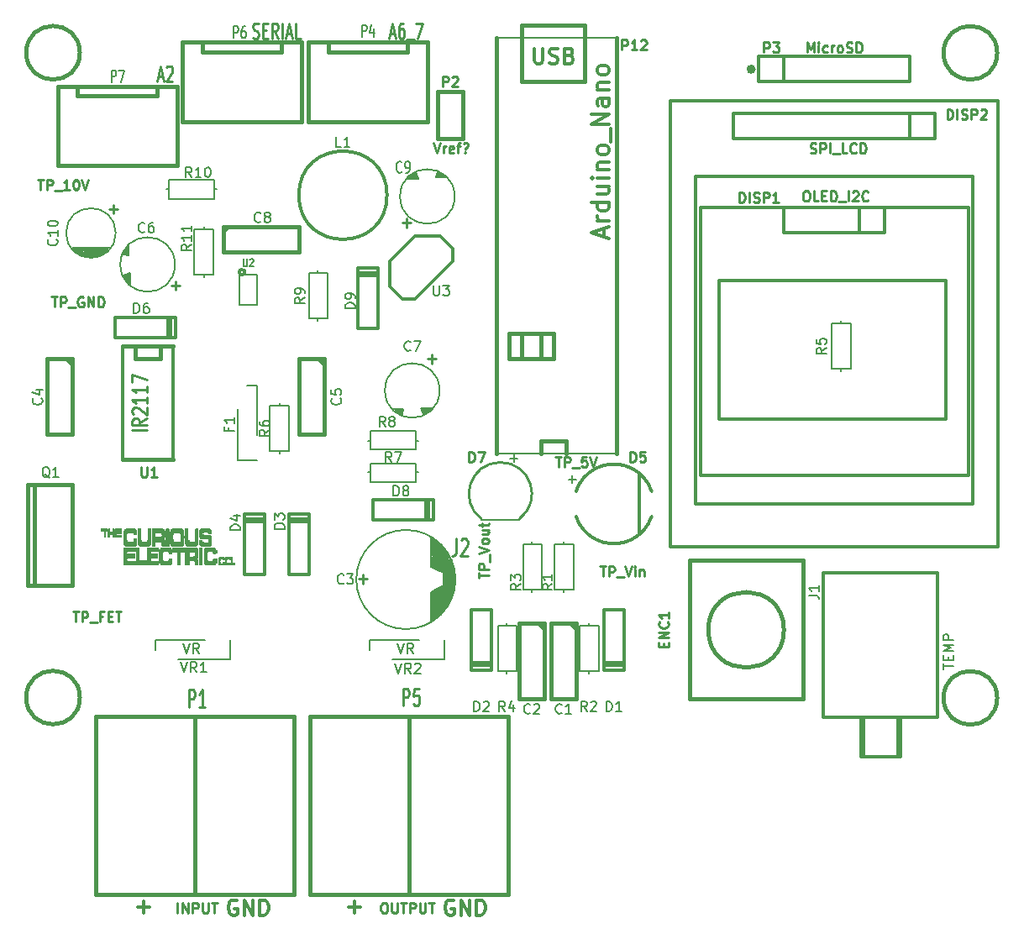
<source format=gto>
G04 #@! TF.FileFunction,Legend,Top*
%FSLAX46Y46*%
G04 Gerber Fmt 4.6, Leading zero omitted, Abs format (unit mm)*
G04 Created by KiCad (PCBNEW 4.0.4-stable) date 04/20/17 09:34:57*
%MOMM*%
%LPD*%
G01*
G04 APERTURE LIST*
%ADD10C,0.150000*%
%ADD11C,0.300000*%
%ADD12C,0.304800*%
%ADD13C,0.381000*%
%ADD14C,0.203200*%
%ADD15C,0.254000*%
%ADD16C,0.200000*%
%ADD17C,0.127000*%
%ADD18C,0.010000*%
%ADD19C,0.400000*%
%ADD20C,0.250000*%
%ADD21C,0.285750*%
%ADD22C,0.287020*%
%ADD23C,0.271780*%
G04 APERTURE END LIST*
D10*
D11*
X70305000Y-26380000D02*
X93165000Y-26380000D01*
X93165000Y-26380000D02*
X93165000Y-40350000D01*
X93165000Y-40350000D02*
X70305000Y-40350000D01*
X70305000Y-40350000D02*
X70305000Y-26380000D01*
X68415000Y-19050000D02*
X95415000Y-19050000D01*
X95415000Y-19050000D02*
X95415000Y-46050000D01*
X95415000Y-46050000D02*
X68415000Y-46050000D01*
X68415000Y-46050000D02*
X68415000Y-19050000D01*
D12*
X76835000Y-19050000D02*
X76835000Y-19050000D01*
X76835000Y-21590000D02*
X76835000Y-19050000D01*
X76835000Y-19050000D02*
X76835000Y-19050000D01*
X76835000Y-19050000D02*
X86995000Y-19050000D01*
X86995000Y-19050000D02*
X86995000Y-21590000D01*
X86995000Y-21590000D02*
X76835000Y-21590000D01*
X84455000Y-21590000D02*
X84455000Y-19050000D01*
D13*
X98331057Y-68453000D02*
G75*
G03X98331057Y-68453000I-2700057J0D01*
G01*
X52705000Y-60960000D02*
X50165000Y-60960000D01*
X50165000Y-60960000D02*
X50165000Y-68580000D01*
X50165000Y-68580000D02*
X52705000Y-68580000D01*
X52705000Y-68580000D02*
X52705000Y-60960000D01*
D12*
X52070000Y-60960000D02*
X52705000Y-61595000D01*
D10*
X13505000Y-62635000D02*
X13505000Y-63635000D01*
X21005000Y-62635000D02*
X21005000Y-64535000D01*
X21005000Y-64535000D02*
X15805000Y-64535000D01*
X13505000Y-62635000D02*
X18505000Y-62635000D01*
D12*
X15240000Y-33020000D02*
X15240000Y-44450000D01*
X10160000Y-44450000D02*
X10160000Y-33020000D01*
D13*
X10160000Y-33020000D02*
X15240000Y-33020000D01*
X13970000Y-33020000D02*
X13970000Y-34290000D01*
X13970000Y-34290000D02*
X11430000Y-34290000D01*
X11430000Y-34290000D02*
X11430000Y-33020000D01*
X15240000Y-44450000D02*
X10160000Y-44450000D01*
D11*
X67955000Y-15875000D02*
X95895000Y-15875000D01*
X95895000Y-15875000D02*
X95895000Y-48895000D01*
X95895000Y-48895000D02*
X67955000Y-48895000D01*
X67955000Y-48895000D02*
X67955000Y-15875000D01*
X65415000Y-8255000D02*
X98415000Y-8255000D01*
X98415000Y-8255000D02*
X98415000Y-53255000D01*
X98415000Y-53255000D02*
X65415000Y-53255000D01*
X65415000Y-53255000D02*
X65415000Y-8255000D01*
D12*
X92095000Y-9525000D02*
X71775000Y-9525000D01*
X71775000Y-9525000D02*
X71775000Y-12065000D01*
X71775000Y-12065000D02*
X92095000Y-12065000D01*
X92095000Y-12065000D02*
X92095000Y-9525000D01*
X89555000Y-12065000D02*
X89555000Y-9525000D01*
D11*
X62230000Y-45847000D02*
X62230000Y-51816000D01*
X58420000Y-52705000D02*
G75*
G03X63500000Y-50165000I1270000J3810000D01*
G01*
X55880000Y-50165000D02*
G75*
G03X60960000Y-52705000I3810000J1270000D01*
G01*
X63500000Y-47625000D02*
G75*
G03X58420000Y-45085000I-3810000J-1270000D01*
G01*
X60960000Y-45085000D02*
G75*
G03X55880000Y-47625000I-1270000J-3810000D01*
G01*
D13*
X13652000Y-6795000D02*
X13652000Y-7795000D01*
X13652000Y-7795000D02*
X5652000Y-7795000D01*
X5652000Y-7795000D02*
X5652000Y-6795000D01*
X15652000Y-6795000D02*
X3652000Y-6795000D01*
X3652000Y-6795000D02*
X3652000Y-14795000D01*
X15652000Y-14795000D02*
X3652000Y-14795000D01*
X15652000Y-14795000D02*
X15652000Y-6795000D01*
X38925000Y-2350000D02*
X38925000Y-3350000D01*
X38925000Y-3350000D02*
X30925000Y-3350000D01*
X30925000Y-3350000D02*
X30925000Y-2350000D01*
X40925000Y-2350000D02*
X28925000Y-2350000D01*
X28925000Y-2350000D02*
X28925000Y-10350000D01*
X40925000Y-10350000D02*
X28925000Y-10350000D01*
X40925000Y-10350000D02*
X40925000Y-2350000D01*
X26225000Y-2350000D02*
X26225000Y-3350000D01*
X26225000Y-3350000D02*
X18225000Y-3350000D01*
X18225000Y-3350000D02*
X18225000Y-2350000D01*
X28225000Y-2350000D02*
X16225000Y-2350000D01*
X16225000Y-2350000D02*
X16225000Y-10350000D01*
X28225000Y-10350000D02*
X16225000Y-10350000D01*
X28225000Y-10350000D02*
X28225000Y-2350000D01*
D11*
X88579000Y-70380000D02*
X88579000Y-74380000D01*
X88579000Y-74380000D02*
X84579000Y-74380000D01*
X84579000Y-74380000D02*
X84579000Y-70380000D01*
X88329000Y-70380000D02*
X88329000Y-74380000D01*
X88329000Y-74380000D02*
X84829000Y-74380000D01*
X84829000Y-74380000D02*
X84829000Y-70380000D01*
X92329000Y-55880000D02*
X80829000Y-55880000D01*
X80829000Y-55880000D02*
X80829000Y-70380000D01*
X80829000Y-70380000D02*
X92329000Y-70380000D01*
X92329000Y-70380000D02*
X92329000Y-55880000D01*
D13*
X55880000Y-60960000D02*
X53340000Y-60960000D01*
X53340000Y-60960000D02*
X53340000Y-68580000D01*
X53340000Y-68580000D02*
X55880000Y-68580000D01*
X55880000Y-68580000D02*
X55880000Y-60960000D01*
D12*
X55245000Y-60960000D02*
X55880000Y-61595000D01*
D13*
X5080000Y-34290000D02*
X2540000Y-34290000D01*
X2540000Y-34290000D02*
X2540000Y-41910000D01*
X2540000Y-41910000D02*
X5080000Y-41910000D01*
X5080000Y-41910000D02*
X5080000Y-34290000D01*
D12*
X4445000Y-34290000D02*
X5080000Y-34925000D01*
D13*
X30480000Y-34290000D02*
X27940000Y-34290000D01*
X27940000Y-34290000D02*
X27940000Y-41910000D01*
X27940000Y-41910000D02*
X30480000Y-41910000D01*
X30480000Y-41910000D02*
X30480000Y-34290000D01*
D12*
X29845000Y-34290000D02*
X30480000Y-34925000D01*
D13*
X20320000Y-20955000D02*
X20320000Y-23495000D01*
X20320000Y-23495000D02*
X27940000Y-23495000D01*
X27940000Y-23495000D02*
X27940000Y-20955000D01*
X27940000Y-20955000D02*
X20320000Y-20955000D01*
D12*
X20320000Y-21590000D02*
X20955000Y-20955000D01*
X59690000Y-65659000D02*
X60706000Y-65659000D01*
X60706000Y-65659000D02*
X60706000Y-59563000D01*
X60706000Y-59563000D02*
X59690000Y-59563000D01*
X59690000Y-59563000D02*
X58674000Y-59563000D01*
X58674000Y-59563000D02*
X58674000Y-65659000D01*
X58674000Y-65659000D02*
X59690000Y-65659000D01*
X60706000Y-65151000D02*
X58674000Y-65151000D01*
X58674000Y-64897000D02*
X60706000Y-64897000D01*
X46355000Y-65659000D02*
X47371000Y-65659000D01*
X47371000Y-65659000D02*
X47371000Y-59563000D01*
X47371000Y-59563000D02*
X46355000Y-59563000D01*
X46355000Y-59563000D02*
X45339000Y-59563000D01*
X45339000Y-59563000D02*
X45339000Y-65659000D01*
X45339000Y-65659000D02*
X46355000Y-65659000D01*
X47371000Y-65151000D02*
X45339000Y-65151000D01*
X45339000Y-64897000D02*
X47371000Y-64897000D01*
X27940000Y-49911000D02*
X26924000Y-49911000D01*
X26924000Y-49911000D02*
X26924000Y-56007000D01*
X26924000Y-56007000D02*
X27940000Y-56007000D01*
X27940000Y-56007000D02*
X28956000Y-56007000D01*
X28956000Y-56007000D02*
X28956000Y-49911000D01*
X28956000Y-49911000D02*
X27940000Y-49911000D01*
X26924000Y-50419000D02*
X28956000Y-50419000D01*
X28956000Y-50673000D02*
X26924000Y-50673000D01*
X23495000Y-49911000D02*
X22479000Y-49911000D01*
X22479000Y-49911000D02*
X22479000Y-56007000D01*
X22479000Y-56007000D02*
X23495000Y-56007000D01*
X23495000Y-56007000D02*
X24511000Y-56007000D01*
X24511000Y-56007000D02*
X24511000Y-49911000D01*
X24511000Y-49911000D02*
X23495000Y-49911000D01*
X22479000Y-50419000D02*
X24511000Y-50419000D01*
X24511000Y-50673000D02*
X22479000Y-50673000D01*
X15494000Y-31115000D02*
X15494000Y-30099000D01*
X15494000Y-30099000D02*
X9398000Y-30099000D01*
X9398000Y-30099000D02*
X9398000Y-31115000D01*
X9398000Y-31115000D02*
X9398000Y-32131000D01*
X9398000Y-32131000D02*
X15494000Y-32131000D01*
X15494000Y-32131000D02*
X15494000Y-31115000D01*
X14986000Y-30099000D02*
X14986000Y-32131000D01*
X14732000Y-32131000D02*
X14732000Y-30099000D01*
D14*
X46355000Y-50469800D02*
X50165000Y-50469800D01*
D15*
X50167668Y-50416997D02*
G75*
G03X46355000Y-50419000I-1907668J2537997D01*
G01*
D12*
X41529000Y-49530000D02*
X41529000Y-48514000D01*
X41529000Y-48514000D02*
X35433000Y-48514000D01*
X35433000Y-48514000D02*
X35433000Y-49530000D01*
X35433000Y-49530000D02*
X35433000Y-50546000D01*
X35433000Y-50546000D02*
X41529000Y-50546000D01*
X41529000Y-50546000D02*
X41529000Y-49530000D01*
X41021000Y-48514000D02*
X41021000Y-50546000D01*
X40767000Y-50546000D02*
X40767000Y-48514000D01*
X34925000Y-25146000D02*
X33909000Y-25146000D01*
X33909000Y-25146000D02*
X33909000Y-31242000D01*
X33909000Y-31242000D02*
X34925000Y-31242000D01*
X34925000Y-31242000D02*
X35941000Y-31242000D01*
X35941000Y-31242000D02*
X35941000Y-25146000D01*
X35941000Y-25146000D02*
X34925000Y-25146000D01*
X33909000Y-25654000D02*
X35941000Y-25654000D01*
X35941000Y-25908000D02*
X33909000Y-25908000D01*
D13*
X67310000Y-54610000D02*
X78740000Y-54610000D01*
X78740000Y-54610000D02*
X78740000Y-68580000D01*
X78740000Y-68580000D02*
X67310000Y-68580000D01*
X67310000Y-68580000D02*
X67310000Y-54610000D01*
X76835000Y-61595000D02*
G75*
G03X76835000Y-61595000I-3810000J0D01*
G01*
D10*
X23725000Y-37000000D02*
X22725000Y-37000000D01*
X23725000Y-44500000D02*
X21825000Y-44500000D01*
X21825000Y-44500000D02*
X21825000Y-39300000D01*
X23725000Y-37000000D02*
X23725000Y-42000000D01*
D12*
X36830000Y-17780000D02*
G75*
G03X36830000Y-17780000I-4445000J0D01*
G01*
D13*
X44450000Y-7366000D02*
X41910000Y-7366000D01*
X44450000Y-12065000D02*
X41910000Y-12065000D01*
X44450000Y-12065000D02*
X44450000Y-7366000D01*
X41910000Y-12065000D02*
X41910000Y-7366000D01*
D12*
X44450000Y-12065000D02*
X41910000Y-12065000D01*
X41910000Y-7366000D02*
X44450000Y-7366000D01*
D13*
X73787000Y-5080000D02*
G75*
G03X73787000Y-5080000I-254000J0D01*
G01*
D12*
X74295000Y-6350000D02*
X74295000Y-3810000D01*
X74295000Y-3810000D02*
X89535000Y-3810000D01*
X89535000Y-3810000D02*
X89535000Y-6350000D01*
X89535000Y-6350000D02*
X74295000Y-6350000D01*
X76835000Y-6350000D02*
X76835000Y-3810000D01*
D13*
X1270000Y-57150000D02*
X635000Y-57150000D01*
X635000Y-57150000D02*
X635000Y-46990000D01*
X635000Y-46990000D02*
X1270000Y-46990000D01*
X5080000Y-57150000D02*
X1270000Y-57150000D01*
X1270000Y-57150000D02*
X1270000Y-46990000D01*
X1270000Y-46990000D02*
X5080000Y-46990000D01*
X5080000Y-46990000D02*
X5080000Y-57150000D01*
D16*
X54610000Y-52959000D02*
X54610000Y-52705000D01*
X54610000Y-57531000D02*
X54610000Y-57785000D01*
X55626000Y-52959000D02*
X53721000Y-52959000D01*
X53721000Y-52959000D02*
X53721000Y-57531000D01*
X53721000Y-57531000D02*
X55626000Y-57531000D01*
X55626000Y-57531000D02*
X55626000Y-52959000D01*
X57150000Y-61214000D02*
X57150000Y-60960000D01*
X57150000Y-65786000D02*
X57150000Y-66040000D01*
X58166000Y-61214000D02*
X56261000Y-61214000D01*
X56261000Y-61214000D02*
X56261000Y-65786000D01*
X56261000Y-65786000D02*
X58166000Y-65786000D01*
X58166000Y-65786000D02*
X58166000Y-61214000D01*
X51435000Y-52959000D02*
X51435000Y-52705000D01*
X51435000Y-57531000D02*
X51435000Y-57785000D01*
X52451000Y-52959000D02*
X50546000Y-52959000D01*
X50546000Y-52959000D02*
X50546000Y-57531000D01*
X50546000Y-57531000D02*
X52451000Y-57531000D01*
X52451000Y-57531000D02*
X52451000Y-52959000D01*
X48895000Y-61214000D02*
X48895000Y-60960000D01*
X48895000Y-65786000D02*
X48895000Y-66040000D01*
X49911000Y-61214000D02*
X48006000Y-61214000D01*
X48006000Y-61214000D02*
X48006000Y-65786000D01*
X48006000Y-65786000D02*
X49911000Y-65786000D01*
X49911000Y-65786000D02*
X49911000Y-61214000D01*
X82550000Y-30734000D02*
X82550000Y-30480000D01*
X82550000Y-35306000D02*
X82550000Y-35560000D01*
X83566000Y-30734000D02*
X81661000Y-30734000D01*
X81661000Y-30734000D02*
X81661000Y-35306000D01*
X81661000Y-35306000D02*
X83566000Y-35306000D01*
X83566000Y-35306000D02*
X83566000Y-30734000D01*
X26035000Y-43561000D02*
X26035000Y-43815000D01*
X26035000Y-38989000D02*
X26035000Y-38735000D01*
X25019000Y-43561000D02*
X26924000Y-43561000D01*
X26924000Y-43561000D02*
X26924000Y-38989000D01*
X26924000Y-38989000D02*
X25019000Y-38989000D01*
X25019000Y-38989000D02*
X25019000Y-43561000D01*
X39751000Y-45720000D02*
X40005000Y-45720000D01*
X35179000Y-45720000D02*
X34925000Y-45720000D01*
X39751000Y-46736000D02*
X39751000Y-44831000D01*
X39751000Y-44831000D02*
X35179000Y-44831000D01*
X35179000Y-44831000D02*
X35179000Y-46736000D01*
X35179000Y-46736000D02*
X39751000Y-46736000D01*
X35179000Y-42545000D02*
X34925000Y-42545000D01*
X39751000Y-42545000D02*
X40005000Y-42545000D01*
X35179000Y-41529000D02*
X35179000Y-43434000D01*
X35179000Y-43434000D02*
X39751000Y-43434000D01*
X39751000Y-43434000D02*
X39751000Y-41529000D01*
X39751000Y-41529000D02*
X35179000Y-41529000D01*
X29845000Y-25654000D02*
X29845000Y-25400000D01*
X29845000Y-30226000D02*
X29845000Y-30480000D01*
X30861000Y-25654000D02*
X28956000Y-25654000D01*
X28956000Y-25654000D02*
X28956000Y-30226000D01*
X28956000Y-30226000D02*
X30861000Y-30226000D01*
X30861000Y-30226000D02*
X30861000Y-25654000D01*
X19431000Y-17145000D02*
X19685000Y-17145000D01*
X14859000Y-17145000D02*
X14605000Y-17145000D01*
X19431000Y-18161000D02*
X19431000Y-16256000D01*
X19431000Y-16256000D02*
X14859000Y-16256000D01*
X14859000Y-16256000D02*
X14859000Y-18161000D01*
X14859000Y-18161000D02*
X19431000Y-18161000D01*
D12*
X39687500Y-28257500D02*
X43497500Y-24447500D01*
X43497500Y-24447500D02*
X43497500Y-23177500D01*
X43497500Y-23177500D02*
X42227500Y-21907500D01*
X42227500Y-21907500D02*
X39687500Y-21907500D01*
X39687500Y-21907500D02*
X37147500Y-24447500D01*
X37147500Y-24447500D02*
X37147500Y-26987500D01*
X37147500Y-26987500D02*
X38417500Y-28257500D01*
X38417500Y-28257500D02*
X39687500Y-28257500D01*
D10*
X35095000Y-62635000D02*
X35095000Y-63635000D01*
X42595000Y-62635000D02*
X42595000Y-64535000D01*
X42595000Y-64535000D02*
X37395000Y-64535000D01*
X35095000Y-62635000D02*
X40095000Y-62635000D01*
D16*
X59944000Y-43815000D02*
X47879000Y-43815000D01*
X59944000Y-1905000D02*
X47879000Y-1905000D01*
D13*
X50419000Y-34290000D02*
X50419000Y-31750000D01*
X50419000Y-31750000D02*
X52324000Y-31750000D01*
X52324000Y-31750000D02*
X52324000Y-34290000D01*
X52324000Y-34290000D02*
X50419000Y-34290000D01*
X49149000Y-34290000D02*
X53594000Y-34290000D01*
X53594000Y-34290000D02*
X53594000Y-31750000D01*
X53594000Y-31750000D02*
X49149000Y-31750000D01*
X49149000Y-31750000D02*
X49149000Y-34290000D01*
X50419000Y-6350000D02*
X50419000Y-635000D01*
X50419000Y-635000D02*
X56769000Y-635000D01*
X56769000Y-635000D02*
X56769000Y-6350000D01*
X56769000Y-6350000D02*
X50419000Y-6350000D01*
X59944000Y-43815000D02*
X59944000Y-1905000D01*
X47879000Y-1905000D02*
X47879000Y-43815000D01*
X52324000Y-43815000D02*
X52324000Y-42545000D01*
X52324000Y-42545000D02*
X54864000Y-42545000D01*
X54864000Y-42545000D02*
X54864000Y-43815000D01*
D16*
X18415000Y-25781000D02*
X18415000Y-26035000D01*
X18415000Y-21209000D02*
X18415000Y-20955000D01*
X17399000Y-25781000D02*
X19304000Y-25781000D01*
X19304000Y-25781000D02*
X19304000Y-21209000D01*
X19304000Y-21209000D02*
X17399000Y-21209000D01*
X17399000Y-21209000D02*
X17399000Y-25781000D01*
D11*
X22508981Y-25527000D02*
G75*
G03X22508981Y-25527000I-283981J0D01*
G01*
D17*
X23749000Y-28829000D02*
X21971000Y-28829000D01*
X21971000Y-28829000D02*
X21971000Y-25781000D01*
X21971000Y-25781000D02*
X23749000Y-25781000D01*
X23749000Y-25781000D02*
X23749000Y-28829000D01*
D18*
G36*
X8017000Y-51324000D02*
X8107000Y-51324000D01*
X8107000Y-51414000D01*
X8017000Y-51414000D01*
X8017000Y-51324000D01*
X8017000Y-51324000D01*
G37*
X8017000Y-51324000D02*
X8107000Y-51324000D01*
X8107000Y-51414000D01*
X8017000Y-51414000D01*
X8017000Y-51324000D01*
G36*
X8107000Y-51324000D02*
X8197000Y-51324000D01*
X8197000Y-51414000D01*
X8107000Y-51414000D01*
X8107000Y-51324000D01*
X8107000Y-51324000D01*
G37*
X8107000Y-51324000D02*
X8197000Y-51324000D01*
X8197000Y-51414000D01*
X8107000Y-51414000D01*
X8107000Y-51324000D01*
G36*
X8197000Y-51324000D02*
X8287000Y-51324000D01*
X8287000Y-51414000D01*
X8197000Y-51414000D01*
X8197000Y-51324000D01*
X8197000Y-51324000D01*
G37*
X8197000Y-51324000D02*
X8287000Y-51324000D01*
X8287000Y-51414000D01*
X8197000Y-51414000D01*
X8197000Y-51324000D01*
G36*
X8287000Y-51324000D02*
X8377000Y-51324000D01*
X8377000Y-51414000D01*
X8287000Y-51414000D01*
X8287000Y-51324000D01*
X8287000Y-51324000D01*
G37*
X8287000Y-51324000D02*
X8377000Y-51324000D01*
X8377000Y-51414000D01*
X8287000Y-51414000D01*
X8287000Y-51324000D01*
G36*
X8377000Y-51324000D02*
X8467000Y-51324000D01*
X8467000Y-51414000D01*
X8377000Y-51414000D01*
X8377000Y-51324000D01*
X8377000Y-51324000D01*
G37*
X8377000Y-51324000D02*
X8467000Y-51324000D01*
X8467000Y-51414000D01*
X8377000Y-51414000D01*
X8377000Y-51324000D01*
G36*
X8467000Y-51324000D02*
X8557000Y-51324000D01*
X8557000Y-51414000D01*
X8467000Y-51414000D01*
X8467000Y-51324000D01*
X8467000Y-51324000D01*
G37*
X8467000Y-51324000D02*
X8557000Y-51324000D01*
X8557000Y-51414000D01*
X8467000Y-51414000D01*
X8467000Y-51324000D01*
G36*
X8737000Y-51324000D02*
X8827000Y-51324000D01*
X8827000Y-51414000D01*
X8737000Y-51414000D01*
X8737000Y-51324000D01*
X8737000Y-51324000D01*
G37*
X8737000Y-51324000D02*
X8827000Y-51324000D01*
X8827000Y-51414000D01*
X8737000Y-51414000D01*
X8737000Y-51324000D01*
G36*
X9187000Y-51324000D02*
X9277000Y-51324000D01*
X9277000Y-51414000D01*
X9187000Y-51414000D01*
X9187000Y-51324000D01*
X9187000Y-51324000D01*
G37*
X9187000Y-51324000D02*
X9277000Y-51324000D01*
X9277000Y-51414000D01*
X9187000Y-51414000D01*
X9187000Y-51324000D01*
G36*
X9457000Y-51324000D02*
X9547000Y-51324000D01*
X9547000Y-51414000D01*
X9457000Y-51414000D01*
X9457000Y-51324000D01*
X9457000Y-51324000D01*
G37*
X9457000Y-51324000D02*
X9547000Y-51324000D01*
X9547000Y-51414000D01*
X9457000Y-51414000D01*
X9457000Y-51324000D01*
G36*
X9547000Y-51324000D02*
X9637000Y-51324000D01*
X9637000Y-51414000D01*
X9547000Y-51414000D01*
X9547000Y-51324000D01*
X9547000Y-51324000D01*
G37*
X9547000Y-51324000D02*
X9637000Y-51324000D01*
X9637000Y-51414000D01*
X9547000Y-51414000D01*
X9547000Y-51324000D01*
G36*
X9637000Y-51324000D02*
X9727000Y-51324000D01*
X9727000Y-51414000D01*
X9637000Y-51414000D01*
X9637000Y-51324000D01*
X9637000Y-51324000D01*
G37*
X9637000Y-51324000D02*
X9727000Y-51324000D01*
X9727000Y-51414000D01*
X9637000Y-51414000D01*
X9637000Y-51324000D01*
G36*
X9727000Y-51324000D02*
X9817000Y-51324000D01*
X9817000Y-51414000D01*
X9727000Y-51414000D01*
X9727000Y-51324000D01*
X9727000Y-51324000D01*
G37*
X9727000Y-51324000D02*
X9817000Y-51324000D01*
X9817000Y-51414000D01*
X9727000Y-51414000D01*
X9727000Y-51324000D01*
G36*
X9817000Y-51324000D02*
X9907000Y-51324000D01*
X9907000Y-51414000D01*
X9817000Y-51414000D01*
X9817000Y-51324000D01*
X9817000Y-51324000D01*
G37*
X9817000Y-51324000D02*
X9907000Y-51324000D01*
X9907000Y-51414000D01*
X9817000Y-51414000D01*
X9817000Y-51324000D01*
G36*
X9907000Y-51324000D02*
X9997000Y-51324000D01*
X9997000Y-51414000D01*
X9907000Y-51414000D01*
X9907000Y-51324000D01*
X9907000Y-51324000D01*
G37*
X9907000Y-51324000D02*
X9997000Y-51324000D01*
X9997000Y-51414000D01*
X9907000Y-51414000D01*
X9907000Y-51324000D01*
G36*
X10537000Y-51324000D02*
X10627000Y-51324000D01*
X10627000Y-51414000D01*
X10537000Y-51414000D01*
X10537000Y-51324000D01*
X10537000Y-51324000D01*
G37*
X10537000Y-51324000D02*
X10627000Y-51324000D01*
X10627000Y-51414000D01*
X10537000Y-51414000D01*
X10537000Y-51324000D01*
G36*
X10627000Y-51324000D02*
X10717000Y-51324000D01*
X10717000Y-51414000D01*
X10627000Y-51414000D01*
X10627000Y-51324000D01*
X10627000Y-51324000D01*
G37*
X10627000Y-51324000D02*
X10717000Y-51324000D01*
X10717000Y-51414000D01*
X10627000Y-51414000D01*
X10627000Y-51324000D01*
G36*
X10717000Y-51324000D02*
X10807000Y-51324000D01*
X10807000Y-51414000D01*
X10717000Y-51414000D01*
X10717000Y-51324000D01*
X10717000Y-51324000D01*
G37*
X10717000Y-51324000D02*
X10807000Y-51324000D01*
X10807000Y-51414000D01*
X10717000Y-51414000D01*
X10717000Y-51324000D01*
G36*
X10807000Y-51324000D02*
X10897000Y-51324000D01*
X10897000Y-51414000D01*
X10807000Y-51414000D01*
X10807000Y-51324000D01*
X10807000Y-51324000D01*
G37*
X10807000Y-51324000D02*
X10897000Y-51324000D01*
X10897000Y-51414000D01*
X10807000Y-51414000D01*
X10807000Y-51324000D01*
G36*
X10897000Y-51324000D02*
X10987000Y-51324000D01*
X10987000Y-51414000D01*
X10897000Y-51414000D01*
X10897000Y-51324000D01*
X10897000Y-51324000D01*
G37*
X10897000Y-51324000D02*
X10987000Y-51324000D01*
X10987000Y-51414000D01*
X10897000Y-51414000D01*
X10897000Y-51324000D01*
G36*
X10987000Y-51324000D02*
X11077000Y-51324000D01*
X11077000Y-51414000D01*
X10987000Y-51414000D01*
X10987000Y-51324000D01*
X10987000Y-51324000D01*
G37*
X10987000Y-51324000D02*
X11077000Y-51324000D01*
X11077000Y-51414000D01*
X10987000Y-51414000D01*
X10987000Y-51324000D01*
G36*
X11077000Y-51324000D02*
X11167000Y-51324000D01*
X11167000Y-51414000D01*
X11077000Y-51414000D01*
X11077000Y-51324000D01*
X11077000Y-51324000D01*
G37*
X11077000Y-51324000D02*
X11167000Y-51324000D01*
X11167000Y-51414000D01*
X11077000Y-51414000D01*
X11077000Y-51324000D01*
G36*
X11167000Y-51324000D02*
X11257000Y-51324000D01*
X11257000Y-51414000D01*
X11167000Y-51414000D01*
X11167000Y-51324000D01*
X11167000Y-51324000D01*
G37*
X11167000Y-51324000D02*
X11257000Y-51324000D01*
X11257000Y-51414000D01*
X11167000Y-51414000D01*
X11167000Y-51324000D01*
G36*
X11257000Y-51324000D02*
X11347000Y-51324000D01*
X11347000Y-51414000D01*
X11257000Y-51414000D01*
X11257000Y-51324000D01*
X11257000Y-51324000D01*
G37*
X11257000Y-51324000D02*
X11347000Y-51324000D01*
X11347000Y-51414000D01*
X11257000Y-51414000D01*
X11257000Y-51324000D01*
G36*
X11707000Y-51324000D02*
X11797000Y-51324000D01*
X11797000Y-51414000D01*
X11707000Y-51414000D01*
X11707000Y-51324000D01*
X11707000Y-51324000D01*
G37*
X11707000Y-51324000D02*
X11797000Y-51324000D01*
X11797000Y-51414000D01*
X11707000Y-51414000D01*
X11707000Y-51324000D01*
G36*
X11797000Y-51324000D02*
X11887000Y-51324000D01*
X11887000Y-51414000D01*
X11797000Y-51414000D01*
X11797000Y-51324000D01*
X11797000Y-51324000D01*
G37*
X11797000Y-51324000D02*
X11887000Y-51324000D01*
X11887000Y-51414000D01*
X11797000Y-51414000D01*
X11797000Y-51324000D01*
G36*
X11887000Y-51324000D02*
X11977000Y-51324000D01*
X11977000Y-51414000D01*
X11887000Y-51414000D01*
X11887000Y-51324000D01*
X11887000Y-51324000D01*
G37*
X11887000Y-51324000D02*
X11977000Y-51324000D01*
X11977000Y-51414000D01*
X11887000Y-51414000D01*
X11887000Y-51324000D01*
G36*
X12697000Y-51324000D02*
X12787000Y-51324000D01*
X12787000Y-51414000D01*
X12697000Y-51414000D01*
X12697000Y-51324000D01*
X12697000Y-51324000D01*
G37*
X12697000Y-51324000D02*
X12787000Y-51324000D01*
X12787000Y-51414000D01*
X12697000Y-51414000D01*
X12697000Y-51324000D01*
G36*
X12787000Y-51324000D02*
X12877000Y-51324000D01*
X12877000Y-51414000D01*
X12787000Y-51414000D01*
X12787000Y-51324000D01*
X12787000Y-51324000D01*
G37*
X12787000Y-51324000D02*
X12877000Y-51324000D01*
X12877000Y-51414000D01*
X12787000Y-51414000D01*
X12787000Y-51324000D01*
G36*
X12877000Y-51324000D02*
X12967000Y-51324000D01*
X12967000Y-51414000D01*
X12877000Y-51414000D01*
X12877000Y-51324000D01*
X12877000Y-51324000D01*
G37*
X12877000Y-51324000D02*
X12967000Y-51324000D01*
X12967000Y-51414000D01*
X12877000Y-51414000D01*
X12877000Y-51324000D01*
G36*
X13147000Y-51324000D02*
X13237000Y-51324000D01*
X13237000Y-51414000D01*
X13147000Y-51414000D01*
X13147000Y-51324000D01*
X13147000Y-51324000D01*
G37*
X13147000Y-51324000D02*
X13237000Y-51324000D01*
X13237000Y-51414000D01*
X13147000Y-51414000D01*
X13147000Y-51324000D01*
G36*
X13237000Y-51324000D02*
X13327000Y-51324000D01*
X13327000Y-51414000D01*
X13237000Y-51414000D01*
X13237000Y-51324000D01*
X13237000Y-51324000D01*
G37*
X13237000Y-51324000D02*
X13327000Y-51324000D01*
X13327000Y-51414000D01*
X13237000Y-51414000D01*
X13237000Y-51324000D01*
G36*
X13327000Y-51324000D02*
X13417000Y-51324000D01*
X13417000Y-51414000D01*
X13327000Y-51414000D01*
X13327000Y-51324000D01*
X13327000Y-51324000D01*
G37*
X13327000Y-51324000D02*
X13417000Y-51324000D01*
X13417000Y-51414000D01*
X13327000Y-51414000D01*
X13327000Y-51324000D01*
G36*
X13417000Y-51324000D02*
X13507000Y-51324000D01*
X13507000Y-51414000D01*
X13417000Y-51414000D01*
X13417000Y-51324000D01*
X13417000Y-51324000D01*
G37*
X13417000Y-51324000D02*
X13507000Y-51324000D01*
X13507000Y-51414000D01*
X13417000Y-51414000D01*
X13417000Y-51324000D01*
G36*
X13507000Y-51324000D02*
X13597000Y-51324000D01*
X13597000Y-51414000D01*
X13507000Y-51414000D01*
X13507000Y-51324000D01*
X13507000Y-51324000D01*
G37*
X13507000Y-51324000D02*
X13597000Y-51324000D01*
X13597000Y-51414000D01*
X13507000Y-51414000D01*
X13507000Y-51324000D01*
G36*
X13597000Y-51324000D02*
X13687000Y-51324000D01*
X13687000Y-51414000D01*
X13597000Y-51414000D01*
X13597000Y-51324000D01*
X13597000Y-51324000D01*
G37*
X13597000Y-51324000D02*
X13687000Y-51324000D01*
X13687000Y-51414000D01*
X13597000Y-51414000D01*
X13597000Y-51324000D01*
G36*
X13687000Y-51324000D02*
X13777000Y-51324000D01*
X13777000Y-51414000D01*
X13687000Y-51414000D01*
X13687000Y-51324000D01*
X13687000Y-51324000D01*
G37*
X13687000Y-51324000D02*
X13777000Y-51324000D01*
X13777000Y-51414000D01*
X13687000Y-51414000D01*
X13687000Y-51324000D01*
G36*
X13777000Y-51324000D02*
X13867000Y-51324000D01*
X13867000Y-51414000D01*
X13777000Y-51414000D01*
X13777000Y-51324000D01*
X13777000Y-51324000D01*
G37*
X13777000Y-51324000D02*
X13867000Y-51324000D01*
X13867000Y-51414000D01*
X13777000Y-51414000D01*
X13777000Y-51324000D01*
G36*
X13867000Y-51324000D02*
X13957000Y-51324000D01*
X13957000Y-51414000D01*
X13867000Y-51414000D01*
X13867000Y-51324000D01*
X13867000Y-51324000D01*
G37*
X13867000Y-51324000D02*
X13957000Y-51324000D01*
X13957000Y-51414000D01*
X13867000Y-51414000D01*
X13867000Y-51324000D01*
G36*
X13957000Y-51324000D02*
X14047000Y-51324000D01*
X14047000Y-51414000D01*
X13957000Y-51414000D01*
X13957000Y-51324000D01*
X13957000Y-51324000D01*
G37*
X13957000Y-51324000D02*
X14047000Y-51324000D01*
X14047000Y-51414000D01*
X13957000Y-51414000D01*
X13957000Y-51324000D01*
G36*
X14047000Y-51324000D02*
X14137000Y-51324000D01*
X14137000Y-51414000D01*
X14047000Y-51414000D01*
X14047000Y-51324000D01*
X14047000Y-51324000D01*
G37*
X14047000Y-51324000D02*
X14137000Y-51324000D01*
X14137000Y-51414000D01*
X14047000Y-51414000D01*
X14047000Y-51324000D01*
G36*
X14587000Y-51324000D02*
X14677000Y-51324000D01*
X14677000Y-51414000D01*
X14587000Y-51414000D01*
X14587000Y-51324000D01*
X14587000Y-51324000D01*
G37*
X14587000Y-51324000D02*
X14677000Y-51324000D01*
X14677000Y-51414000D01*
X14587000Y-51414000D01*
X14587000Y-51324000D01*
G36*
X14677000Y-51324000D02*
X14767000Y-51324000D01*
X14767000Y-51414000D01*
X14677000Y-51414000D01*
X14677000Y-51324000D01*
X14677000Y-51324000D01*
G37*
X14677000Y-51324000D02*
X14767000Y-51324000D01*
X14767000Y-51414000D01*
X14677000Y-51414000D01*
X14677000Y-51324000D01*
G36*
X15217000Y-51324000D02*
X15307000Y-51324000D01*
X15307000Y-51414000D01*
X15217000Y-51414000D01*
X15217000Y-51324000D01*
X15217000Y-51324000D01*
G37*
X15217000Y-51324000D02*
X15307000Y-51324000D01*
X15307000Y-51414000D01*
X15217000Y-51414000D01*
X15217000Y-51324000D01*
G36*
X15307000Y-51324000D02*
X15397000Y-51324000D01*
X15397000Y-51414000D01*
X15307000Y-51414000D01*
X15307000Y-51324000D01*
X15307000Y-51324000D01*
G37*
X15307000Y-51324000D02*
X15397000Y-51324000D01*
X15397000Y-51414000D01*
X15307000Y-51414000D01*
X15307000Y-51324000D01*
G36*
X15397000Y-51324000D02*
X15487000Y-51324000D01*
X15487000Y-51414000D01*
X15397000Y-51414000D01*
X15397000Y-51324000D01*
X15397000Y-51324000D01*
G37*
X15397000Y-51324000D02*
X15487000Y-51324000D01*
X15487000Y-51414000D01*
X15397000Y-51414000D01*
X15397000Y-51324000D01*
G36*
X15487000Y-51324000D02*
X15577000Y-51324000D01*
X15577000Y-51414000D01*
X15487000Y-51414000D01*
X15487000Y-51324000D01*
X15487000Y-51324000D01*
G37*
X15487000Y-51324000D02*
X15577000Y-51324000D01*
X15577000Y-51414000D01*
X15487000Y-51414000D01*
X15487000Y-51324000D01*
G36*
X15577000Y-51324000D02*
X15667000Y-51324000D01*
X15667000Y-51414000D01*
X15577000Y-51414000D01*
X15577000Y-51324000D01*
X15577000Y-51324000D01*
G37*
X15577000Y-51324000D02*
X15667000Y-51324000D01*
X15667000Y-51414000D01*
X15577000Y-51414000D01*
X15577000Y-51324000D01*
G36*
X15667000Y-51324000D02*
X15757000Y-51324000D01*
X15757000Y-51414000D01*
X15667000Y-51414000D01*
X15667000Y-51324000D01*
X15667000Y-51324000D01*
G37*
X15667000Y-51324000D02*
X15757000Y-51324000D01*
X15757000Y-51414000D01*
X15667000Y-51414000D01*
X15667000Y-51324000D01*
G36*
X15757000Y-51324000D02*
X15847000Y-51324000D01*
X15847000Y-51414000D01*
X15757000Y-51414000D01*
X15757000Y-51324000D01*
X15757000Y-51324000D01*
G37*
X15757000Y-51324000D02*
X15847000Y-51324000D01*
X15847000Y-51414000D01*
X15757000Y-51414000D01*
X15757000Y-51324000D01*
G36*
X15847000Y-51324000D02*
X15937000Y-51324000D01*
X15937000Y-51414000D01*
X15847000Y-51414000D01*
X15847000Y-51324000D01*
X15847000Y-51324000D01*
G37*
X15847000Y-51324000D02*
X15937000Y-51324000D01*
X15937000Y-51414000D01*
X15847000Y-51414000D01*
X15847000Y-51324000D01*
G36*
X15937000Y-51324000D02*
X16027000Y-51324000D01*
X16027000Y-51414000D01*
X15937000Y-51414000D01*
X15937000Y-51324000D01*
X15937000Y-51324000D01*
G37*
X15937000Y-51324000D02*
X16027000Y-51324000D01*
X16027000Y-51414000D01*
X15937000Y-51414000D01*
X15937000Y-51324000D01*
G36*
X16027000Y-51324000D02*
X16117000Y-51324000D01*
X16117000Y-51414000D01*
X16027000Y-51414000D01*
X16027000Y-51324000D01*
X16027000Y-51324000D01*
G37*
X16027000Y-51324000D02*
X16117000Y-51324000D01*
X16117000Y-51414000D01*
X16027000Y-51414000D01*
X16027000Y-51324000D01*
G36*
X16477000Y-51324000D02*
X16567000Y-51324000D01*
X16567000Y-51414000D01*
X16477000Y-51414000D01*
X16477000Y-51324000D01*
X16477000Y-51324000D01*
G37*
X16477000Y-51324000D02*
X16567000Y-51324000D01*
X16567000Y-51414000D01*
X16477000Y-51414000D01*
X16477000Y-51324000D01*
G36*
X16567000Y-51324000D02*
X16657000Y-51324000D01*
X16657000Y-51414000D01*
X16567000Y-51414000D01*
X16567000Y-51324000D01*
X16567000Y-51324000D01*
G37*
X16567000Y-51324000D02*
X16657000Y-51324000D01*
X16657000Y-51414000D01*
X16567000Y-51414000D01*
X16567000Y-51324000D01*
G36*
X16657000Y-51324000D02*
X16747000Y-51324000D01*
X16747000Y-51414000D01*
X16657000Y-51414000D01*
X16657000Y-51324000D01*
X16657000Y-51324000D01*
G37*
X16657000Y-51324000D02*
X16747000Y-51324000D01*
X16747000Y-51414000D01*
X16657000Y-51414000D01*
X16657000Y-51324000D01*
G36*
X17557000Y-51324000D02*
X17647000Y-51324000D01*
X17647000Y-51414000D01*
X17557000Y-51414000D01*
X17557000Y-51324000D01*
X17557000Y-51324000D01*
G37*
X17557000Y-51324000D02*
X17647000Y-51324000D01*
X17647000Y-51414000D01*
X17557000Y-51414000D01*
X17557000Y-51324000D01*
G36*
X17647000Y-51324000D02*
X17737000Y-51324000D01*
X17737000Y-51414000D01*
X17647000Y-51414000D01*
X17647000Y-51324000D01*
X17647000Y-51324000D01*
G37*
X17647000Y-51324000D02*
X17737000Y-51324000D01*
X17737000Y-51414000D01*
X17647000Y-51414000D01*
X17647000Y-51324000D01*
G36*
X18097000Y-51324000D02*
X18187000Y-51324000D01*
X18187000Y-51414000D01*
X18097000Y-51414000D01*
X18097000Y-51324000D01*
X18097000Y-51324000D01*
G37*
X18097000Y-51324000D02*
X18187000Y-51324000D01*
X18187000Y-51414000D01*
X18097000Y-51414000D01*
X18097000Y-51324000D01*
G36*
X18187000Y-51324000D02*
X18277000Y-51324000D01*
X18277000Y-51414000D01*
X18187000Y-51414000D01*
X18187000Y-51324000D01*
X18187000Y-51324000D01*
G37*
X18187000Y-51324000D02*
X18277000Y-51324000D01*
X18277000Y-51414000D01*
X18187000Y-51414000D01*
X18187000Y-51324000D01*
G36*
X18277000Y-51324000D02*
X18367000Y-51324000D01*
X18367000Y-51414000D01*
X18277000Y-51414000D01*
X18277000Y-51324000D01*
X18277000Y-51324000D01*
G37*
X18277000Y-51324000D02*
X18367000Y-51324000D01*
X18367000Y-51414000D01*
X18277000Y-51414000D01*
X18277000Y-51324000D01*
G36*
X18367000Y-51324000D02*
X18457000Y-51324000D01*
X18457000Y-51414000D01*
X18367000Y-51414000D01*
X18367000Y-51324000D01*
X18367000Y-51324000D01*
G37*
X18367000Y-51324000D02*
X18457000Y-51324000D01*
X18457000Y-51414000D01*
X18367000Y-51414000D01*
X18367000Y-51324000D01*
G36*
X18457000Y-51324000D02*
X18547000Y-51324000D01*
X18547000Y-51414000D01*
X18457000Y-51414000D01*
X18457000Y-51324000D01*
X18457000Y-51324000D01*
G37*
X18457000Y-51324000D02*
X18547000Y-51324000D01*
X18547000Y-51414000D01*
X18457000Y-51414000D01*
X18457000Y-51324000D01*
G36*
X18547000Y-51324000D02*
X18637000Y-51324000D01*
X18637000Y-51414000D01*
X18547000Y-51414000D01*
X18547000Y-51324000D01*
X18547000Y-51324000D01*
G37*
X18547000Y-51324000D02*
X18637000Y-51324000D01*
X18637000Y-51414000D01*
X18547000Y-51414000D01*
X18547000Y-51324000D01*
G36*
X18637000Y-51324000D02*
X18727000Y-51324000D01*
X18727000Y-51414000D01*
X18637000Y-51414000D01*
X18637000Y-51324000D01*
X18637000Y-51324000D01*
G37*
X18637000Y-51324000D02*
X18727000Y-51324000D01*
X18727000Y-51414000D01*
X18637000Y-51414000D01*
X18637000Y-51324000D01*
G36*
X18727000Y-51324000D02*
X18817000Y-51324000D01*
X18817000Y-51414000D01*
X18727000Y-51414000D01*
X18727000Y-51324000D01*
X18727000Y-51324000D01*
G37*
X18727000Y-51324000D02*
X18817000Y-51324000D01*
X18817000Y-51414000D01*
X18727000Y-51414000D01*
X18727000Y-51324000D01*
G36*
X18817000Y-51324000D02*
X18907000Y-51324000D01*
X18907000Y-51414000D01*
X18817000Y-51414000D01*
X18817000Y-51324000D01*
X18817000Y-51324000D01*
G37*
X18817000Y-51324000D02*
X18907000Y-51324000D01*
X18907000Y-51414000D01*
X18817000Y-51414000D01*
X18817000Y-51324000D01*
G36*
X8017000Y-51414000D02*
X8107000Y-51414000D01*
X8107000Y-51504000D01*
X8017000Y-51504000D01*
X8017000Y-51414000D01*
X8017000Y-51414000D01*
G37*
X8017000Y-51414000D02*
X8107000Y-51414000D01*
X8107000Y-51504000D01*
X8017000Y-51504000D01*
X8017000Y-51414000D01*
G36*
X8107000Y-51414000D02*
X8197000Y-51414000D01*
X8197000Y-51504000D01*
X8107000Y-51504000D01*
X8107000Y-51414000D01*
X8107000Y-51414000D01*
G37*
X8107000Y-51414000D02*
X8197000Y-51414000D01*
X8197000Y-51504000D01*
X8107000Y-51504000D01*
X8107000Y-51414000D01*
G36*
X8197000Y-51414000D02*
X8287000Y-51414000D01*
X8287000Y-51504000D01*
X8197000Y-51504000D01*
X8197000Y-51414000D01*
X8197000Y-51414000D01*
G37*
X8197000Y-51414000D02*
X8287000Y-51414000D01*
X8287000Y-51504000D01*
X8197000Y-51504000D01*
X8197000Y-51414000D01*
G36*
X8287000Y-51414000D02*
X8377000Y-51414000D01*
X8377000Y-51504000D01*
X8287000Y-51504000D01*
X8287000Y-51414000D01*
X8287000Y-51414000D01*
G37*
X8287000Y-51414000D02*
X8377000Y-51414000D01*
X8377000Y-51504000D01*
X8287000Y-51504000D01*
X8287000Y-51414000D01*
G36*
X8377000Y-51414000D02*
X8467000Y-51414000D01*
X8467000Y-51504000D01*
X8377000Y-51504000D01*
X8377000Y-51414000D01*
X8377000Y-51414000D01*
G37*
X8377000Y-51414000D02*
X8467000Y-51414000D01*
X8467000Y-51504000D01*
X8377000Y-51504000D01*
X8377000Y-51414000D01*
G36*
X8467000Y-51414000D02*
X8557000Y-51414000D01*
X8557000Y-51504000D01*
X8467000Y-51504000D01*
X8467000Y-51414000D01*
X8467000Y-51414000D01*
G37*
X8467000Y-51414000D02*
X8557000Y-51414000D01*
X8557000Y-51504000D01*
X8467000Y-51504000D01*
X8467000Y-51414000D01*
G36*
X8557000Y-51414000D02*
X8647000Y-51414000D01*
X8647000Y-51504000D01*
X8557000Y-51504000D01*
X8557000Y-51414000D01*
X8557000Y-51414000D01*
G37*
X8557000Y-51414000D02*
X8647000Y-51414000D01*
X8647000Y-51504000D01*
X8557000Y-51504000D01*
X8557000Y-51414000D01*
G36*
X8647000Y-51414000D02*
X8737000Y-51414000D01*
X8737000Y-51504000D01*
X8647000Y-51504000D01*
X8647000Y-51414000D01*
X8647000Y-51414000D01*
G37*
X8647000Y-51414000D02*
X8737000Y-51414000D01*
X8737000Y-51504000D01*
X8647000Y-51504000D01*
X8647000Y-51414000D01*
G36*
X8737000Y-51414000D02*
X8827000Y-51414000D01*
X8827000Y-51504000D01*
X8737000Y-51504000D01*
X8737000Y-51414000D01*
X8737000Y-51414000D01*
G37*
X8737000Y-51414000D02*
X8827000Y-51414000D01*
X8827000Y-51504000D01*
X8737000Y-51504000D01*
X8737000Y-51414000D01*
G36*
X9187000Y-51414000D02*
X9277000Y-51414000D01*
X9277000Y-51504000D01*
X9187000Y-51504000D01*
X9187000Y-51414000D01*
X9187000Y-51414000D01*
G37*
X9187000Y-51414000D02*
X9277000Y-51414000D01*
X9277000Y-51504000D01*
X9187000Y-51504000D01*
X9187000Y-51414000D01*
G36*
X9277000Y-51414000D02*
X9367000Y-51414000D01*
X9367000Y-51504000D01*
X9277000Y-51504000D01*
X9277000Y-51414000D01*
X9277000Y-51414000D01*
G37*
X9277000Y-51414000D02*
X9367000Y-51414000D01*
X9367000Y-51504000D01*
X9277000Y-51504000D01*
X9277000Y-51414000D01*
G36*
X9457000Y-51414000D02*
X9547000Y-51414000D01*
X9547000Y-51504000D01*
X9457000Y-51504000D01*
X9457000Y-51414000D01*
X9457000Y-51414000D01*
G37*
X9457000Y-51414000D02*
X9547000Y-51414000D01*
X9547000Y-51504000D01*
X9457000Y-51504000D01*
X9457000Y-51414000D01*
G36*
X9547000Y-51414000D02*
X9637000Y-51414000D01*
X9637000Y-51504000D01*
X9547000Y-51504000D01*
X9547000Y-51414000D01*
X9547000Y-51414000D01*
G37*
X9547000Y-51414000D02*
X9637000Y-51414000D01*
X9637000Y-51504000D01*
X9547000Y-51504000D01*
X9547000Y-51414000D01*
G36*
X9637000Y-51414000D02*
X9727000Y-51414000D01*
X9727000Y-51504000D01*
X9637000Y-51504000D01*
X9637000Y-51414000D01*
X9637000Y-51414000D01*
G37*
X9637000Y-51414000D02*
X9727000Y-51414000D01*
X9727000Y-51504000D01*
X9637000Y-51504000D01*
X9637000Y-51414000D01*
G36*
X9727000Y-51414000D02*
X9817000Y-51414000D01*
X9817000Y-51504000D01*
X9727000Y-51504000D01*
X9727000Y-51414000D01*
X9727000Y-51414000D01*
G37*
X9727000Y-51414000D02*
X9817000Y-51414000D01*
X9817000Y-51504000D01*
X9727000Y-51504000D01*
X9727000Y-51414000D01*
G36*
X9817000Y-51414000D02*
X9907000Y-51414000D01*
X9907000Y-51504000D01*
X9817000Y-51504000D01*
X9817000Y-51414000D01*
X9817000Y-51414000D01*
G37*
X9817000Y-51414000D02*
X9907000Y-51414000D01*
X9907000Y-51504000D01*
X9817000Y-51504000D01*
X9817000Y-51414000D01*
G36*
X9907000Y-51414000D02*
X9997000Y-51414000D01*
X9997000Y-51504000D01*
X9907000Y-51504000D01*
X9907000Y-51414000D01*
X9907000Y-51414000D01*
G37*
X9907000Y-51414000D02*
X9997000Y-51414000D01*
X9997000Y-51504000D01*
X9907000Y-51504000D01*
X9907000Y-51414000D01*
G36*
X10357000Y-51414000D02*
X10447000Y-51414000D01*
X10447000Y-51504000D01*
X10357000Y-51504000D01*
X10357000Y-51414000D01*
X10357000Y-51414000D01*
G37*
X10357000Y-51414000D02*
X10447000Y-51414000D01*
X10447000Y-51504000D01*
X10357000Y-51504000D01*
X10357000Y-51414000D01*
G36*
X10447000Y-51414000D02*
X10537000Y-51414000D01*
X10537000Y-51504000D01*
X10447000Y-51504000D01*
X10447000Y-51414000D01*
X10447000Y-51414000D01*
G37*
X10447000Y-51414000D02*
X10537000Y-51414000D01*
X10537000Y-51504000D01*
X10447000Y-51504000D01*
X10447000Y-51414000D01*
G36*
X10537000Y-51414000D02*
X10627000Y-51414000D01*
X10627000Y-51504000D01*
X10537000Y-51504000D01*
X10537000Y-51414000D01*
X10537000Y-51414000D01*
G37*
X10537000Y-51414000D02*
X10627000Y-51414000D01*
X10627000Y-51504000D01*
X10537000Y-51504000D01*
X10537000Y-51414000D01*
G36*
X10627000Y-51414000D02*
X10717000Y-51414000D01*
X10717000Y-51504000D01*
X10627000Y-51504000D01*
X10627000Y-51414000D01*
X10627000Y-51414000D01*
G37*
X10627000Y-51414000D02*
X10717000Y-51414000D01*
X10717000Y-51504000D01*
X10627000Y-51504000D01*
X10627000Y-51414000D01*
G36*
X10717000Y-51414000D02*
X10807000Y-51414000D01*
X10807000Y-51504000D01*
X10717000Y-51504000D01*
X10717000Y-51414000D01*
X10717000Y-51414000D01*
G37*
X10717000Y-51414000D02*
X10807000Y-51414000D01*
X10807000Y-51504000D01*
X10717000Y-51504000D01*
X10717000Y-51414000D01*
G36*
X10807000Y-51414000D02*
X10897000Y-51414000D01*
X10897000Y-51504000D01*
X10807000Y-51504000D01*
X10807000Y-51414000D01*
X10807000Y-51414000D01*
G37*
X10807000Y-51414000D02*
X10897000Y-51414000D01*
X10897000Y-51504000D01*
X10807000Y-51504000D01*
X10807000Y-51414000D01*
G36*
X10897000Y-51414000D02*
X10987000Y-51414000D01*
X10987000Y-51504000D01*
X10897000Y-51504000D01*
X10897000Y-51414000D01*
X10897000Y-51414000D01*
G37*
X10897000Y-51414000D02*
X10987000Y-51414000D01*
X10987000Y-51504000D01*
X10897000Y-51504000D01*
X10897000Y-51414000D01*
G36*
X10987000Y-51414000D02*
X11077000Y-51414000D01*
X11077000Y-51504000D01*
X10987000Y-51504000D01*
X10987000Y-51414000D01*
X10987000Y-51414000D01*
G37*
X10987000Y-51414000D02*
X11077000Y-51414000D01*
X11077000Y-51504000D01*
X10987000Y-51504000D01*
X10987000Y-51414000D01*
G36*
X11077000Y-51414000D02*
X11167000Y-51414000D01*
X11167000Y-51504000D01*
X11077000Y-51504000D01*
X11077000Y-51414000D01*
X11077000Y-51414000D01*
G37*
X11077000Y-51414000D02*
X11167000Y-51414000D01*
X11167000Y-51504000D01*
X11077000Y-51504000D01*
X11077000Y-51414000D01*
G36*
X11167000Y-51414000D02*
X11257000Y-51414000D01*
X11257000Y-51504000D01*
X11167000Y-51504000D01*
X11167000Y-51414000D01*
X11167000Y-51414000D01*
G37*
X11167000Y-51414000D02*
X11257000Y-51414000D01*
X11257000Y-51504000D01*
X11167000Y-51504000D01*
X11167000Y-51414000D01*
G36*
X11257000Y-51414000D02*
X11347000Y-51414000D01*
X11347000Y-51504000D01*
X11257000Y-51504000D01*
X11257000Y-51414000D01*
X11257000Y-51414000D01*
G37*
X11257000Y-51414000D02*
X11347000Y-51414000D01*
X11347000Y-51504000D01*
X11257000Y-51504000D01*
X11257000Y-51414000D01*
G36*
X11347000Y-51414000D02*
X11437000Y-51414000D01*
X11437000Y-51504000D01*
X11347000Y-51504000D01*
X11347000Y-51414000D01*
X11347000Y-51414000D01*
G37*
X11347000Y-51414000D02*
X11437000Y-51414000D01*
X11437000Y-51504000D01*
X11347000Y-51504000D01*
X11347000Y-51414000D01*
G36*
X11707000Y-51414000D02*
X11797000Y-51414000D01*
X11797000Y-51504000D01*
X11707000Y-51504000D01*
X11707000Y-51414000D01*
X11707000Y-51414000D01*
G37*
X11707000Y-51414000D02*
X11797000Y-51414000D01*
X11797000Y-51504000D01*
X11707000Y-51504000D01*
X11707000Y-51414000D01*
G36*
X11797000Y-51414000D02*
X11887000Y-51414000D01*
X11887000Y-51504000D01*
X11797000Y-51504000D01*
X11797000Y-51414000D01*
X11797000Y-51414000D01*
G37*
X11797000Y-51414000D02*
X11887000Y-51414000D01*
X11887000Y-51504000D01*
X11797000Y-51504000D01*
X11797000Y-51414000D01*
G36*
X11887000Y-51414000D02*
X11977000Y-51414000D01*
X11977000Y-51504000D01*
X11887000Y-51504000D01*
X11887000Y-51414000D01*
X11887000Y-51414000D01*
G37*
X11887000Y-51414000D02*
X11977000Y-51414000D01*
X11977000Y-51504000D01*
X11887000Y-51504000D01*
X11887000Y-51414000D01*
G36*
X12697000Y-51414000D02*
X12787000Y-51414000D01*
X12787000Y-51504000D01*
X12697000Y-51504000D01*
X12697000Y-51414000D01*
X12697000Y-51414000D01*
G37*
X12697000Y-51414000D02*
X12787000Y-51414000D01*
X12787000Y-51504000D01*
X12697000Y-51504000D01*
X12697000Y-51414000D01*
G36*
X12787000Y-51414000D02*
X12877000Y-51414000D01*
X12877000Y-51504000D01*
X12787000Y-51504000D01*
X12787000Y-51414000D01*
X12787000Y-51414000D01*
G37*
X12787000Y-51414000D02*
X12877000Y-51414000D01*
X12877000Y-51504000D01*
X12787000Y-51504000D01*
X12787000Y-51414000D01*
G36*
X12877000Y-51414000D02*
X12967000Y-51414000D01*
X12967000Y-51504000D01*
X12877000Y-51504000D01*
X12877000Y-51414000D01*
X12877000Y-51414000D01*
G37*
X12877000Y-51414000D02*
X12967000Y-51414000D01*
X12967000Y-51504000D01*
X12877000Y-51504000D01*
X12877000Y-51414000D01*
G36*
X13147000Y-51414000D02*
X13237000Y-51414000D01*
X13237000Y-51504000D01*
X13147000Y-51504000D01*
X13147000Y-51414000D01*
X13147000Y-51414000D01*
G37*
X13147000Y-51414000D02*
X13237000Y-51414000D01*
X13237000Y-51504000D01*
X13147000Y-51504000D01*
X13147000Y-51414000D01*
G36*
X13237000Y-51414000D02*
X13327000Y-51414000D01*
X13327000Y-51504000D01*
X13237000Y-51504000D01*
X13237000Y-51414000D01*
X13237000Y-51414000D01*
G37*
X13237000Y-51414000D02*
X13327000Y-51414000D01*
X13327000Y-51504000D01*
X13237000Y-51504000D01*
X13237000Y-51414000D01*
G36*
X13327000Y-51414000D02*
X13417000Y-51414000D01*
X13417000Y-51504000D01*
X13327000Y-51504000D01*
X13327000Y-51414000D01*
X13327000Y-51414000D01*
G37*
X13327000Y-51414000D02*
X13417000Y-51414000D01*
X13417000Y-51504000D01*
X13327000Y-51504000D01*
X13327000Y-51414000D01*
G36*
X13417000Y-51414000D02*
X13507000Y-51414000D01*
X13507000Y-51504000D01*
X13417000Y-51504000D01*
X13417000Y-51414000D01*
X13417000Y-51414000D01*
G37*
X13417000Y-51414000D02*
X13507000Y-51414000D01*
X13507000Y-51504000D01*
X13417000Y-51504000D01*
X13417000Y-51414000D01*
G36*
X13507000Y-51414000D02*
X13597000Y-51414000D01*
X13597000Y-51504000D01*
X13507000Y-51504000D01*
X13507000Y-51414000D01*
X13507000Y-51414000D01*
G37*
X13507000Y-51414000D02*
X13597000Y-51414000D01*
X13597000Y-51504000D01*
X13507000Y-51504000D01*
X13507000Y-51414000D01*
G36*
X13597000Y-51414000D02*
X13687000Y-51414000D01*
X13687000Y-51504000D01*
X13597000Y-51504000D01*
X13597000Y-51414000D01*
X13597000Y-51414000D01*
G37*
X13597000Y-51414000D02*
X13687000Y-51414000D01*
X13687000Y-51504000D01*
X13597000Y-51504000D01*
X13597000Y-51414000D01*
G36*
X13687000Y-51414000D02*
X13777000Y-51414000D01*
X13777000Y-51504000D01*
X13687000Y-51504000D01*
X13687000Y-51414000D01*
X13687000Y-51414000D01*
G37*
X13687000Y-51414000D02*
X13777000Y-51414000D01*
X13777000Y-51504000D01*
X13687000Y-51504000D01*
X13687000Y-51414000D01*
G36*
X13777000Y-51414000D02*
X13867000Y-51414000D01*
X13867000Y-51504000D01*
X13777000Y-51504000D01*
X13777000Y-51414000D01*
X13777000Y-51414000D01*
G37*
X13777000Y-51414000D02*
X13867000Y-51414000D01*
X13867000Y-51504000D01*
X13777000Y-51504000D01*
X13777000Y-51414000D01*
G36*
X13867000Y-51414000D02*
X13957000Y-51414000D01*
X13957000Y-51504000D01*
X13867000Y-51504000D01*
X13867000Y-51414000D01*
X13867000Y-51414000D01*
G37*
X13867000Y-51414000D02*
X13957000Y-51414000D01*
X13957000Y-51504000D01*
X13867000Y-51504000D01*
X13867000Y-51414000D01*
G36*
X13957000Y-51414000D02*
X14047000Y-51414000D01*
X14047000Y-51504000D01*
X13957000Y-51504000D01*
X13957000Y-51414000D01*
X13957000Y-51414000D01*
G37*
X13957000Y-51414000D02*
X14047000Y-51414000D01*
X14047000Y-51504000D01*
X13957000Y-51504000D01*
X13957000Y-51414000D01*
G36*
X14047000Y-51414000D02*
X14137000Y-51414000D01*
X14137000Y-51504000D01*
X14047000Y-51504000D01*
X14047000Y-51414000D01*
X14047000Y-51414000D01*
G37*
X14047000Y-51414000D02*
X14137000Y-51414000D01*
X14137000Y-51504000D01*
X14047000Y-51504000D01*
X14047000Y-51414000D01*
G36*
X14137000Y-51414000D02*
X14227000Y-51414000D01*
X14227000Y-51504000D01*
X14137000Y-51504000D01*
X14137000Y-51414000D01*
X14137000Y-51414000D01*
G37*
X14137000Y-51414000D02*
X14227000Y-51414000D01*
X14227000Y-51504000D01*
X14137000Y-51504000D01*
X14137000Y-51414000D01*
G36*
X14227000Y-51414000D02*
X14317000Y-51414000D01*
X14317000Y-51504000D01*
X14227000Y-51504000D01*
X14227000Y-51414000D01*
X14227000Y-51414000D01*
G37*
X14227000Y-51414000D02*
X14317000Y-51414000D01*
X14317000Y-51504000D01*
X14227000Y-51504000D01*
X14227000Y-51414000D01*
G36*
X14497000Y-51414000D02*
X14587000Y-51414000D01*
X14587000Y-51504000D01*
X14497000Y-51504000D01*
X14497000Y-51414000D01*
X14497000Y-51414000D01*
G37*
X14497000Y-51414000D02*
X14587000Y-51414000D01*
X14587000Y-51504000D01*
X14497000Y-51504000D01*
X14497000Y-51414000D01*
G36*
X14587000Y-51414000D02*
X14677000Y-51414000D01*
X14677000Y-51504000D01*
X14587000Y-51504000D01*
X14587000Y-51414000D01*
X14587000Y-51414000D01*
G37*
X14587000Y-51414000D02*
X14677000Y-51414000D01*
X14677000Y-51504000D01*
X14587000Y-51504000D01*
X14587000Y-51414000D01*
G36*
X14677000Y-51414000D02*
X14767000Y-51414000D01*
X14767000Y-51504000D01*
X14677000Y-51504000D01*
X14677000Y-51414000D01*
X14677000Y-51414000D01*
G37*
X14677000Y-51414000D02*
X14767000Y-51414000D01*
X14767000Y-51504000D01*
X14677000Y-51504000D01*
X14677000Y-51414000D01*
G36*
X14767000Y-51414000D02*
X14857000Y-51414000D01*
X14857000Y-51504000D01*
X14767000Y-51504000D01*
X14767000Y-51414000D01*
X14767000Y-51414000D01*
G37*
X14767000Y-51414000D02*
X14857000Y-51414000D01*
X14857000Y-51504000D01*
X14767000Y-51504000D01*
X14767000Y-51414000D01*
G36*
X15037000Y-51414000D02*
X15127000Y-51414000D01*
X15127000Y-51504000D01*
X15037000Y-51504000D01*
X15037000Y-51414000D01*
X15037000Y-51414000D01*
G37*
X15037000Y-51414000D02*
X15127000Y-51414000D01*
X15127000Y-51504000D01*
X15037000Y-51504000D01*
X15037000Y-51414000D01*
G36*
X15127000Y-51414000D02*
X15217000Y-51414000D01*
X15217000Y-51504000D01*
X15127000Y-51504000D01*
X15127000Y-51414000D01*
X15127000Y-51414000D01*
G37*
X15127000Y-51414000D02*
X15217000Y-51414000D01*
X15217000Y-51504000D01*
X15127000Y-51504000D01*
X15127000Y-51414000D01*
G36*
X15217000Y-51414000D02*
X15307000Y-51414000D01*
X15307000Y-51504000D01*
X15217000Y-51504000D01*
X15217000Y-51414000D01*
X15217000Y-51414000D01*
G37*
X15217000Y-51414000D02*
X15307000Y-51414000D01*
X15307000Y-51504000D01*
X15217000Y-51504000D01*
X15217000Y-51414000D01*
G36*
X15307000Y-51414000D02*
X15397000Y-51414000D01*
X15397000Y-51504000D01*
X15307000Y-51504000D01*
X15307000Y-51414000D01*
X15307000Y-51414000D01*
G37*
X15307000Y-51414000D02*
X15397000Y-51414000D01*
X15397000Y-51504000D01*
X15307000Y-51504000D01*
X15307000Y-51414000D01*
G36*
X15397000Y-51414000D02*
X15487000Y-51414000D01*
X15487000Y-51504000D01*
X15397000Y-51504000D01*
X15397000Y-51414000D01*
X15397000Y-51414000D01*
G37*
X15397000Y-51414000D02*
X15487000Y-51414000D01*
X15487000Y-51504000D01*
X15397000Y-51504000D01*
X15397000Y-51414000D01*
G36*
X15487000Y-51414000D02*
X15577000Y-51414000D01*
X15577000Y-51504000D01*
X15487000Y-51504000D01*
X15487000Y-51414000D01*
X15487000Y-51414000D01*
G37*
X15487000Y-51414000D02*
X15577000Y-51414000D01*
X15577000Y-51504000D01*
X15487000Y-51504000D01*
X15487000Y-51414000D01*
G36*
X15577000Y-51414000D02*
X15667000Y-51414000D01*
X15667000Y-51504000D01*
X15577000Y-51504000D01*
X15577000Y-51414000D01*
X15577000Y-51414000D01*
G37*
X15577000Y-51414000D02*
X15667000Y-51414000D01*
X15667000Y-51504000D01*
X15577000Y-51504000D01*
X15577000Y-51414000D01*
G36*
X15667000Y-51414000D02*
X15757000Y-51414000D01*
X15757000Y-51504000D01*
X15667000Y-51504000D01*
X15667000Y-51414000D01*
X15667000Y-51414000D01*
G37*
X15667000Y-51414000D02*
X15757000Y-51414000D01*
X15757000Y-51504000D01*
X15667000Y-51504000D01*
X15667000Y-51414000D01*
G36*
X15757000Y-51414000D02*
X15847000Y-51414000D01*
X15847000Y-51504000D01*
X15757000Y-51504000D01*
X15757000Y-51414000D01*
X15757000Y-51414000D01*
G37*
X15757000Y-51414000D02*
X15847000Y-51414000D01*
X15847000Y-51504000D01*
X15757000Y-51504000D01*
X15757000Y-51414000D01*
G36*
X15847000Y-51414000D02*
X15937000Y-51414000D01*
X15937000Y-51504000D01*
X15847000Y-51504000D01*
X15847000Y-51414000D01*
X15847000Y-51414000D01*
G37*
X15847000Y-51414000D02*
X15937000Y-51414000D01*
X15937000Y-51504000D01*
X15847000Y-51504000D01*
X15847000Y-51414000D01*
G36*
X15937000Y-51414000D02*
X16027000Y-51414000D01*
X16027000Y-51504000D01*
X15937000Y-51504000D01*
X15937000Y-51414000D01*
X15937000Y-51414000D01*
G37*
X15937000Y-51414000D02*
X16027000Y-51414000D01*
X16027000Y-51504000D01*
X15937000Y-51504000D01*
X15937000Y-51414000D01*
G36*
X16027000Y-51414000D02*
X16117000Y-51414000D01*
X16117000Y-51504000D01*
X16027000Y-51504000D01*
X16027000Y-51414000D01*
X16027000Y-51414000D01*
G37*
X16027000Y-51414000D02*
X16117000Y-51414000D01*
X16117000Y-51504000D01*
X16027000Y-51504000D01*
X16027000Y-51414000D01*
G36*
X16117000Y-51414000D02*
X16207000Y-51414000D01*
X16207000Y-51504000D01*
X16117000Y-51504000D01*
X16117000Y-51414000D01*
X16117000Y-51414000D01*
G37*
X16117000Y-51414000D02*
X16207000Y-51414000D01*
X16207000Y-51504000D01*
X16117000Y-51504000D01*
X16117000Y-51414000D01*
G36*
X16477000Y-51414000D02*
X16567000Y-51414000D01*
X16567000Y-51504000D01*
X16477000Y-51504000D01*
X16477000Y-51414000D01*
X16477000Y-51414000D01*
G37*
X16477000Y-51414000D02*
X16567000Y-51414000D01*
X16567000Y-51504000D01*
X16477000Y-51504000D01*
X16477000Y-51414000D01*
G36*
X16567000Y-51414000D02*
X16657000Y-51414000D01*
X16657000Y-51504000D01*
X16567000Y-51504000D01*
X16567000Y-51414000D01*
X16567000Y-51414000D01*
G37*
X16567000Y-51414000D02*
X16657000Y-51414000D01*
X16657000Y-51504000D01*
X16567000Y-51504000D01*
X16567000Y-51414000D01*
G36*
X16657000Y-51414000D02*
X16747000Y-51414000D01*
X16747000Y-51504000D01*
X16657000Y-51504000D01*
X16657000Y-51414000D01*
X16657000Y-51414000D01*
G37*
X16657000Y-51414000D02*
X16747000Y-51414000D01*
X16747000Y-51504000D01*
X16657000Y-51504000D01*
X16657000Y-51414000D01*
G36*
X17467000Y-51414000D02*
X17557000Y-51414000D01*
X17557000Y-51504000D01*
X17467000Y-51504000D01*
X17467000Y-51414000D01*
X17467000Y-51414000D01*
G37*
X17467000Y-51414000D02*
X17557000Y-51414000D01*
X17557000Y-51504000D01*
X17467000Y-51504000D01*
X17467000Y-51414000D01*
G36*
X17557000Y-51414000D02*
X17647000Y-51414000D01*
X17647000Y-51504000D01*
X17557000Y-51504000D01*
X17557000Y-51414000D01*
X17557000Y-51414000D01*
G37*
X17557000Y-51414000D02*
X17647000Y-51414000D01*
X17647000Y-51504000D01*
X17557000Y-51504000D01*
X17557000Y-51414000D01*
G36*
X17647000Y-51414000D02*
X17737000Y-51414000D01*
X17737000Y-51504000D01*
X17647000Y-51504000D01*
X17647000Y-51414000D01*
X17647000Y-51414000D01*
G37*
X17647000Y-51414000D02*
X17737000Y-51414000D01*
X17737000Y-51504000D01*
X17647000Y-51504000D01*
X17647000Y-51414000D01*
G36*
X18007000Y-51414000D02*
X18097000Y-51414000D01*
X18097000Y-51504000D01*
X18007000Y-51504000D01*
X18007000Y-51414000D01*
X18007000Y-51414000D01*
G37*
X18007000Y-51414000D02*
X18097000Y-51414000D01*
X18097000Y-51504000D01*
X18007000Y-51504000D01*
X18007000Y-51414000D01*
G36*
X18097000Y-51414000D02*
X18187000Y-51414000D01*
X18187000Y-51504000D01*
X18097000Y-51504000D01*
X18097000Y-51414000D01*
X18097000Y-51414000D01*
G37*
X18097000Y-51414000D02*
X18187000Y-51414000D01*
X18187000Y-51504000D01*
X18097000Y-51504000D01*
X18097000Y-51414000D01*
G36*
X18187000Y-51414000D02*
X18277000Y-51414000D01*
X18277000Y-51504000D01*
X18187000Y-51504000D01*
X18187000Y-51414000D01*
X18187000Y-51414000D01*
G37*
X18187000Y-51414000D02*
X18277000Y-51414000D01*
X18277000Y-51504000D01*
X18187000Y-51504000D01*
X18187000Y-51414000D01*
G36*
X18277000Y-51414000D02*
X18367000Y-51414000D01*
X18367000Y-51504000D01*
X18277000Y-51504000D01*
X18277000Y-51414000D01*
X18277000Y-51414000D01*
G37*
X18277000Y-51414000D02*
X18367000Y-51414000D01*
X18367000Y-51504000D01*
X18277000Y-51504000D01*
X18277000Y-51414000D01*
G36*
X18367000Y-51414000D02*
X18457000Y-51414000D01*
X18457000Y-51504000D01*
X18367000Y-51504000D01*
X18367000Y-51414000D01*
X18367000Y-51414000D01*
G37*
X18367000Y-51414000D02*
X18457000Y-51414000D01*
X18457000Y-51504000D01*
X18367000Y-51504000D01*
X18367000Y-51414000D01*
G36*
X18457000Y-51414000D02*
X18547000Y-51414000D01*
X18547000Y-51504000D01*
X18457000Y-51504000D01*
X18457000Y-51414000D01*
X18457000Y-51414000D01*
G37*
X18457000Y-51414000D02*
X18547000Y-51414000D01*
X18547000Y-51504000D01*
X18457000Y-51504000D01*
X18457000Y-51414000D01*
G36*
X18547000Y-51414000D02*
X18637000Y-51414000D01*
X18637000Y-51504000D01*
X18547000Y-51504000D01*
X18547000Y-51414000D01*
X18547000Y-51414000D01*
G37*
X18547000Y-51414000D02*
X18637000Y-51414000D01*
X18637000Y-51504000D01*
X18547000Y-51504000D01*
X18547000Y-51414000D01*
G36*
X18637000Y-51414000D02*
X18727000Y-51414000D01*
X18727000Y-51504000D01*
X18637000Y-51504000D01*
X18637000Y-51414000D01*
X18637000Y-51414000D01*
G37*
X18637000Y-51414000D02*
X18727000Y-51414000D01*
X18727000Y-51504000D01*
X18637000Y-51504000D01*
X18637000Y-51414000D01*
G36*
X18727000Y-51414000D02*
X18817000Y-51414000D01*
X18817000Y-51504000D01*
X18727000Y-51504000D01*
X18727000Y-51414000D01*
X18727000Y-51414000D01*
G37*
X18727000Y-51414000D02*
X18817000Y-51414000D01*
X18817000Y-51504000D01*
X18727000Y-51504000D01*
X18727000Y-51414000D01*
G36*
X18817000Y-51414000D02*
X18907000Y-51414000D01*
X18907000Y-51504000D01*
X18817000Y-51504000D01*
X18817000Y-51414000D01*
X18817000Y-51414000D01*
G37*
X18817000Y-51414000D02*
X18907000Y-51414000D01*
X18907000Y-51504000D01*
X18817000Y-51504000D01*
X18817000Y-51414000D01*
G36*
X18907000Y-51414000D02*
X18997000Y-51414000D01*
X18997000Y-51504000D01*
X18907000Y-51504000D01*
X18907000Y-51414000D01*
X18907000Y-51414000D01*
G37*
X18907000Y-51414000D02*
X18997000Y-51414000D01*
X18997000Y-51504000D01*
X18907000Y-51504000D01*
X18907000Y-51414000D01*
G36*
X8017000Y-51504000D02*
X8107000Y-51504000D01*
X8107000Y-51594000D01*
X8017000Y-51594000D01*
X8017000Y-51504000D01*
X8017000Y-51504000D01*
G37*
X8017000Y-51504000D02*
X8107000Y-51504000D01*
X8107000Y-51594000D01*
X8017000Y-51594000D01*
X8017000Y-51504000D01*
G36*
X8107000Y-51504000D02*
X8197000Y-51504000D01*
X8197000Y-51594000D01*
X8107000Y-51594000D01*
X8107000Y-51504000D01*
X8107000Y-51504000D01*
G37*
X8107000Y-51504000D02*
X8197000Y-51504000D01*
X8197000Y-51594000D01*
X8107000Y-51594000D01*
X8107000Y-51504000D01*
G36*
X8197000Y-51504000D02*
X8287000Y-51504000D01*
X8287000Y-51594000D01*
X8197000Y-51594000D01*
X8197000Y-51504000D01*
X8197000Y-51504000D01*
G37*
X8197000Y-51504000D02*
X8287000Y-51504000D01*
X8287000Y-51594000D01*
X8197000Y-51594000D01*
X8197000Y-51504000D01*
G36*
X8287000Y-51504000D02*
X8377000Y-51504000D01*
X8377000Y-51594000D01*
X8287000Y-51594000D01*
X8287000Y-51504000D01*
X8287000Y-51504000D01*
G37*
X8287000Y-51504000D02*
X8377000Y-51504000D01*
X8377000Y-51594000D01*
X8287000Y-51594000D01*
X8287000Y-51504000D01*
G36*
X8377000Y-51504000D02*
X8467000Y-51504000D01*
X8467000Y-51594000D01*
X8377000Y-51594000D01*
X8377000Y-51504000D01*
X8377000Y-51504000D01*
G37*
X8377000Y-51504000D02*
X8467000Y-51504000D01*
X8467000Y-51594000D01*
X8377000Y-51594000D01*
X8377000Y-51504000D01*
G36*
X8467000Y-51504000D02*
X8557000Y-51504000D01*
X8557000Y-51594000D01*
X8467000Y-51594000D01*
X8467000Y-51504000D01*
X8467000Y-51504000D01*
G37*
X8467000Y-51504000D02*
X8557000Y-51504000D01*
X8557000Y-51594000D01*
X8467000Y-51594000D01*
X8467000Y-51504000D01*
G36*
X8557000Y-51504000D02*
X8647000Y-51504000D01*
X8647000Y-51594000D01*
X8557000Y-51594000D01*
X8557000Y-51504000D01*
X8557000Y-51504000D01*
G37*
X8557000Y-51504000D02*
X8647000Y-51504000D01*
X8647000Y-51594000D01*
X8557000Y-51594000D01*
X8557000Y-51504000D01*
G36*
X8647000Y-51504000D02*
X8737000Y-51504000D01*
X8737000Y-51594000D01*
X8647000Y-51594000D01*
X8647000Y-51504000D01*
X8647000Y-51504000D01*
G37*
X8647000Y-51504000D02*
X8737000Y-51504000D01*
X8737000Y-51594000D01*
X8647000Y-51594000D01*
X8647000Y-51504000D01*
G36*
X8737000Y-51504000D02*
X8827000Y-51504000D01*
X8827000Y-51594000D01*
X8737000Y-51594000D01*
X8737000Y-51504000D01*
X8737000Y-51504000D01*
G37*
X8737000Y-51504000D02*
X8827000Y-51504000D01*
X8827000Y-51594000D01*
X8737000Y-51594000D01*
X8737000Y-51504000D01*
G36*
X9187000Y-51504000D02*
X9277000Y-51504000D01*
X9277000Y-51594000D01*
X9187000Y-51594000D01*
X9187000Y-51504000D01*
X9187000Y-51504000D01*
G37*
X9187000Y-51504000D02*
X9277000Y-51504000D01*
X9277000Y-51594000D01*
X9187000Y-51594000D01*
X9187000Y-51504000D01*
G36*
X9277000Y-51504000D02*
X9367000Y-51504000D01*
X9367000Y-51594000D01*
X9277000Y-51594000D01*
X9277000Y-51504000D01*
X9277000Y-51504000D01*
G37*
X9277000Y-51504000D02*
X9367000Y-51504000D01*
X9367000Y-51594000D01*
X9277000Y-51594000D01*
X9277000Y-51504000D01*
G36*
X9457000Y-51504000D02*
X9547000Y-51504000D01*
X9547000Y-51594000D01*
X9457000Y-51594000D01*
X9457000Y-51504000D01*
X9457000Y-51504000D01*
G37*
X9457000Y-51504000D02*
X9547000Y-51504000D01*
X9547000Y-51594000D01*
X9457000Y-51594000D01*
X9457000Y-51504000D01*
G36*
X9547000Y-51504000D02*
X9637000Y-51504000D01*
X9637000Y-51594000D01*
X9547000Y-51594000D01*
X9547000Y-51504000D01*
X9547000Y-51504000D01*
G37*
X9547000Y-51504000D02*
X9637000Y-51504000D01*
X9637000Y-51594000D01*
X9547000Y-51594000D01*
X9547000Y-51504000D01*
G36*
X9637000Y-51504000D02*
X9727000Y-51504000D01*
X9727000Y-51594000D01*
X9637000Y-51594000D01*
X9637000Y-51504000D01*
X9637000Y-51504000D01*
G37*
X9637000Y-51504000D02*
X9727000Y-51504000D01*
X9727000Y-51594000D01*
X9637000Y-51594000D01*
X9637000Y-51504000D01*
G36*
X9727000Y-51504000D02*
X9817000Y-51504000D01*
X9817000Y-51594000D01*
X9727000Y-51594000D01*
X9727000Y-51504000D01*
X9727000Y-51504000D01*
G37*
X9727000Y-51504000D02*
X9817000Y-51504000D01*
X9817000Y-51594000D01*
X9727000Y-51594000D01*
X9727000Y-51504000D01*
G36*
X9817000Y-51504000D02*
X9907000Y-51504000D01*
X9907000Y-51594000D01*
X9817000Y-51594000D01*
X9817000Y-51504000D01*
X9817000Y-51504000D01*
G37*
X9817000Y-51504000D02*
X9907000Y-51504000D01*
X9907000Y-51594000D01*
X9817000Y-51594000D01*
X9817000Y-51504000D01*
G36*
X9907000Y-51504000D02*
X9997000Y-51504000D01*
X9997000Y-51594000D01*
X9907000Y-51594000D01*
X9907000Y-51504000D01*
X9907000Y-51504000D01*
G37*
X9907000Y-51504000D02*
X9997000Y-51504000D01*
X9997000Y-51594000D01*
X9907000Y-51594000D01*
X9907000Y-51504000D01*
G36*
X10357000Y-51504000D02*
X10447000Y-51504000D01*
X10447000Y-51594000D01*
X10357000Y-51594000D01*
X10357000Y-51504000D01*
X10357000Y-51504000D01*
G37*
X10357000Y-51504000D02*
X10447000Y-51504000D01*
X10447000Y-51594000D01*
X10357000Y-51594000D01*
X10357000Y-51504000D01*
G36*
X10447000Y-51504000D02*
X10537000Y-51504000D01*
X10537000Y-51594000D01*
X10447000Y-51594000D01*
X10447000Y-51504000D01*
X10447000Y-51504000D01*
G37*
X10447000Y-51504000D02*
X10537000Y-51504000D01*
X10537000Y-51594000D01*
X10447000Y-51594000D01*
X10447000Y-51504000D01*
G36*
X10537000Y-51504000D02*
X10627000Y-51504000D01*
X10627000Y-51594000D01*
X10537000Y-51594000D01*
X10537000Y-51504000D01*
X10537000Y-51504000D01*
G37*
X10537000Y-51504000D02*
X10627000Y-51504000D01*
X10627000Y-51594000D01*
X10537000Y-51594000D01*
X10537000Y-51504000D01*
G36*
X10627000Y-51504000D02*
X10717000Y-51504000D01*
X10717000Y-51594000D01*
X10627000Y-51594000D01*
X10627000Y-51504000D01*
X10627000Y-51504000D01*
G37*
X10627000Y-51504000D02*
X10717000Y-51504000D01*
X10717000Y-51594000D01*
X10627000Y-51594000D01*
X10627000Y-51504000D01*
G36*
X10717000Y-51504000D02*
X10807000Y-51504000D01*
X10807000Y-51594000D01*
X10717000Y-51594000D01*
X10717000Y-51504000D01*
X10717000Y-51504000D01*
G37*
X10717000Y-51504000D02*
X10807000Y-51504000D01*
X10807000Y-51594000D01*
X10717000Y-51594000D01*
X10717000Y-51504000D01*
G36*
X10807000Y-51504000D02*
X10897000Y-51504000D01*
X10897000Y-51594000D01*
X10807000Y-51594000D01*
X10807000Y-51504000D01*
X10807000Y-51504000D01*
G37*
X10807000Y-51504000D02*
X10897000Y-51504000D01*
X10897000Y-51594000D01*
X10807000Y-51594000D01*
X10807000Y-51504000D01*
G36*
X10897000Y-51504000D02*
X10987000Y-51504000D01*
X10987000Y-51594000D01*
X10897000Y-51594000D01*
X10897000Y-51504000D01*
X10897000Y-51504000D01*
G37*
X10897000Y-51504000D02*
X10987000Y-51504000D01*
X10987000Y-51594000D01*
X10897000Y-51594000D01*
X10897000Y-51504000D01*
G36*
X10987000Y-51504000D02*
X11077000Y-51504000D01*
X11077000Y-51594000D01*
X10987000Y-51594000D01*
X10987000Y-51504000D01*
X10987000Y-51504000D01*
G37*
X10987000Y-51504000D02*
X11077000Y-51504000D01*
X11077000Y-51594000D01*
X10987000Y-51594000D01*
X10987000Y-51504000D01*
G36*
X11077000Y-51504000D02*
X11167000Y-51504000D01*
X11167000Y-51594000D01*
X11077000Y-51594000D01*
X11077000Y-51504000D01*
X11077000Y-51504000D01*
G37*
X11077000Y-51504000D02*
X11167000Y-51504000D01*
X11167000Y-51594000D01*
X11077000Y-51594000D01*
X11077000Y-51504000D01*
G36*
X11167000Y-51504000D02*
X11257000Y-51504000D01*
X11257000Y-51594000D01*
X11167000Y-51594000D01*
X11167000Y-51504000D01*
X11167000Y-51504000D01*
G37*
X11167000Y-51504000D02*
X11257000Y-51504000D01*
X11257000Y-51594000D01*
X11167000Y-51594000D01*
X11167000Y-51504000D01*
G36*
X11257000Y-51504000D02*
X11347000Y-51504000D01*
X11347000Y-51594000D01*
X11257000Y-51594000D01*
X11257000Y-51504000D01*
X11257000Y-51504000D01*
G37*
X11257000Y-51504000D02*
X11347000Y-51504000D01*
X11347000Y-51594000D01*
X11257000Y-51594000D01*
X11257000Y-51504000D01*
G36*
X11347000Y-51504000D02*
X11437000Y-51504000D01*
X11437000Y-51594000D01*
X11347000Y-51594000D01*
X11347000Y-51504000D01*
X11347000Y-51504000D01*
G37*
X11347000Y-51504000D02*
X11437000Y-51504000D01*
X11437000Y-51594000D01*
X11347000Y-51594000D01*
X11347000Y-51504000D01*
G36*
X11437000Y-51504000D02*
X11527000Y-51504000D01*
X11527000Y-51594000D01*
X11437000Y-51594000D01*
X11437000Y-51504000D01*
X11437000Y-51504000D01*
G37*
X11437000Y-51504000D02*
X11527000Y-51504000D01*
X11527000Y-51594000D01*
X11437000Y-51594000D01*
X11437000Y-51504000D01*
G36*
X11707000Y-51504000D02*
X11797000Y-51504000D01*
X11797000Y-51594000D01*
X11707000Y-51594000D01*
X11707000Y-51504000D01*
X11707000Y-51504000D01*
G37*
X11707000Y-51504000D02*
X11797000Y-51504000D01*
X11797000Y-51594000D01*
X11707000Y-51594000D01*
X11707000Y-51504000D01*
G36*
X11797000Y-51504000D02*
X11887000Y-51504000D01*
X11887000Y-51594000D01*
X11797000Y-51594000D01*
X11797000Y-51504000D01*
X11797000Y-51504000D01*
G37*
X11797000Y-51504000D02*
X11887000Y-51504000D01*
X11887000Y-51594000D01*
X11797000Y-51594000D01*
X11797000Y-51504000D01*
G36*
X11887000Y-51504000D02*
X11977000Y-51504000D01*
X11977000Y-51594000D01*
X11887000Y-51594000D01*
X11887000Y-51504000D01*
X11887000Y-51504000D01*
G37*
X11887000Y-51504000D02*
X11977000Y-51504000D01*
X11977000Y-51594000D01*
X11887000Y-51594000D01*
X11887000Y-51504000D01*
G36*
X12697000Y-51504000D02*
X12787000Y-51504000D01*
X12787000Y-51594000D01*
X12697000Y-51594000D01*
X12697000Y-51504000D01*
X12697000Y-51504000D01*
G37*
X12697000Y-51504000D02*
X12787000Y-51504000D01*
X12787000Y-51594000D01*
X12697000Y-51594000D01*
X12697000Y-51504000D01*
G36*
X12787000Y-51504000D02*
X12877000Y-51504000D01*
X12877000Y-51594000D01*
X12787000Y-51594000D01*
X12787000Y-51504000D01*
X12787000Y-51504000D01*
G37*
X12787000Y-51504000D02*
X12877000Y-51504000D01*
X12877000Y-51594000D01*
X12787000Y-51594000D01*
X12787000Y-51504000D01*
G36*
X12877000Y-51504000D02*
X12967000Y-51504000D01*
X12967000Y-51594000D01*
X12877000Y-51594000D01*
X12877000Y-51504000D01*
X12877000Y-51504000D01*
G37*
X12877000Y-51504000D02*
X12967000Y-51504000D01*
X12967000Y-51594000D01*
X12877000Y-51594000D01*
X12877000Y-51504000D01*
G36*
X13147000Y-51504000D02*
X13237000Y-51504000D01*
X13237000Y-51594000D01*
X13147000Y-51594000D01*
X13147000Y-51504000D01*
X13147000Y-51504000D01*
G37*
X13147000Y-51504000D02*
X13237000Y-51504000D01*
X13237000Y-51594000D01*
X13147000Y-51594000D01*
X13147000Y-51504000D01*
G36*
X13237000Y-51504000D02*
X13327000Y-51504000D01*
X13327000Y-51594000D01*
X13237000Y-51594000D01*
X13237000Y-51504000D01*
X13237000Y-51504000D01*
G37*
X13237000Y-51504000D02*
X13327000Y-51504000D01*
X13327000Y-51594000D01*
X13237000Y-51594000D01*
X13237000Y-51504000D01*
G36*
X13327000Y-51504000D02*
X13417000Y-51504000D01*
X13417000Y-51594000D01*
X13327000Y-51594000D01*
X13327000Y-51504000D01*
X13327000Y-51504000D01*
G37*
X13327000Y-51504000D02*
X13417000Y-51504000D01*
X13417000Y-51594000D01*
X13327000Y-51594000D01*
X13327000Y-51504000D01*
G36*
X13417000Y-51504000D02*
X13507000Y-51504000D01*
X13507000Y-51594000D01*
X13417000Y-51594000D01*
X13417000Y-51504000D01*
X13417000Y-51504000D01*
G37*
X13417000Y-51504000D02*
X13507000Y-51504000D01*
X13507000Y-51594000D01*
X13417000Y-51594000D01*
X13417000Y-51504000D01*
G36*
X13507000Y-51504000D02*
X13597000Y-51504000D01*
X13597000Y-51594000D01*
X13507000Y-51594000D01*
X13507000Y-51504000D01*
X13507000Y-51504000D01*
G37*
X13507000Y-51504000D02*
X13597000Y-51504000D01*
X13597000Y-51594000D01*
X13507000Y-51594000D01*
X13507000Y-51504000D01*
G36*
X13597000Y-51504000D02*
X13687000Y-51504000D01*
X13687000Y-51594000D01*
X13597000Y-51594000D01*
X13597000Y-51504000D01*
X13597000Y-51504000D01*
G37*
X13597000Y-51504000D02*
X13687000Y-51504000D01*
X13687000Y-51594000D01*
X13597000Y-51594000D01*
X13597000Y-51504000D01*
G36*
X13687000Y-51504000D02*
X13777000Y-51504000D01*
X13777000Y-51594000D01*
X13687000Y-51594000D01*
X13687000Y-51504000D01*
X13687000Y-51504000D01*
G37*
X13687000Y-51504000D02*
X13777000Y-51504000D01*
X13777000Y-51594000D01*
X13687000Y-51594000D01*
X13687000Y-51504000D01*
G36*
X13777000Y-51504000D02*
X13867000Y-51504000D01*
X13867000Y-51594000D01*
X13777000Y-51594000D01*
X13777000Y-51504000D01*
X13777000Y-51504000D01*
G37*
X13777000Y-51504000D02*
X13867000Y-51504000D01*
X13867000Y-51594000D01*
X13777000Y-51594000D01*
X13777000Y-51504000D01*
G36*
X13867000Y-51504000D02*
X13957000Y-51504000D01*
X13957000Y-51594000D01*
X13867000Y-51594000D01*
X13867000Y-51504000D01*
X13867000Y-51504000D01*
G37*
X13867000Y-51504000D02*
X13957000Y-51504000D01*
X13957000Y-51594000D01*
X13867000Y-51594000D01*
X13867000Y-51504000D01*
G36*
X13957000Y-51504000D02*
X14047000Y-51504000D01*
X14047000Y-51594000D01*
X13957000Y-51594000D01*
X13957000Y-51504000D01*
X13957000Y-51504000D01*
G37*
X13957000Y-51504000D02*
X14047000Y-51504000D01*
X14047000Y-51594000D01*
X13957000Y-51594000D01*
X13957000Y-51504000D01*
G36*
X14047000Y-51504000D02*
X14137000Y-51504000D01*
X14137000Y-51594000D01*
X14047000Y-51594000D01*
X14047000Y-51504000D01*
X14047000Y-51504000D01*
G37*
X14047000Y-51504000D02*
X14137000Y-51504000D01*
X14137000Y-51594000D01*
X14047000Y-51594000D01*
X14047000Y-51504000D01*
G36*
X14137000Y-51504000D02*
X14227000Y-51504000D01*
X14227000Y-51594000D01*
X14137000Y-51594000D01*
X14137000Y-51504000D01*
X14137000Y-51504000D01*
G37*
X14137000Y-51504000D02*
X14227000Y-51504000D01*
X14227000Y-51594000D01*
X14137000Y-51594000D01*
X14137000Y-51504000D01*
G36*
X14227000Y-51504000D02*
X14317000Y-51504000D01*
X14317000Y-51594000D01*
X14227000Y-51594000D01*
X14227000Y-51504000D01*
X14227000Y-51504000D01*
G37*
X14227000Y-51504000D02*
X14317000Y-51504000D01*
X14317000Y-51594000D01*
X14227000Y-51594000D01*
X14227000Y-51504000D01*
G36*
X14497000Y-51504000D02*
X14587000Y-51504000D01*
X14587000Y-51594000D01*
X14497000Y-51594000D01*
X14497000Y-51504000D01*
X14497000Y-51504000D01*
G37*
X14497000Y-51504000D02*
X14587000Y-51504000D01*
X14587000Y-51594000D01*
X14497000Y-51594000D01*
X14497000Y-51504000D01*
G36*
X14587000Y-51504000D02*
X14677000Y-51504000D01*
X14677000Y-51594000D01*
X14587000Y-51594000D01*
X14587000Y-51504000D01*
X14587000Y-51504000D01*
G37*
X14587000Y-51504000D02*
X14677000Y-51504000D01*
X14677000Y-51594000D01*
X14587000Y-51594000D01*
X14587000Y-51504000D01*
G36*
X14677000Y-51504000D02*
X14767000Y-51504000D01*
X14767000Y-51594000D01*
X14677000Y-51594000D01*
X14677000Y-51504000D01*
X14677000Y-51504000D01*
G37*
X14677000Y-51504000D02*
X14767000Y-51504000D01*
X14767000Y-51594000D01*
X14677000Y-51594000D01*
X14677000Y-51504000D01*
G36*
X14767000Y-51504000D02*
X14857000Y-51504000D01*
X14857000Y-51594000D01*
X14767000Y-51594000D01*
X14767000Y-51504000D01*
X14767000Y-51504000D01*
G37*
X14767000Y-51504000D02*
X14857000Y-51504000D01*
X14857000Y-51594000D01*
X14767000Y-51594000D01*
X14767000Y-51504000D01*
G36*
X15037000Y-51504000D02*
X15127000Y-51504000D01*
X15127000Y-51594000D01*
X15037000Y-51594000D01*
X15037000Y-51504000D01*
X15037000Y-51504000D01*
G37*
X15037000Y-51504000D02*
X15127000Y-51504000D01*
X15127000Y-51594000D01*
X15037000Y-51594000D01*
X15037000Y-51504000D01*
G36*
X15127000Y-51504000D02*
X15217000Y-51504000D01*
X15217000Y-51594000D01*
X15127000Y-51594000D01*
X15127000Y-51504000D01*
X15127000Y-51504000D01*
G37*
X15127000Y-51504000D02*
X15217000Y-51504000D01*
X15217000Y-51594000D01*
X15127000Y-51594000D01*
X15127000Y-51504000D01*
G36*
X15217000Y-51504000D02*
X15307000Y-51504000D01*
X15307000Y-51594000D01*
X15217000Y-51594000D01*
X15217000Y-51504000D01*
X15217000Y-51504000D01*
G37*
X15217000Y-51504000D02*
X15307000Y-51504000D01*
X15307000Y-51594000D01*
X15217000Y-51594000D01*
X15217000Y-51504000D01*
G36*
X15307000Y-51504000D02*
X15397000Y-51504000D01*
X15397000Y-51594000D01*
X15307000Y-51594000D01*
X15307000Y-51504000D01*
X15307000Y-51504000D01*
G37*
X15307000Y-51504000D02*
X15397000Y-51504000D01*
X15397000Y-51594000D01*
X15307000Y-51594000D01*
X15307000Y-51504000D01*
G36*
X15397000Y-51504000D02*
X15487000Y-51504000D01*
X15487000Y-51594000D01*
X15397000Y-51594000D01*
X15397000Y-51504000D01*
X15397000Y-51504000D01*
G37*
X15397000Y-51504000D02*
X15487000Y-51504000D01*
X15487000Y-51594000D01*
X15397000Y-51594000D01*
X15397000Y-51504000D01*
G36*
X15487000Y-51504000D02*
X15577000Y-51504000D01*
X15577000Y-51594000D01*
X15487000Y-51594000D01*
X15487000Y-51504000D01*
X15487000Y-51504000D01*
G37*
X15487000Y-51504000D02*
X15577000Y-51504000D01*
X15577000Y-51594000D01*
X15487000Y-51594000D01*
X15487000Y-51504000D01*
G36*
X15577000Y-51504000D02*
X15667000Y-51504000D01*
X15667000Y-51594000D01*
X15577000Y-51594000D01*
X15577000Y-51504000D01*
X15577000Y-51504000D01*
G37*
X15577000Y-51504000D02*
X15667000Y-51504000D01*
X15667000Y-51594000D01*
X15577000Y-51594000D01*
X15577000Y-51504000D01*
G36*
X15667000Y-51504000D02*
X15757000Y-51504000D01*
X15757000Y-51594000D01*
X15667000Y-51594000D01*
X15667000Y-51504000D01*
X15667000Y-51504000D01*
G37*
X15667000Y-51504000D02*
X15757000Y-51504000D01*
X15757000Y-51594000D01*
X15667000Y-51594000D01*
X15667000Y-51504000D01*
G36*
X15757000Y-51504000D02*
X15847000Y-51504000D01*
X15847000Y-51594000D01*
X15757000Y-51594000D01*
X15757000Y-51504000D01*
X15757000Y-51504000D01*
G37*
X15757000Y-51504000D02*
X15847000Y-51504000D01*
X15847000Y-51594000D01*
X15757000Y-51594000D01*
X15757000Y-51504000D01*
G36*
X15847000Y-51504000D02*
X15937000Y-51504000D01*
X15937000Y-51594000D01*
X15847000Y-51594000D01*
X15847000Y-51504000D01*
X15847000Y-51504000D01*
G37*
X15847000Y-51504000D02*
X15937000Y-51504000D01*
X15937000Y-51594000D01*
X15847000Y-51594000D01*
X15847000Y-51504000D01*
G36*
X15937000Y-51504000D02*
X16027000Y-51504000D01*
X16027000Y-51594000D01*
X15937000Y-51594000D01*
X15937000Y-51504000D01*
X15937000Y-51504000D01*
G37*
X15937000Y-51504000D02*
X16027000Y-51504000D01*
X16027000Y-51594000D01*
X15937000Y-51594000D01*
X15937000Y-51504000D01*
G36*
X16027000Y-51504000D02*
X16117000Y-51504000D01*
X16117000Y-51594000D01*
X16027000Y-51594000D01*
X16027000Y-51504000D01*
X16027000Y-51504000D01*
G37*
X16027000Y-51504000D02*
X16117000Y-51504000D01*
X16117000Y-51594000D01*
X16027000Y-51594000D01*
X16027000Y-51504000D01*
G36*
X16117000Y-51504000D02*
X16207000Y-51504000D01*
X16207000Y-51594000D01*
X16117000Y-51594000D01*
X16117000Y-51504000D01*
X16117000Y-51504000D01*
G37*
X16117000Y-51504000D02*
X16207000Y-51504000D01*
X16207000Y-51594000D01*
X16117000Y-51594000D01*
X16117000Y-51504000D01*
G36*
X16207000Y-51504000D02*
X16297000Y-51504000D01*
X16297000Y-51594000D01*
X16207000Y-51594000D01*
X16207000Y-51504000D01*
X16207000Y-51504000D01*
G37*
X16207000Y-51504000D02*
X16297000Y-51504000D01*
X16297000Y-51594000D01*
X16207000Y-51594000D01*
X16207000Y-51504000D01*
G36*
X16477000Y-51504000D02*
X16567000Y-51504000D01*
X16567000Y-51594000D01*
X16477000Y-51594000D01*
X16477000Y-51504000D01*
X16477000Y-51504000D01*
G37*
X16477000Y-51504000D02*
X16567000Y-51504000D01*
X16567000Y-51594000D01*
X16477000Y-51594000D01*
X16477000Y-51504000D01*
G36*
X16567000Y-51504000D02*
X16657000Y-51504000D01*
X16657000Y-51594000D01*
X16567000Y-51594000D01*
X16567000Y-51504000D01*
X16567000Y-51504000D01*
G37*
X16567000Y-51504000D02*
X16657000Y-51504000D01*
X16657000Y-51594000D01*
X16567000Y-51594000D01*
X16567000Y-51504000D01*
G36*
X16657000Y-51504000D02*
X16747000Y-51504000D01*
X16747000Y-51594000D01*
X16657000Y-51594000D01*
X16657000Y-51504000D01*
X16657000Y-51504000D01*
G37*
X16657000Y-51504000D02*
X16747000Y-51504000D01*
X16747000Y-51594000D01*
X16657000Y-51594000D01*
X16657000Y-51504000D01*
G36*
X17467000Y-51504000D02*
X17557000Y-51504000D01*
X17557000Y-51594000D01*
X17467000Y-51594000D01*
X17467000Y-51504000D01*
X17467000Y-51504000D01*
G37*
X17467000Y-51504000D02*
X17557000Y-51504000D01*
X17557000Y-51594000D01*
X17467000Y-51594000D01*
X17467000Y-51504000D01*
G36*
X17557000Y-51504000D02*
X17647000Y-51504000D01*
X17647000Y-51594000D01*
X17557000Y-51594000D01*
X17557000Y-51504000D01*
X17557000Y-51504000D01*
G37*
X17557000Y-51504000D02*
X17647000Y-51504000D01*
X17647000Y-51594000D01*
X17557000Y-51594000D01*
X17557000Y-51504000D01*
G36*
X17647000Y-51504000D02*
X17737000Y-51504000D01*
X17737000Y-51594000D01*
X17647000Y-51594000D01*
X17647000Y-51504000D01*
X17647000Y-51504000D01*
G37*
X17647000Y-51504000D02*
X17737000Y-51504000D01*
X17737000Y-51594000D01*
X17647000Y-51594000D01*
X17647000Y-51504000D01*
G36*
X17917000Y-51504000D02*
X18007000Y-51504000D01*
X18007000Y-51594000D01*
X17917000Y-51594000D01*
X17917000Y-51504000D01*
X17917000Y-51504000D01*
G37*
X17917000Y-51504000D02*
X18007000Y-51504000D01*
X18007000Y-51594000D01*
X17917000Y-51594000D01*
X17917000Y-51504000D01*
G36*
X18007000Y-51504000D02*
X18097000Y-51504000D01*
X18097000Y-51594000D01*
X18007000Y-51594000D01*
X18007000Y-51504000D01*
X18007000Y-51504000D01*
G37*
X18007000Y-51504000D02*
X18097000Y-51504000D01*
X18097000Y-51594000D01*
X18007000Y-51594000D01*
X18007000Y-51504000D01*
G36*
X18097000Y-51504000D02*
X18187000Y-51504000D01*
X18187000Y-51594000D01*
X18097000Y-51594000D01*
X18097000Y-51504000D01*
X18097000Y-51504000D01*
G37*
X18097000Y-51504000D02*
X18187000Y-51504000D01*
X18187000Y-51594000D01*
X18097000Y-51594000D01*
X18097000Y-51504000D01*
G36*
X18187000Y-51504000D02*
X18277000Y-51504000D01*
X18277000Y-51594000D01*
X18187000Y-51594000D01*
X18187000Y-51504000D01*
X18187000Y-51504000D01*
G37*
X18187000Y-51504000D02*
X18277000Y-51504000D01*
X18277000Y-51594000D01*
X18187000Y-51594000D01*
X18187000Y-51504000D01*
G36*
X18277000Y-51504000D02*
X18367000Y-51504000D01*
X18367000Y-51594000D01*
X18277000Y-51594000D01*
X18277000Y-51504000D01*
X18277000Y-51504000D01*
G37*
X18277000Y-51504000D02*
X18367000Y-51504000D01*
X18367000Y-51594000D01*
X18277000Y-51594000D01*
X18277000Y-51504000D01*
G36*
X18367000Y-51504000D02*
X18457000Y-51504000D01*
X18457000Y-51594000D01*
X18367000Y-51594000D01*
X18367000Y-51504000D01*
X18367000Y-51504000D01*
G37*
X18367000Y-51504000D02*
X18457000Y-51504000D01*
X18457000Y-51594000D01*
X18367000Y-51594000D01*
X18367000Y-51504000D01*
G36*
X18457000Y-51504000D02*
X18547000Y-51504000D01*
X18547000Y-51594000D01*
X18457000Y-51594000D01*
X18457000Y-51504000D01*
X18457000Y-51504000D01*
G37*
X18457000Y-51504000D02*
X18547000Y-51504000D01*
X18547000Y-51594000D01*
X18457000Y-51594000D01*
X18457000Y-51504000D01*
G36*
X18547000Y-51504000D02*
X18637000Y-51504000D01*
X18637000Y-51594000D01*
X18547000Y-51594000D01*
X18547000Y-51504000D01*
X18547000Y-51504000D01*
G37*
X18547000Y-51504000D02*
X18637000Y-51504000D01*
X18637000Y-51594000D01*
X18547000Y-51594000D01*
X18547000Y-51504000D01*
G36*
X18637000Y-51504000D02*
X18727000Y-51504000D01*
X18727000Y-51594000D01*
X18637000Y-51594000D01*
X18637000Y-51504000D01*
X18637000Y-51504000D01*
G37*
X18637000Y-51504000D02*
X18727000Y-51504000D01*
X18727000Y-51594000D01*
X18637000Y-51594000D01*
X18637000Y-51504000D01*
G36*
X18727000Y-51504000D02*
X18817000Y-51504000D01*
X18817000Y-51594000D01*
X18727000Y-51594000D01*
X18727000Y-51504000D01*
X18727000Y-51504000D01*
G37*
X18727000Y-51504000D02*
X18817000Y-51504000D01*
X18817000Y-51594000D01*
X18727000Y-51594000D01*
X18727000Y-51504000D01*
G36*
X18817000Y-51504000D02*
X18907000Y-51504000D01*
X18907000Y-51594000D01*
X18817000Y-51594000D01*
X18817000Y-51504000D01*
X18817000Y-51504000D01*
G37*
X18817000Y-51504000D02*
X18907000Y-51504000D01*
X18907000Y-51594000D01*
X18817000Y-51594000D01*
X18817000Y-51504000D01*
G36*
X18907000Y-51504000D02*
X18997000Y-51504000D01*
X18997000Y-51594000D01*
X18907000Y-51594000D01*
X18907000Y-51504000D01*
X18907000Y-51504000D01*
G37*
X18907000Y-51504000D02*
X18997000Y-51504000D01*
X18997000Y-51594000D01*
X18907000Y-51594000D01*
X18907000Y-51504000D01*
G36*
X18997000Y-51504000D02*
X19087000Y-51504000D01*
X19087000Y-51594000D01*
X18997000Y-51594000D01*
X18997000Y-51504000D01*
X18997000Y-51504000D01*
G37*
X18997000Y-51504000D02*
X19087000Y-51504000D01*
X19087000Y-51594000D01*
X18997000Y-51594000D01*
X18997000Y-51504000D01*
G36*
X8287000Y-51594000D02*
X8377000Y-51594000D01*
X8377000Y-51684000D01*
X8287000Y-51684000D01*
X8287000Y-51594000D01*
X8287000Y-51594000D01*
G37*
X8287000Y-51594000D02*
X8377000Y-51594000D01*
X8377000Y-51684000D01*
X8287000Y-51684000D01*
X8287000Y-51594000D01*
G36*
X8647000Y-51594000D02*
X8737000Y-51594000D01*
X8737000Y-51684000D01*
X8647000Y-51684000D01*
X8647000Y-51594000D01*
X8647000Y-51594000D01*
G37*
X8647000Y-51594000D02*
X8737000Y-51594000D01*
X8737000Y-51684000D01*
X8647000Y-51684000D01*
X8647000Y-51594000D01*
G36*
X8737000Y-51594000D02*
X8827000Y-51594000D01*
X8827000Y-51684000D01*
X8737000Y-51684000D01*
X8737000Y-51594000D01*
X8737000Y-51594000D01*
G37*
X8737000Y-51594000D02*
X8827000Y-51594000D01*
X8827000Y-51684000D01*
X8737000Y-51684000D01*
X8737000Y-51594000D01*
G36*
X9187000Y-51594000D02*
X9277000Y-51594000D01*
X9277000Y-51684000D01*
X9187000Y-51684000D01*
X9187000Y-51594000D01*
X9187000Y-51594000D01*
G37*
X9187000Y-51594000D02*
X9277000Y-51594000D01*
X9277000Y-51684000D01*
X9187000Y-51684000D01*
X9187000Y-51594000D01*
G36*
X9277000Y-51594000D02*
X9367000Y-51594000D01*
X9367000Y-51684000D01*
X9277000Y-51684000D01*
X9277000Y-51594000D01*
X9277000Y-51594000D01*
G37*
X9277000Y-51594000D02*
X9367000Y-51594000D01*
X9367000Y-51684000D01*
X9277000Y-51684000D01*
X9277000Y-51594000D01*
G36*
X9457000Y-51594000D02*
X9547000Y-51594000D01*
X9547000Y-51684000D01*
X9457000Y-51684000D01*
X9457000Y-51594000D01*
X9457000Y-51594000D01*
G37*
X9457000Y-51594000D02*
X9547000Y-51594000D01*
X9547000Y-51684000D01*
X9457000Y-51684000D01*
X9457000Y-51594000D01*
G36*
X10267000Y-51594000D02*
X10357000Y-51594000D01*
X10357000Y-51684000D01*
X10267000Y-51684000D01*
X10267000Y-51594000D01*
X10267000Y-51594000D01*
G37*
X10267000Y-51594000D02*
X10357000Y-51594000D01*
X10357000Y-51684000D01*
X10267000Y-51684000D01*
X10267000Y-51594000D01*
G36*
X10357000Y-51594000D02*
X10447000Y-51594000D01*
X10447000Y-51684000D01*
X10357000Y-51684000D01*
X10357000Y-51594000D01*
X10357000Y-51594000D01*
G37*
X10357000Y-51594000D02*
X10447000Y-51594000D01*
X10447000Y-51684000D01*
X10357000Y-51684000D01*
X10357000Y-51594000D01*
G36*
X10447000Y-51594000D02*
X10537000Y-51594000D01*
X10537000Y-51684000D01*
X10447000Y-51684000D01*
X10447000Y-51594000D01*
X10447000Y-51594000D01*
G37*
X10447000Y-51594000D02*
X10537000Y-51594000D01*
X10537000Y-51684000D01*
X10447000Y-51684000D01*
X10447000Y-51594000D01*
G36*
X10537000Y-51594000D02*
X10627000Y-51594000D01*
X10627000Y-51684000D01*
X10537000Y-51684000D01*
X10537000Y-51594000D01*
X10537000Y-51594000D01*
G37*
X10537000Y-51594000D02*
X10627000Y-51594000D01*
X10627000Y-51684000D01*
X10537000Y-51684000D01*
X10537000Y-51594000D01*
G36*
X10627000Y-51594000D02*
X10717000Y-51594000D01*
X10717000Y-51684000D01*
X10627000Y-51684000D01*
X10627000Y-51594000D01*
X10627000Y-51594000D01*
G37*
X10627000Y-51594000D02*
X10717000Y-51594000D01*
X10717000Y-51684000D01*
X10627000Y-51684000D01*
X10627000Y-51594000D01*
G36*
X10717000Y-51594000D02*
X10807000Y-51594000D01*
X10807000Y-51684000D01*
X10717000Y-51684000D01*
X10717000Y-51594000D01*
X10717000Y-51594000D01*
G37*
X10717000Y-51594000D02*
X10807000Y-51594000D01*
X10807000Y-51684000D01*
X10717000Y-51684000D01*
X10717000Y-51594000D01*
G36*
X10807000Y-51594000D02*
X10897000Y-51594000D01*
X10897000Y-51684000D01*
X10807000Y-51684000D01*
X10807000Y-51594000D01*
X10807000Y-51594000D01*
G37*
X10807000Y-51594000D02*
X10897000Y-51594000D01*
X10897000Y-51684000D01*
X10807000Y-51684000D01*
X10807000Y-51594000D01*
G36*
X10897000Y-51594000D02*
X10987000Y-51594000D01*
X10987000Y-51684000D01*
X10897000Y-51684000D01*
X10897000Y-51594000D01*
X10897000Y-51594000D01*
G37*
X10897000Y-51594000D02*
X10987000Y-51594000D01*
X10987000Y-51684000D01*
X10897000Y-51684000D01*
X10897000Y-51594000D01*
G36*
X10987000Y-51594000D02*
X11077000Y-51594000D01*
X11077000Y-51684000D01*
X10987000Y-51684000D01*
X10987000Y-51594000D01*
X10987000Y-51594000D01*
G37*
X10987000Y-51594000D02*
X11077000Y-51594000D01*
X11077000Y-51684000D01*
X10987000Y-51684000D01*
X10987000Y-51594000D01*
G36*
X11077000Y-51594000D02*
X11167000Y-51594000D01*
X11167000Y-51684000D01*
X11077000Y-51684000D01*
X11077000Y-51594000D01*
X11077000Y-51594000D01*
G37*
X11077000Y-51594000D02*
X11167000Y-51594000D01*
X11167000Y-51684000D01*
X11077000Y-51684000D01*
X11077000Y-51594000D01*
G36*
X11167000Y-51594000D02*
X11257000Y-51594000D01*
X11257000Y-51684000D01*
X11167000Y-51684000D01*
X11167000Y-51594000D01*
X11167000Y-51594000D01*
G37*
X11167000Y-51594000D02*
X11257000Y-51594000D01*
X11257000Y-51684000D01*
X11167000Y-51684000D01*
X11167000Y-51594000D01*
G36*
X11257000Y-51594000D02*
X11347000Y-51594000D01*
X11347000Y-51684000D01*
X11257000Y-51684000D01*
X11257000Y-51594000D01*
X11257000Y-51594000D01*
G37*
X11257000Y-51594000D02*
X11347000Y-51594000D01*
X11347000Y-51684000D01*
X11257000Y-51684000D01*
X11257000Y-51594000D01*
G36*
X11347000Y-51594000D02*
X11437000Y-51594000D01*
X11437000Y-51684000D01*
X11347000Y-51684000D01*
X11347000Y-51594000D01*
X11347000Y-51594000D01*
G37*
X11347000Y-51594000D02*
X11437000Y-51594000D01*
X11437000Y-51684000D01*
X11347000Y-51684000D01*
X11347000Y-51594000D01*
G36*
X11437000Y-51594000D02*
X11527000Y-51594000D01*
X11527000Y-51684000D01*
X11437000Y-51684000D01*
X11437000Y-51594000D01*
X11437000Y-51594000D01*
G37*
X11437000Y-51594000D02*
X11527000Y-51594000D01*
X11527000Y-51684000D01*
X11437000Y-51684000D01*
X11437000Y-51594000D01*
G36*
X11707000Y-51594000D02*
X11797000Y-51594000D01*
X11797000Y-51684000D01*
X11707000Y-51684000D01*
X11707000Y-51594000D01*
X11707000Y-51594000D01*
G37*
X11707000Y-51594000D02*
X11797000Y-51594000D01*
X11797000Y-51684000D01*
X11707000Y-51684000D01*
X11707000Y-51594000D01*
G36*
X11797000Y-51594000D02*
X11887000Y-51594000D01*
X11887000Y-51684000D01*
X11797000Y-51684000D01*
X11797000Y-51594000D01*
X11797000Y-51594000D01*
G37*
X11797000Y-51594000D02*
X11887000Y-51594000D01*
X11887000Y-51684000D01*
X11797000Y-51684000D01*
X11797000Y-51594000D01*
G36*
X11887000Y-51594000D02*
X11977000Y-51594000D01*
X11977000Y-51684000D01*
X11887000Y-51684000D01*
X11887000Y-51594000D01*
X11887000Y-51594000D01*
G37*
X11887000Y-51594000D02*
X11977000Y-51594000D01*
X11977000Y-51684000D01*
X11887000Y-51684000D01*
X11887000Y-51594000D01*
G36*
X12697000Y-51594000D02*
X12787000Y-51594000D01*
X12787000Y-51684000D01*
X12697000Y-51684000D01*
X12697000Y-51594000D01*
X12697000Y-51594000D01*
G37*
X12697000Y-51594000D02*
X12787000Y-51594000D01*
X12787000Y-51684000D01*
X12697000Y-51684000D01*
X12697000Y-51594000D01*
G36*
X12787000Y-51594000D02*
X12877000Y-51594000D01*
X12877000Y-51684000D01*
X12787000Y-51684000D01*
X12787000Y-51594000D01*
X12787000Y-51594000D01*
G37*
X12787000Y-51594000D02*
X12877000Y-51594000D01*
X12877000Y-51684000D01*
X12787000Y-51684000D01*
X12787000Y-51594000D01*
G36*
X12877000Y-51594000D02*
X12967000Y-51594000D01*
X12967000Y-51684000D01*
X12877000Y-51684000D01*
X12877000Y-51594000D01*
X12877000Y-51594000D01*
G37*
X12877000Y-51594000D02*
X12967000Y-51594000D01*
X12967000Y-51684000D01*
X12877000Y-51684000D01*
X12877000Y-51594000D01*
G36*
X13147000Y-51594000D02*
X13237000Y-51594000D01*
X13237000Y-51684000D01*
X13147000Y-51684000D01*
X13147000Y-51594000D01*
X13147000Y-51594000D01*
G37*
X13147000Y-51594000D02*
X13237000Y-51594000D01*
X13237000Y-51684000D01*
X13147000Y-51684000D01*
X13147000Y-51594000D01*
G36*
X13237000Y-51594000D02*
X13327000Y-51594000D01*
X13327000Y-51684000D01*
X13237000Y-51684000D01*
X13237000Y-51594000D01*
X13237000Y-51594000D01*
G37*
X13237000Y-51594000D02*
X13327000Y-51594000D01*
X13327000Y-51684000D01*
X13237000Y-51684000D01*
X13237000Y-51594000D01*
G36*
X13327000Y-51594000D02*
X13417000Y-51594000D01*
X13417000Y-51684000D01*
X13327000Y-51684000D01*
X13327000Y-51594000D01*
X13327000Y-51594000D01*
G37*
X13327000Y-51594000D02*
X13417000Y-51594000D01*
X13417000Y-51684000D01*
X13327000Y-51684000D01*
X13327000Y-51594000D01*
G36*
X13417000Y-51594000D02*
X13507000Y-51594000D01*
X13507000Y-51684000D01*
X13417000Y-51684000D01*
X13417000Y-51594000D01*
X13417000Y-51594000D01*
G37*
X13417000Y-51594000D02*
X13507000Y-51594000D01*
X13507000Y-51684000D01*
X13417000Y-51684000D01*
X13417000Y-51594000D01*
G36*
X13507000Y-51594000D02*
X13597000Y-51594000D01*
X13597000Y-51684000D01*
X13507000Y-51684000D01*
X13507000Y-51594000D01*
X13507000Y-51594000D01*
G37*
X13507000Y-51594000D02*
X13597000Y-51594000D01*
X13597000Y-51684000D01*
X13507000Y-51684000D01*
X13507000Y-51594000D01*
G36*
X13597000Y-51594000D02*
X13687000Y-51594000D01*
X13687000Y-51684000D01*
X13597000Y-51684000D01*
X13597000Y-51594000D01*
X13597000Y-51594000D01*
G37*
X13597000Y-51594000D02*
X13687000Y-51594000D01*
X13687000Y-51684000D01*
X13597000Y-51684000D01*
X13597000Y-51594000D01*
G36*
X13687000Y-51594000D02*
X13777000Y-51594000D01*
X13777000Y-51684000D01*
X13687000Y-51684000D01*
X13687000Y-51594000D01*
X13687000Y-51594000D01*
G37*
X13687000Y-51594000D02*
X13777000Y-51594000D01*
X13777000Y-51684000D01*
X13687000Y-51684000D01*
X13687000Y-51594000D01*
G36*
X13777000Y-51594000D02*
X13867000Y-51594000D01*
X13867000Y-51684000D01*
X13777000Y-51684000D01*
X13777000Y-51594000D01*
X13777000Y-51594000D01*
G37*
X13777000Y-51594000D02*
X13867000Y-51594000D01*
X13867000Y-51684000D01*
X13777000Y-51684000D01*
X13777000Y-51594000D01*
G36*
X13867000Y-51594000D02*
X13957000Y-51594000D01*
X13957000Y-51684000D01*
X13867000Y-51684000D01*
X13867000Y-51594000D01*
X13867000Y-51594000D01*
G37*
X13867000Y-51594000D02*
X13957000Y-51594000D01*
X13957000Y-51684000D01*
X13867000Y-51684000D01*
X13867000Y-51594000D01*
G36*
X13957000Y-51594000D02*
X14047000Y-51594000D01*
X14047000Y-51684000D01*
X13957000Y-51684000D01*
X13957000Y-51594000D01*
X13957000Y-51594000D01*
G37*
X13957000Y-51594000D02*
X14047000Y-51594000D01*
X14047000Y-51684000D01*
X13957000Y-51684000D01*
X13957000Y-51594000D01*
G36*
X14047000Y-51594000D02*
X14137000Y-51594000D01*
X14137000Y-51684000D01*
X14047000Y-51684000D01*
X14047000Y-51594000D01*
X14047000Y-51594000D01*
G37*
X14047000Y-51594000D02*
X14137000Y-51594000D01*
X14137000Y-51684000D01*
X14047000Y-51684000D01*
X14047000Y-51594000D01*
G36*
X14137000Y-51594000D02*
X14227000Y-51594000D01*
X14227000Y-51684000D01*
X14137000Y-51684000D01*
X14137000Y-51594000D01*
X14137000Y-51594000D01*
G37*
X14137000Y-51594000D02*
X14227000Y-51594000D01*
X14227000Y-51684000D01*
X14137000Y-51684000D01*
X14137000Y-51594000D01*
G36*
X14227000Y-51594000D02*
X14317000Y-51594000D01*
X14317000Y-51684000D01*
X14227000Y-51684000D01*
X14227000Y-51594000D01*
X14227000Y-51594000D01*
G37*
X14227000Y-51594000D02*
X14317000Y-51594000D01*
X14317000Y-51684000D01*
X14227000Y-51684000D01*
X14227000Y-51594000D01*
G36*
X14317000Y-51594000D02*
X14407000Y-51594000D01*
X14407000Y-51684000D01*
X14317000Y-51684000D01*
X14317000Y-51594000D01*
X14317000Y-51594000D01*
G37*
X14317000Y-51594000D02*
X14407000Y-51594000D01*
X14407000Y-51684000D01*
X14317000Y-51684000D01*
X14317000Y-51594000D01*
G36*
X14497000Y-51594000D02*
X14587000Y-51594000D01*
X14587000Y-51684000D01*
X14497000Y-51684000D01*
X14497000Y-51594000D01*
X14497000Y-51594000D01*
G37*
X14497000Y-51594000D02*
X14587000Y-51594000D01*
X14587000Y-51684000D01*
X14497000Y-51684000D01*
X14497000Y-51594000D01*
G36*
X14587000Y-51594000D02*
X14677000Y-51594000D01*
X14677000Y-51684000D01*
X14587000Y-51684000D01*
X14587000Y-51594000D01*
X14587000Y-51594000D01*
G37*
X14587000Y-51594000D02*
X14677000Y-51594000D01*
X14677000Y-51684000D01*
X14587000Y-51684000D01*
X14587000Y-51594000D01*
G36*
X14677000Y-51594000D02*
X14767000Y-51594000D01*
X14767000Y-51684000D01*
X14677000Y-51684000D01*
X14677000Y-51594000D01*
X14677000Y-51594000D01*
G37*
X14677000Y-51594000D02*
X14767000Y-51594000D01*
X14767000Y-51684000D01*
X14677000Y-51684000D01*
X14677000Y-51594000D01*
G36*
X14767000Y-51594000D02*
X14857000Y-51594000D01*
X14857000Y-51684000D01*
X14767000Y-51684000D01*
X14767000Y-51594000D01*
X14767000Y-51594000D01*
G37*
X14767000Y-51594000D02*
X14857000Y-51594000D01*
X14857000Y-51684000D01*
X14767000Y-51684000D01*
X14767000Y-51594000D01*
G36*
X15037000Y-51594000D02*
X15127000Y-51594000D01*
X15127000Y-51684000D01*
X15037000Y-51684000D01*
X15037000Y-51594000D01*
X15037000Y-51594000D01*
G37*
X15037000Y-51594000D02*
X15127000Y-51594000D01*
X15127000Y-51684000D01*
X15037000Y-51684000D01*
X15037000Y-51594000D01*
G36*
X15127000Y-51594000D02*
X15217000Y-51594000D01*
X15217000Y-51684000D01*
X15127000Y-51684000D01*
X15127000Y-51594000D01*
X15127000Y-51594000D01*
G37*
X15127000Y-51594000D02*
X15217000Y-51594000D01*
X15217000Y-51684000D01*
X15127000Y-51684000D01*
X15127000Y-51594000D01*
G36*
X15217000Y-51594000D02*
X15307000Y-51594000D01*
X15307000Y-51684000D01*
X15217000Y-51684000D01*
X15217000Y-51594000D01*
X15217000Y-51594000D01*
G37*
X15217000Y-51594000D02*
X15307000Y-51594000D01*
X15307000Y-51684000D01*
X15217000Y-51684000D01*
X15217000Y-51594000D01*
G36*
X15307000Y-51594000D02*
X15397000Y-51594000D01*
X15397000Y-51684000D01*
X15307000Y-51684000D01*
X15307000Y-51594000D01*
X15307000Y-51594000D01*
G37*
X15307000Y-51594000D02*
X15397000Y-51594000D01*
X15397000Y-51684000D01*
X15307000Y-51684000D01*
X15307000Y-51594000D01*
G36*
X15397000Y-51594000D02*
X15487000Y-51594000D01*
X15487000Y-51684000D01*
X15397000Y-51684000D01*
X15397000Y-51594000D01*
X15397000Y-51594000D01*
G37*
X15397000Y-51594000D02*
X15487000Y-51594000D01*
X15487000Y-51684000D01*
X15397000Y-51684000D01*
X15397000Y-51594000D01*
G36*
X15487000Y-51594000D02*
X15577000Y-51594000D01*
X15577000Y-51684000D01*
X15487000Y-51684000D01*
X15487000Y-51594000D01*
X15487000Y-51594000D01*
G37*
X15487000Y-51594000D02*
X15577000Y-51594000D01*
X15577000Y-51684000D01*
X15487000Y-51684000D01*
X15487000Y-51594000D01*
G36*
X15577000Y-51594000D02*
X15667000Y-51594000D01*
X15667000Y-51684000D01*
X15577000Y-51684000D01*
X15577000Y-51594000D01*
X15577000Y-51594000D01*
G37*
X15577000Y-51594000D02*
X15667000Y-51594000D01*
X15667000Y-51684000D01*
X15577000Y-51684000D01*
X15577000Y-51594000D01*
G36*
X15667000Y-51594000D02*
X15757000Y-51594000D01*
X15757000Y-51684000D01*
X15667000Y-51684000D01*
X15667000Y-51594000D01*
X15667000Y-51594000D01*
G37*
X15667000Y-51594000D02*
X15757000Y-51594000D01*
X15757000Y-51684000D01*
X15667000Y-51684000D01*
X15667000Y-51594000D01*
G36*
X15757000Y-51594000D02*
X15847000Y-51594000D01*
X15847000Y-51684000D01*
X15757000Y-51684000D01*
X15757000Y-51594000D01*
X15757000Y-51594000D01*
G37*
X15757000Y-51594000D02*
X15847000Y-51594000D01*
X15847000Y-51684000D01*
X15757000Y-51684000D01*
X15757000Y-51594000D01*
G36*
X15847000Y-51594000D02*
X15937000Y-51594000D01*
X15937000Y-51684000D01*
X15847000Y-51684000D01*
X15847000Y-51594000D01*
X15847000Y-51594000D01*
G37*
X15847000Y-51594000D02*
X15937000Y-51594000D01*
X15937000Y-51684000D01*
X15847000Y-51684000D01*
X15847000Y-51594000D01*
G36*
X15937000Y-51594000D02*
X16027000Y-51594000D01*
X16027000Y-51684000D01*
X15937000Y-51684000D01*
X15937000Y-51594000D01*
X15937000Y-51594000D01*
G37*
X15937000Y-51594000D02*
X16027000Y-51594000D01*
X16027000Y-51684000D01*
X15937000Y-51684000D01*
X15937000Y-51594000D01*
G36*
X16027000Y-51594000D02*
X16117000Y-51594000D01*
X16117000Y-51684000D01*
X16027000Y-51684000D01*
X16027000Y-51594000D01*
X16027000Y-51594000D01*
G37*
X16027000Y-51594000D02*
X16117000Y-51594000D01*
X16117000Y-51684000D01*
X16027000Y-51684000D01*
X16027000Y-51594000D01*
G36*
X16117000Y-51594000D02*
X16207000Y-51594000D01*
X16207000Y-51684000D01*
X16117000Y-51684000D01*
X16117000Y-51594000D01*
X16117000Y-51594000D01*
G37*
X16117000Y-51594000D02*
X16207000Y-51594000D01*
X16207000Y-51684000D01*
X16117000Y-51684000D01*
X16117000Y-51594000D01*
G36*
X16207000Y-51594000D02*
X16297000Y-51594000D01*
X16297000Y-51684000D01*
X16207000Y-51684000D01*
X16207000Y-51594000D01*
X16207000Y-51594000D01*
G37*
X16207000Y-51594000D02*
X16297000Y-51594000D01*
X16297000Y-51684000D01*
X16207000Y-51684000D01*
X16207000Y-51594000D01*
G36*
X16477000Y-51594000D02*
X16567000Y-51594000D01*
X16567000Y-51684000D01*
X16477000Y-51684000D01*
X16477000Y-51594000D01*
X16477000Y-51594000D01*
G37*
X16477000Y-51594000D02*
X16567000Y-51594000D01*
X16567000Y-51684000D01*
X16477000Y-51684000D01*
X16477000Y-51594000D01*
G36*
X16567000Y-51594000D02*
X16657000Y-51594000D01*
X16657000Y-51684000D01*
X16567000Y-51684000D01*
X16567000Y-51594000D01*
X16567000Y-51594000D01*
G37*
X16567000Y-51594000D02*
X16657000Y-51594000D01*
X16657000Y-51684000D01*
X16567000Y-51684000D01*
X16567000Y-51594000D01*
G36*
X16657000Y-51594000D02*
X16747000Y-51594000D01*
X16747000Y-51684000D01*
X16657000Y-51684000D01*
X16657000Y-51594000D01*
X16657000Y-51594000D01*
G37*
X16657000Y-51594000D02*
X16747000Y-51594000D01*
X16747000Y-51684000D01*
X16657000Y-51684000D01*
X16657000Y-51594000D01*
G36*
X17467000Y-51594000D02*
X17557000Y-51594000D01*
X17557000Y-51684000D01*
X17467000Y-51684000D01*
X17467000Y-51594000D01*
X17467000Y-51594000D01*
G37*
X17467000Y-51594000D02*
X17557000Y-51594000D01*
X17557000Y-51684000D01*
X17467000Y-51684000D01*
X17467000Y-51594000D01*
G36*
X17557000Y-51594000D02*
X17647000Y-51594000D01*
X17647000Y-51684000D01*
X17557000Y-51684000D01*
X17557000Y-51594000D01*
X17557000Y-51594000D01*
G37*
X17557000Y-51594000D02*
X17647000Y-51594000D01*
X17647000Y-51684000D01*
X17557000Y-51684000D01*
X17557000Y-51594000D01*
G36*
X17647000Y-51594000D02*
X17737000Y-51594000D01*
X17737000Y-51684000D01*
X17647000Y-51684000D01*
X17647000Y-51594000D01*
X17647000Y-51594000D01*
G37*
X17647000Y-51594000D02*
X17737000Y-51594000D01*
X17737000Y-51684000D01*
X17647000Y-51684000D01*
X17647000Y-51594000D01*
G36*
X17917000Y-51594000D02*
X18007000Y-51594000D01*
X18007000Y-51684000D01*
X17917000Y-51684000D01*
X17917000Y-51594000D01*
X17917000Y-51594000D01*
G37*
X17917000Y-51594000D02*
X18007000Y-51594000D01*
X18007000Y-51684000D01*
X17917000Y-51684000D01*
X17917000Y-51594000D01*
G36*
X18007000Y-51594000D02*
X18097000Y-51594000D01*
X18097000Y-51684000D01*
X18007000Y-51684000D01*
X18007000Y-51594000D01*
X18007000Y-51594000D01*
G37*
X18007000Y-51594000D02*
X18097000Y-51594000D01*
X18097000Y-51684000D01*
X18007000Y-51684000D01*
X18007000Y-51594000D01*
G36*
X18097000Y-51594000D02*
X18187000Y-51594000D01*
X18187000Y-51684000D01*
X18097000Y-51684000D01*
X18097000Y-51594000D01*
X18097000Y-51594000D01*
G37*
X18097000Y-51594000D02*
X18187000Y-51594000D01*
X18187000Y-51684000D01*
X18097000Y-51684000D01*
X18097000Y-51594000D01*
G36*
X18187000Y-51594000D02*
X18277000Y-51594000D01*
X18277000Y-51684000D01*
X18187000Y-51684000D01*
X18187000Y-51594000D01*
X18187000Y-51594000D01*
G37*
X18187000Y-51594000D02*
X18277000Y-51594000D01*
X18277000Y-51684000D01*
X18187000Y-51684000D01*
X18187000Y-51594000D01*
G36*
X18277000Y-51594000D02*
X18367000Y-51594000D01*
X18367000Y-51684000D01*
X18277000Y-51684000D01*
X18277000Y-51594000D01*
X18277000Y-51594000D01*
G37*
X18277000Y-51594000D02*
X18367000Y-51594000D01*
X18367000Y-51684000D01*
X18277000Y-51684000D01*
X18277000Y-51594000D01*
G36*
X18367000Y-51594000D02*
X18457000Y-51594000D01*
X18457000Y-51684000D01*
X18367000Y-51684000D01*
X18367000Y-51594000D01*
X18367000Y-51594000D01*
G37*
X18367000Y-51594000D02*
X18457000Y-51594000D01*
X18457000Y-51684000D01*
X18367000Y-51684000D01*
X18367000Y-51594000D01*
G36*
X18457000Y-51594000D02*
X18547000Y-51594000D01*
X18547000Y-51684000D01*
X18457000Y-51684000D01*
X18457000Y-51594000D01*
X18457000Y-51594000D01*
G37*
X18457000Y-51594000D02*
X18547000Y-51594000D01*
X18547000Y-51684000D01*
X18457000Y-51684000D01*
X18457000Y-51594000D01*
G36*
X18547000Y-51594000D02*
X18637000Y-51594000D01*
X18637000Y-51684000D01*
X18547000Y-51684000D01*
X18547000Y-51594000D01*
X18547000Y-51594000D01*
G37*
X18547000Y-51594000D02*
X18637000Y-51594000D01*
X18637000Y-51684000D01*
X18547000Y-51684000D01*
X18547000Y-51594000D01*
G36*
X18637000Y-51594000D02*
X18727000Y-51594000D01*
X18727000Y-51684000D01*
X18637000Y-51684000D01*
X18637000Y-51594000D01*
X18637000Y-51594000D01*
G37*
X18637000Y-51594000D02*
X18727000Y-51594000D01*
X18727000Y-51684000D01*
X18637000Y-51684000D01*
X18637000Y-51594000D01*
G36*
X18727000Y-51594000D02*
X18817000Y-51594000D01*
X18817000Y-51684000D01*
X18727000Y-51684000D01*
X18727000Y-51594000D01*
X18727000Y-51594000D01*
G37*
X18727000Y-51594000D02*
X18817000Y-51594000D01*
X18817000Y-51684000D01*
X18727000Y-51684000D01*
X18727000Y-51594000D01*
G36*
X18817000Y-51594000D02*
X18907000Y-51594000D01*
X18907000Y-51684000D01*
X18817000Y-51684000D01*
X18817000Y-51594000D01*
X18817000Y-51594000D01*
G37*
X18817000Y-51594000D02*
X18907000Y-51594000D01*
X18907000Y-51684000D01*
X18817000Y-51684000D01*
X18817000Y-51594000D01*
G36*
X18907000Y-51594000D02*
X18997000Y-51594000D01*
X18997000Y-51684000D01*
X18907000Y-51684000D01*
X18907000Y-51594000D01*
X18907000Y-51594000D01*
G37*
X18907000Y-51594000D02*
X18997000Y-51594000D01*
X18997000Y-51684000D01*
X18907000Y-51684000D01*
X18907000Y-51594000D01*
G36*
X18997000Y-51594000D02*
X19087000Y-51594000D01*
X19087000Y-51684000D01*
X18997000Y-51684000D01*
X18997000Y-51594000D01*
X18997000Y-51594000D01*
G37*
X18997000Y-51594000D02*
X19087000Y-51594000D01*
X19087000Y-51684000D01*
X18997000Y-51684000D01*
X18997000Y-51594000D01*
G36*
X8287000Y-51684000D02*
X8377000Y-51684000D01*
X8377000Y-51774000D01*
X8287000Y-51774000D01*
X8287000Y-51684000D01*
X8287000Y-51684000D01*
G37*
X8287000Y-51684000D02*
X8377000Y-51684000D01*
X8377000Y-51774000D01*
X8287000Y-51774000D01*
X8287000Y-51684000D01*
G36*
X8647000Y-51684000D02*
X8737000Y-51684000D01*
X8737000Y-51774000D01*
X8647000Y-51774000D01*
X8647000Y-51684000D01*
X8647000Y-51684000D01*
G37*
X8647000Y-51684000D02*
X8737000Y-51684000D01*
X8737000Y-51774000D01*
X8647000Y-51774000D01*
X8647000Y-51684000D01*
G36*
X8737000Y-51684000D02*
X8827000Y-51684000D01*
X8827000Y-51774000D01*
X8737000Y-51774000D01*
X8737000Y-51684000D01*
X8737000Y-51684000D01*
G37*
X8737000Y-51684000D02*
X8827000Y-51684000D01*
X8827000Y-51774000D01*
X8737000Y-51774000D01*
X8737000Y-51684000D01*
G36*
X8827000Y-51684000D02*
X8917000Y-51684000D01*
X8917000Y-51774000D01*
X8827000Y-51774000D01*
X8827000Y-51684000D01*
X8827000Y-51684000D01*
G37*
X8827000Y-51684000D02*
X8917000Y-51684000D01*
X8917000Y-51774000D01*
X8827000Y-51774000D01*
X8827000Y-51684000D01*
G36*
X8917000Y-51684000D02*
X9007000Y-51684000D01*
X9007000Y-51774000D01*
X8917000Y-51774000D01*
X8917000Y-51684000D01*
X8917000Y-51684000D01*
G37*
X8917000Y-51684000D02*
X9007000Y-51684000D01*
X9007000Y-51774000D01*
X8917000Y-51774000D01*
X8917000Y-51684000D01*
G36*
X9007000Y-51684000D02*
X9097000Y-51684000D01*
X9097000Y-51774000D01*
X9007000Y-51774000D01*
X9007000Y-51684000D01*
X9007000Y-51684000D01*
G37*
X9007000Y-51684000D02*
X9097000Y-51684000D01*
X9097000Y-51774000D01*
X9007000Y-51774000D01*
X9007000Y-51684000D01*
G36*
X9097000Y-51684000D02*
X9187000Y-51684000D01*
X9187000Y-51774000D01*
X9097000Y-51774000D01*
X9097000Y-51684000D01*
X9097000Y-51684000D01*
G37*
X9097000Y-51684000D02*
X9187000Y-51684000D01*
X9187000Y-51774000D01*
X9097000Y-51774000D01*
X9097000Y-51684000D01*
G36*
X9187000Y-51684000D02*
X9277000Y-51684000D01*
X9277000Y-51774000D01*
X9187000Y-51774000D01*
X9187000Y-51684000D01*
X9187000Y-51684000D01*
G37*
X9187000Y-51684000D02*
X9277000Y-51684000D01*
X9277000Y-51774000D01*
X9187000Y-51774000D01*
X9187000Y-51684000D01*
G36*
X9277000Y-51684000D02*
X9367000Y-51684000D01*
X9367000Y-51774000D01*
X9277000Y-51774000D01*
X9277000Y-51684000D01*
X9277000Y-51684000D01*
G37*
X9277000Y-51684000D02*
X9367000Y-51684000D01*
X9367000Y-51774000D01*
X9277000Y-51774000D01*
X9277000Y-51684000D01*
G36*
X9457000Y-51684000D02*
X9547000Y-51684000D01*
X9547000Y-51774000D01*
X9457000Y-51774000D01*
X9457000Y-51684000D01*
X9457000Y-51684000D01*
G37*
X9457000Y-51684000D02*
X9547000Y-51684000D01*
X9547000Y-51774000D01*
X9457000Y-51774000D01*
X9457000Y-51684000D01*
G36*
X9547000Y-51684000D02*
X9637000Y-51684000D01*
X9637000Y-51774000D01*
X9547000Y-51774000D01*
X9547000Y-51684000D01*
X9547000Y-51684000D01*
G37*
X9547000Y-51684000D02*
X9637000Y-51684000D01*
X9637000Y-51774000D01*
X9547000Y-51774000D01*
X9547000Y-51684000D01*
G36*
X9637000Y-51684000D02*
X9727000Y-51684000D01*
X9727000Y-51774000D01*
X9637000Y-51774000D01*
X9637000Y-51684000D01*
X9637000Y-51684000D01*
G37*
X9637000Y-51684000D02*
X9727000Y-51684000D01*
X9727000Y-51774000D01*
X9637000Y-51774000D01*
X9637000Y-51684000D01*
G36*
X9727000Y-51684000D02*
X9817000Y-51684000D01*
X9817000Y-51774000D01*
X9727000Y-51774000D01*
X9727000Y-51684000D01*
X9727000Y-51684000D01*
G37*
X9727000Y-51684000D02*
X9817000Y-51684000D01*
X9817000Y-51774000D01*
X9727000Y-51774000D01*
X9727000Y-51684000D01*
G36*
X9817000Y-51684000D02*
X9907000Y-51684000D01*
X9907000Y-51774000D01*
X9817000Y-51774000D01*
X9817000Y-51684000D01*
X9817000Y-51684000D01*
G37*
X9817000Y-51684000D02*
X9907000Y-51684000D01*
X9907000Y-51774000D01*
X9817000Y-51774000D01*
X9817000Y-51684000D01*
G36*
X9907000Y-51684000D02*
X9997000Y-51684000D01*
X9997000Y-51774000D01*
X9907000Y-51774000D01*
X9907000Y-51684000D01*
X9907000Y-51684000D01*
G37*
X9907000Y-51684000D02*
X9997000Y-51684000D01*
X9997000Y-51774000D01*
X9907000Y-51774000D01*
X9907000Y-51684000D01*
G36*
X10267000Y-51684000D02*
X10357000Y-51684000D01*
X10357000Y-51774000D01*
X10267000Y-51774000D01*
X10267000Y-51684000D01*
X10267000Y-51684000D01*
G37*
X10267000Y-51684000D02*
X10357000Y-51684000D01*
X10357000Y-51774000D01*
X10267000Y-51774000D01*
X10267000Y-51684000D01*
G36*
X10357000Y-51684000D02*
X10447000Y-51684000D01*
X10447000Y-51774000D01*
X10357000Y-51774000D01*
X10357000Y-51684000D01*
X10357000Y-51684000D01*
G37*
X10357000Y-51684000D02*
X10447000Y-51684000D01*
X10447000Y-51774000D01*
X10357000Y-51774000D01*
X10357000Y-51684000D01*
G36*
X10447000Y-51684000D02*
X10537000Y-51684000D01*
X10537000Y-51774000D01*
X10447000Y-51774000D01*
X10447000Y-51684000D01*
X10447000Y-51684000D01*
G37*
X10447000Y-51684000D02*
X10537000Y-51684000D01*
X10537000Y-51774000D01*
X10447000Y-51774000D01*
X10447000Y-51684000D01*
G36*
X10537000Y-51684000D02*
X10627000Y-51684000D01*
X10627000Y-51774000D01*
X10537000Y-51774000D01*
X10537000Y-51684000D01*
X10537000Y-51684000D01*
G37*
X10537000Y-51684000D02*
X10627000Y-51684000D01*
X10627000Y-51774000D01*
X10537000Y-51774000D01*
X10537000Y-51684000D01*
G36*
X10627000Y-51684000D02*
X10717000Y-51684000D01*
X10717000Y-51774000D01*
X10627000Y-51774000D01*
X10627000Y-51684000D01*
X10627000Y-51684000D01*
G37*
X10627000Y-51684000D02*
X10717000Y-51684000D01*
X10717000Y-51774000D01*
X10627000Y-51774000D01*
X10627000Y-51684000D01*
G36*
X10717000Y-51684000D02*
X10807000Y-51684000D01*
X10807000Y-51774000D01*
X10717000Y-51774000D01*
X10717000Y-51684000D01*
X10717000Y-51684000D01*
G37*
X10717000Y-51684000D02*
X10807000Y-51684000D01*
X10807000Y-51774000D01*
X10717000Y-51774000D01*
X10717000Y-51684000D01*
G36*
X10807000Y-51684000D02*
X10897000Y-51684000D01*
X10897000Y-51774000D01*
X10807000Y-51774000D01*
X10807000Y-51684000D01*
X10807000Y-51684000D01*
G37*
X10807000Y-51684000D02*
X10897000Y-51684000D01*
X10897000Y-51774000D01*
X10807000Y-51774000D01*
X10807000Y-51684000D01*
G36*
X10897000Y-51684000D02*
X10987000Y-51684000D01*
X10987000Y-51774000D01*
X10897000Y-51774000D01*
X10897000Y-51684000D01*
X10897000Y-51684000D01*
G37*
X10897000Y-51684000D02*
X10987000Y-51684000D01*
X10987000Y-51774000D01*
X10897000Y-51774000D01*
X10897000Y-51684000D01*
G36*
X10987000Y-51684000D02*
X11077000Y-51684000D01*
X11077000Y-51774000D01*
X10987000Y-51774000D01*
X10987000Y-51684000D01*
X10987000Y-51684000D01*
G37*
X10987000Y-51684000D02*
X11077000Y-51684000D01*
X11077000Y-51774000D01*
X10987000Y-51774000D01*
X10987000Y-51684000D01*
G36*
X11077000Y-51684000D02*
X11167000Y-51684000D01*
X11167000Y-51774000D01*
X11077000Y-51774000D01*
X11077000Y-51684000D01*
X11077000Y-51684000D01*
G37*
X11077000Y-51684000D02*
X11167000Y-51684000D01*
X11167000Y-51774000D01*
X11077000Y-51774000D01*
X11077000Y-51684000D01*
G36*
X11167000Y-51684000D02*
X11257000Y-51684000D01*
X11257000Y-51774000D01*
X11167000Y-51774000D01*
X11167000Y-51684000D01*
X11167000Y-51684000D01*
G37*
X11167000Y-51684000D02*
X11257000Y-51684000D01*
X11257000Y-51774000D01*
X11167000Y-51774000D01*
X11167000Y-51684000D01*
G36*
X11257000Y-51684000D02*
X11347000Y-51684000D01*
X11347000Y-51774000D01*
X11257000Y-51774000D01*
X11257000Y-51684000D01*
X11257000Y-51684000D01*
G37*
X11257000Y-51684000D02*
X11347000Y-51684000D01*
X11347000Y-51774000D01*
X11257000Y-51774000D01*
X11257000Y-51684000D01*
G36*
X11347000Y-51684000D02*
X11437000Y-51684000D01*
X11437000Y-51774000D01*
X11347000Y-51774000D01*
X11347000Y-51684000D01*
X11347000Y-51684000D01*
G37*
X11347000Y-51684000D02*
X11437000Y-51684000D01*
X11437000Y-51774000D01*
X11347000Y-51774000D01*
X11347000Y-51684000D01*
G36*
X11437000Y-51684000D02*
X11527000Y-51684000D01*
X11527000Y-51774000D01*
X11437000Y-51774000D01*
X11437000Y-51684000D01*
X11437000Y-51684000D01*
G37*
X11437000Y-51684000D02*
X11527000Y-51684000D01*
X11527000Y-51774000D01*
X11437000Y-51774000D01*
X11437000Y-51684000D01*
G36*
X11707000Y-51684000D02*
X11797000Y-51684000D01*
X11797000Y-51774000D01*
X11707000Y-51774000D01*
X11707000Y-51684000D01*
X11707000Y-51684000D01*
G37*
X11707000Y-51684000D02*
X11797000Y-51684000D01*
X11797000Y-51774000D01*
X11707000Y-51774000D01*
X11707000Y-51684000D01*
G36*
X11797000Y-51684000D02*
X11887000Y-51684000D01*
X11887000Y-51774000D01*
X11797000Y-51774000D01*
X11797000Y-51684000D01*
X11797000Y-51684000D01*
G37*
X11797000Y-51684000D02*
X11887000Y-51684000D01*
X11887000Y-51774000D01*
X11797000Y-51774000D01*
X11797000Y-51684000D01*
G36*
X11887000Y-51684000D02*
X11977000Y-51684000D01*
X11977000Y-51774000D01*
X11887000Y-51774000D01*
X11887000Y-51684000D01*
X11887000Y-51684000D01*
G37*
X11887000Y-51684000D02*
X11977000Y-51684000D01*
X11977000Y-51774000D01*
X11887000Y-51774000D01*
X11887000Y-51684000D01*
G36*
X12697000Y-51684000D02*
X12787000Y-51684000D01*
X12787000Y-51774000D01*
X12697000Y-51774000D01*
X12697000Y-51684000D01*
X12697000Y-51684000D01*
G37*
X12697000Y-51684000D02*
X12787000Y-51684000D01*
X12787000Y-51774000D01*
X12697000Y-51774000D01*
X12697000Y-51684000D01*
G36*
X12787000Y-51684000D02*
X12877000Y-51684000D01*
X12877000Y-51774000D01*
X12787000Y-51774000D01*
X12787000Y-51684000D01*
X12787000Y-51684000D01*
G37*
X12787000Y-51684000D02*
X12877000Y-51684000D01*
X12877000Y-51774000D01*
X12787000Y-51774000D01*
X12787000Y-51684000D01*
G36*
X12877000Y-51684000D02*
X12967000Y-51684000D01*
X12967000Y-51774000D01*
X12877000Y-51774000D01*
X12877000Y-51684000D01*
X12877000Y-51684000D01*
G37*
X12877000Y-51684000D02*
X12967000Y-51684000D01*
X12967000Y-51774000D01*
X12877000Y-51774000D01*
X12877000Y-51684000D01*
G36*
X13147000Y-51684000D02*
X13237000Y-51684000D01*
X13237000Y-51774000D01*
X13147000Y-51774000D01*
X13147000Y-51684000D01*
X13147000Y-51684000D01*
G37*
X13147000Y-51684000D02*
X13237000Y-51684000D01*
X13237000Y-51774000D01*
X13147000Y-51774000D01*
X13147000Y-51684000D01*
G36*
X13237000Y-51684000D02*
X13327000Y-51684000D01*
X13327000Y-51774000D01*
X13237000Y-51774000D01*
X13237000Y-51684000D01*
X13237000Y-51684000D01*
G37*
X13237000Y-51684000D02*
X13327000Y-51684000D01*
X13327000Y-51774000D01*
X13237000Y-51774000D01*
X13237000Y-51684000D01*
G36*
X13327000Y-51684000D02*
X13417000Y-51684000D01*
X13417000Y-51774000D01*
X13327000Y-51774000D01*
X13327000Y-51684000D01*
X13327000Y-51684000D01*
G37*
X13327000Y-51684000D02*
X13417000Y-51684000D01*
X13417000Y-51774000D01*
X13327000Y-51774000D01*
X13327000Y-51684000D01*
G36*
X13417000Y-51684000D02*
X13507000Y-51684000D01*
X13507000Y-51774000D01*
X13417000Y-51774000D01*
X13417000Y-51684000D01*
X13417000Y-51684000D01*
G37*
X13417000Y-51684000D02*
X13507000Y-51684000D01*
X13507000Y-51774000D01*
X13417000Y-51774000D01*
X13417000Y-51684000D01*
G36*
X13507000Y-51684000D02*
X13597000Y-51684000D01*
X13597000Y-51774000D01*
X13507000Y-51774000D01*
X13507000Y-51684000D01*
X13507000Y-51684000D01*
G37*
X13507000Y-51684000D02*
X13597000Y-51684000D01*
X13597000Y-51774000D01*
X13507000Y-51774000D01*
X13507000Y-51684000D01*
G36*
X13597000Y-51684000D02*
X13687000Y-51684000D01*
X13687000Y-51774000D01*
X13597000Y-51774000D01*
X13597000Y-51684000D01*
X13597000Y-51684000D01*
G37*
X13597000Y-51684000D02*
X13687000Y-51684000D01*
X13687000Y-51774000D01*
X13597000Y-51774000D01*
X13597000Y-51684000D01*
G36*
X13687000Y-51684000D02*
X13777000Y-51684000D01*
X13777000Y-51774000D01*
X13687000Y-51774000D01*
X13687000Y-51684000D01*
X13687000Y-51684000D01*
G37*
X13687000Y-51684000D02*
X13777000Y-51684000D01*
X13777000Y-51774000D01*
X13687000Y-51774000D01*
X13687000Y-51684000D01*
G36*
X13777000Y-51684000D02*
X13867000Y-51684000D01*
X13867000Y-51774000D01*
X13777000Y-51774000D01*
X13777000Y-51684000D01*
X13777000Y-51684000D01*
G37*
X13777000Y-51684000D02*
X13867000Y-51684000D01*
X13867000Y-51774000D01*
X13777000Y-51774000D01*
X13777000Y-51684000D01*
G36*
X13867000Y-51684000D02*
X13957000Y-51684000D01*
X13957000Y-51774000D01*
X13867000Y-51774000D01*
X13867000Y-51684000D01*
X13867000Y-51684000D01*
G37*
X13867000Y-51684000D02*
X13957000Y-51684000D01*
X13957000Y-51774000D01*
X13867000Y-51774000D01*
X13867000Y-51684000D01*
G36*
X13957000Y-51684000D02*
X14047000Y-51684000D01*
X14047000Y-51774000D01*
X13957000Y-51774000D01*
X13957000Y-51684000D01*
X13957000Y-51684000D01*
G37*
X13957000Y-51684000D02*
X14047000Y-51684000D01*
X14047000Y-51774000D01*
X13957000Y-51774000D01*
X13957000Y-51684000D01*
G36*
X14047000Y-51684000D02*
X14137000Y-51684000D01*
X14137000Y-51774000D01*
X14047000Y-51774000D01*
X14047000Y-51684000D01*
X14047000Y-51684000D01*
G37*
X14047000Y-51684000D02*
X14137000Y-51684000D01*
X14137000Y-51774000D01*
X14047000Y-51774000D01*
X14047000Y-51684000D01*
G36*
X14137000Y-51684000D02*
X14227000Y-51684000D01*
X14227000Y-51774000D01*
X14137000Y-51774000D01*
X14137000Y-51684000D01*
X14137000Y-51684000D01*
G37*
X14137000Y-51684000D02*
X14227000Y-51684000D01*
X14227000Y-51774000D01*
X14137000Y-51774000D01*
X14137000Y-51684000D01*
G36*
X14227000Y-51684000D02*
X14317000Y-51684000D01*
X14317000Y-51774000D01*
X14227000Y-51774000D01*
X14227000Y-51684000D01*
X14227000Y-51684000D01*
G37*
X14227000Y-51684000D02*
X14317000Y-51684000D01*
X14317000Y-51774000D01*
X14227000Y-51774000D01*
X14227000Y-51684000D01*
G36*
X14317000Y-51684000D02*
X14407000Y-51684000D01*
X14407000Y-51774000D01*
X14317000Y-51774000D01*
X14317000Y-51684000D01*
X14317000Y-51684000D01*
G37*
X14317000Y-51684000D02*
X14407000Y-51684000D01*
X14407000Y-51774000D01*
X14317000Y-51774000D01*
X14317000Y-51684000D01*
G36*
X14497000Y-51684000D02*
X14587000Y-51684000D01*
X14587000Y-51774000D01*
X14497000Y-51774000D01*
X14497000Y-51684000D01*
X14497000Y-51684000D01*
G37*
X14497000Y-51684000D02*
X14587000Y-51684000D01*
X14587000Y-51774000D01*
X14497000Y-51774000D01*
X14497000Y-51684000D01*
G36*
X14587000Y-51684000D02*
X14677000Y-51684000D01*
X14677000Y-51774000D01*
X14587000Y-51774000D01*
X14587000Y-51684000D01*
X14587000Y-51684000D01*
G37*
X14587000Y-51684000D02*
X14677000Y-51684000D01*
X14677000Y-51774000D01*
X14587000Y-51774000D01*
X14587000Y-51684000D01*
G36*
X14677000Y-51684000D02*
X14767000Y-51684000D01*
X14767000Y-51774000D01*
X14677000Y-51774000D01*
X14677000Y-51684000D01*
X14677000Y-51684000D01*
G37*
X14677000Y-51684000D02*
X14767000Y-51684000D01*
X14767000Y-51774000D01*
X14677000Y-51774000D01*
X14677000Y-51684000D01*
G36*
X14767000Y-51684000D02*
X14857000Y-51684000D01*
X14857000Y-51774000D01*
X14767000Y-51774000D01*
X14767000Y-51684000D01*
X14767000Y-51684000D01*
G37*
X14767000Y-51684000D02*
X14857000Y-51684000D01*
X14857000Y-51774000D01*
X14767000Y-51774000D01*
X14767000Y-51684000D01*
G36*
X14947000Y-51684000D02*
X15037000Y-51684000D01*
X15037000Y-51774000D01*
X14947000Y-51774000D01*
X14947000Y-51684000D01*
X14947000Y-51684000D01*
G37*
X14947000Y-51684000D02*
X15037000Y-51684000D01*
X15037000Y-51774000D01*
X14947000Y-51774000D01*
X14947000Y-51684000D01*
G36*
X15037000Y-51684000D02*
X15127000Y-51684000D01*
X15127000Y-51774000D01*
X15037000Y-51774000D01*
X15037000Y-51684000D01*
X15037000Y-51684000D01*
G37*
X15037000Y-51684000D02*
X15127000Y-51684000D01*
X15127000Y-51774000D01*
X15037000Y-51774000D01*
X15037000Y-51684000D01*
G36*
X15127000Y-51684000D02*
X15217000Y-51684000D01*
X15217000Y-51774000D01*
X15127000Y-51774000D01*
X15127000Y-51684000D01*
X15127000Y-51684000D01*
G37*
X15127000Y-51684000D02*
X15217000Y-51684000D01*
X15217000Y-51774000D01*
X15127000Y-51774000D01*
X15127000Y-51684000D01*
G36*
X15217000Y-51684000D02*
X15307000Y-51684000D01*
X15307000Y-51774000D01*
X15217000Y-51774000D01*
X15217000Y-51684000D01*
X15217000Y-51684000D01*
G37*
X15217000Y-51684000D02*
X15307000Y-51684000D01*
X15307000Y-51774000D01*
X15217000Y-51774000D01*
X15217000Y-51684000D01*
G36*
X15307000Y-51684000D02*
X15397000Y-51684000D01*
X15397000Y-51774000D01*
X15307000Y-51774000D01*
X15307000Y-51684000D01*
X15307000Y-51684000D01*
G37*
X15307000Y-51684000D02*
X15397000Y-51684000D01*
X15397000Y-51774000D01*
X15307000Y-51774000D01*
X15307000Y-51684000D01*
G36*
X15397000Y-51684000D02*
X15487000Y-51684000D01*
X15487000Y-51774000D01*
X15397000Y-51774000D01*
X15397000Y-51684000D01*
X15397000Y-51684000D01*
G37*
X15397000Y-51684000D02*
X15487000Y-51684000D01*
X15487000Y-51774000D01*
X15397000Y-51774000D01*
X15397000Y-51684000D01*
G36*
X15487000Y-51684000D02*
X15577000Y-51684000D01*
X15577000Y-51774000D01*
X15487000Y-51774000D01*
X15487000Y-51684000D01*
X15487000Y-51684000D01*
G37*
X15487000Y-51684000D02*
X15577000Y-51684000D01*
X15577000Y-51774000D01*
X15487000Y-51774000D01*
X15487000Y-51684000D01*
G36*
X15577000Y-51684000D02*
X15667000Y-51684000D01*
X15667000Y-51774000D01*
X15577000Y-51774000D01*
X15577000Y-51684000D01*
X15577000Y-51684000D01*
G37*
X15577000Y-51684000D02*
X15667000Y-51684000D01*
X15667000Y-51774000D01*
X15577000Y-51774000D01*
X15577000Y-51684000D01*
G36*
X15667000Y-51684000D02*
X15757000Y-51684000D01*
X15757000Y-51774000D01*
X15667000Y-51774000D01*
X15667000Y-51684000D01*
X15667000Y-51684000D01*
G37*
X15667000Y-51684000D02*
X15757000Y-51684000D01*
X15757000Y-51774000D01*
X15667000Y-51774000D01*
X15667000Y-51684000D01*
G36*
X15757000Y-51684000D02*
X15847000Y-51684000D01*
X15847000Y-51774000D01*
X15757000Y-51774000D01*
X15757000Y-51684000D01*
X15757000Y-51684000D01*
G37*
X15757000Y-51684000D02*
X15847000Y-51684000D01*
X15847000Y-51774000D01*
X15757000Y-51774000D01*
X15757000Y-51684000D01*
G36*
X15847000Y-51684000D02*
X15937000Y-51684000D01*
X15937000Y-51774000D01*
X15847000Y-51774000D01*
X15847000Y-51684000D01*
X15847000Y-51684000D01*
G37*
X15847000Y-51684000D02*
X15937000Y-51684000D01*
X15937000Y-51774000D01*
X15847000Y-51774000D01*
X15847000Y-51684000D01*
G36*
X15937000Y-51684000D02*
X16027000Y-51684000D01*
X16027000Y-51774000D01*
X15937000Y-51774000D01*
X15937000Y-51684000D01*
X15937000Y-51684000D01*
G37*
X15937000Y-51684000D02*
X16027000Y-51684000D01*
X16027000Y-51774000D01*
X15937000Y-51774000D01*
X15937000Y-51684000D01*
G36*
X16027000Y-51684000D02*
X16117000Y-51684000D01*
X16117000Y-51774000D01*
X16027000Y-51774000D01*
X16027000Y-51684000D01*
X16027000Y-51684000D01*
G37*
X16027000Y-51684000D02*
X16117000Y-51684000D01*
X16117000Y-51774000D01*
X16027000Y-51774000D01*
X16027000Y-51684000D01*
G36*
X16117000Y-51684000D02*
X16207000Y-51684000D01*
X16207000Y-51774000D01*
X16117000Y-51774000D01*
X16117000Y-51684000D01*
X16117000Y-51684000D01*
G37*
X16117000Y-51684000D02*
X16207000Y-51684000D01*
X16207000Y-51774000D01*
X16117000Y-51774000D01*
X16117000Y-51684000D01*
G36*
X16207000Y-51684000D02*
X16297000Y-51684000D01*
X16297000Y-51774000D01*
X16207000Y-51774000D01*
X16207000Y-51684000D01*
X16207000Y-51684000D01*
G37*
X16207000Y-51684000D02*
X16297000Y-51684000D01*
X16297000Y-51774000D01*
X16207000Y-51774000D01*
X16207000Y-51684000D01*
G36*
X16477000Y-51684000D02*
X16567000Y-51684000D01*
X16567000Y-51774000D01*
X16477000Y-51774000D01*
X16477000Y-51684000D01*
X16477000Y-51684000D01*
G37*
X16477000Y-51684000D02*
X16567000Y-51684000D01*
X16567000Y-51774000D01*
X16477000Y-51774000D01*
X16477000Y-51684000D01*
G36*
X16567000Y-51684000D02*
X16657000Y-51684000D01*
X16657000Y-51774000D01*
X16567000Y-51774000D01*
X16567000Y-51684000D01*
X16567000Y-51684000D01*
G37*
X16567000Y-51684000D02*
X16657000Y-51684000D01*
X16657000Y-51774000D01*
X16567000Y-51774000D01*
X16567000Y-51684000D01*
G36*
X16657000Y-51684000D02*
X16747000Y-51684000D01*
X16747000Y-51774000D01*
X16657000Y-51774000D01*
X16657000Y-51684000D01*
X16657000Y-51684000D01*
G37*
X16657000Y-51684000D02*
X16747000Y-51684000D01*
X16747000Y-51774000D01*
X16657000Y-51774000D01*
X16657000Y-51684000D01*
G36*
X17467000Y-51684000D02*
X17557000Y-51684000D01*
X17557000Y-51774000D01*
X17467000Y-51774000D01*
X17467000Y-51684000D01*
X17467000Y-51684000D01*
G37*
X17467000Y-51684000D02*
X17557000Y-51684000D01*
X17557000Y-51774000D01*
X17467000Y-51774000D01*
X17467000Y-51684000D01*
G36*
X17557000Y-51684000D02*
X17647000Y-51684000D01*
X17647000Y-51774000D01*
X17557000Y-51774000D01*
X17557000Y-51684000D01*
X17557000Y-51684000D01*
G37*
X17557000Y-51684000D02*
X17647000Y-51684000D01*
X17647000Y-51774000D01*
X17557000Y-51774000D01*
X17557000Y-51684000D01*
G36*
X17647000Y-51684000D02*
X17737000Y-51684000D01*
X17737000Y-51774000D01*
X17647000Y-51774000D01*
X17647000Y-51684000D01*
X17647000Y-51684000D01*
G37*
X17647000Y-51684000D02*
X17737000Y-51684000D01*
X17737000Y-51774000D01*
X17647000Y-51774000D01*
X17647000Y-51684000D01*
G36*
X17917000Y-51684000D02*
X18007000Y-51684000D01*
X18007000Y-51774000D01*
X17917000Y-51774000D01*
X17917000Y-51684000D01*
X17917000Y-51684000D01*
G37*
X17917000Y-51684000D02*
X18007000Y-51684000D01*
X18007000Y-51774000D01*
X17917000Y-51774000D01*
X17917000Y-51684000D01*
G36*
X18007000Y-51684000D02*
X18097000Y-51684000D01*
X18097000Y-51774000D01*
X18007000Y-51774000D01*
X18007000Y-51684000D01*
X18007000Y-51684000D01*
G37*
X18007000Y-51684000D02*
X18097000Y-51684000D01*
X18097000Y-51774000D01*
X18007000Y-51774000D01*
X18007000Y-51684000D01*
G36*
X18097000Y-51684000D02*
X18187000Y-51684000D01*
X18187000Y-51774000D01*
X18097000Y-51774000D01*
X18097000Y-51684000D01*
X18097000Y-51684000D01*
G37*
X18097000Y-51684000D02*
X18187000Y-51684000D01*
X18187000Y-51774000D01*
X18097000Y-51774000D01*
X18097000Y-51684000D01*
G36*
X18187000Y-51684000D02*
X18277000Y-51684000D01*
X18277000Y-51774000D01*
X18187000Y-51774000D01*
X18187000Y-51684000D01*
X18187000Y-51684000D01*
G37*
X18187000Y-51684000D02*
X18277000Y-51684000D01*
X18277000Y-51774000D01*
X18187000Y-51774000D01*
X18187000Y-51684000D01*
G36*
X18727000Y-51684000D02*
X18817000Y-51684000D01*
X18817000Y-51774000D01*
X18727000Y-51774000D01*
X18727000Y-51684000D01*
X18727000Y-51684000D01*
G37*
X18727000Y-51684000D02*
X18817000Y-51684000D01*
X18817000Y-51774000D01*
X18727000Y-51774000D01*
X18727000Y-51684000D01*
G36*
X18817000Y-51684000D02*
X18907000Y-51684000D01*
X18907000Y-51774000D01*
X18817000Y-51774000D01*
X18817000Y-51684000D01*
X18817000Y-51684000D01*
G37*
X18817000Y-51684000D02*
X18907000Y-51684000D01*
X18907000Y-51774000D01*
X18817000Y-51774000D01*
X18817000Y-51684000D01*
G36*
X18907000Y-51684000D02*
X18997000Y-51684000D01*
X18997000Y-51774000D01*
X18907000Y-51774000D01*
X18907000Y-51684000D01*
X18907000Y-51684000D01*
G37*
X18907000Y-51684000D02*
X18997000Y-51684000D01*
X18997000Y-51774000D01*
X18907000Y-51774000D01*
X18907000Y-51684000D01*
G36*
X18997000Y-51684000D02*
X19087000Y-51684000D01*
X19087000Y-51774000D01*
X18997000Y-51774000D01*
X18997000Y-51684000D01*
X18997000Y-51684000D01*
G37*
X18997000Y-51684000D02*
X19087000Y-51684000D01*
X19087000Y-51774000D01*
X18997000Y-51774000D01*
X18997000Y-51684000D01*
G36*
X8287000Y-51774000D02*
X8377000Y-51774000D01*
X8377000Y-51864000D01*
X8287000Y-51864000D01*
X8287000Y-51774000D01*
X8287000Y-51774000D01*
G37*
X8287000Y-51774000D02*
X8377000Y-51774000D01*
X8377000Y-51864000D01*
X8287000Y-51864000D01*
X8287000Y-51774000D01*
G36*
X8647000Y-51774000D02*
X8737000Y-51774000D01*
X8737000Y-51864000D01*
X8647000Y-51864000D01*
X8647000Y-51774000D01*
X8647000Y-51774000D01*
G37*
X8647000Y-51774000D02*
X8737000Y-51774000D01*
X8737000Y-51864000D01*
X8647000Y-51864000D01*
X8647000Y-51774000D01*
G36*
X8737000Y-51774000D02*
X8827000Y-51774000D01*
X8827000Y-51864000D01*
X8737000Y-51864000D01*
X8737000Y-51774000D01*
X8737000Y-51774000D01*
G37*
X8737000Y-51774000D02*
X8827000Y-51774000D01*
X8827000Y-51864000D01*
X8737000Y-51864000D01*
X8737000Y-51774000D01*
G36*
X8827000Y-51774000D02*
X8917000Y-51774000D01*
X8917000Y-51864000D01*
X8827000Y-51864000D01*
X8827000Y-51774000D01*
X8827000Y-51774000D01*
G37*
X8827000Y-51774000D02*
X8917000Y-51774000D01*
X8917000Y-51864000D01*
X8827000Y-51864000D01*
X8827000Y-51774000D01*
G36*
X8917000Y-51774000D02*
X9007000Y-51774000D01*
X9007000Y-51864000D01*
X8917000Y-51864000D01*
X8917000Y-51774000D01*
X8917000Y-51774000D01*
G37*
X8917000Y-51774000D02*
X9007000Y-51774000D01*
X9007000Y-51864000D01*
X8917000Y-51864000D01*
X8917000Y-51774000D01*
G36*
X9007000Y-51774000D02*
X9097000Y-51774000D01*
X9097000Y-51864000D01*
X9007000Y-51864000D01*
X9007000Y-51774000D01*
X9007000Y-51774000D01*
G37*
X9007000Y-51774000D02*
X9097000Y-51774000D01*
X9097000Y-51864000D01*
X9007000Y-51864000D01*
X9007000Y-51774000D01*
G36*
X9097000Y-51774000D02*
X9187000Y-51774000D01*
X9187000Y-51864000D01*
X9097000Y-51864000D01*
X9097000Y-51774000D01*
X9097000Y-51774000D01*
G37*
X9097000Y-51774000D02*
X9187000Y-51774000D01*
X9187000Y-51864000D01*
X9097000Y-51864000D01*
X9097000Y-51774000D01*
G36*
X9187000Y-51774000D02*
X9277000Y-51774000D01*
X9277000Y-51864000D01*
X9187000Y-51864000D01*
X9187000Y-51774000D01*
X9187000Y-51774000D01*
G37*
X9187000Y-51774000D02*
X9277000Y-51774000D01*
X9277000Y-51864000D01*
X9187000Y-51864000D01*
X9187000Y-51774000D01*
G36*
X9277000Y-51774000D02*
X9367000Y-51774000D01*
X9367000Y-51864000D01*
X9277000Y-51864000D01*
X9277000Y-51774000D01*
X9277000Y-51774000D01*
G37*
X9277000Y-51774000D02*
X9367000Y-51774000D01*
X9367000Y-51864000D01*
X9277000Y-51864000D01*
X9277000Y-51774000D01*
G36*
X9457000Y-51774000D02*
X9547000Y-51774000D01*
X9547000Y-51864000D01*
X9457000Y-51864000D01*
X9457000Y-51774000D01*
X9457000Y-51774000D01*
G37*
X9457000Y-51774000D02*
X9547000Y-51774000D01*
X9547000Y-51864000D01*
X9457000Y-51864000D01*
X9457000Y-51774000D01*
G36*
X9547000Y-51774000D02*
X9637000Y-51774000D01*
X9637000Y-51864000D01*
X9547000Y-51864000D01*
X9547000Y-51774000D01*
X9547000Y-51774000D01*
G37*
X9547000Y-51774000D02*
X9637000Y-51774000D01*
X9637000Y-51864000D01*
X9547000Y-51864000D01*
X9547000Y-51774000D01*
G36*
X9637000Y-51774000D02*
X9727000Y-51774000D01*
X9727000Y-51864000D01*
X9637000Y-51864000D01*
X9637000Y-51774000D01*
X9637000Y-51774000D01*
G37*
X9637000Y-51774000D02*
X9727000Y-51774000D01*
X9727000Y-51864000D01*
X9637000Y-51864000D01*
X9637000Y-51774000D01*
G36*
X9727000Y-51774000D02*
X9817000Y-51774000D01*
X9817000Y-51864000D01*
X9727000Y-51864000D01*
X9727000Y-51774000D01*
X9727000Y-51774000D01*
G37*
X9727000Y-51774000D02*
X9817000Y-51774000D01*
X9817000Y-51864000D01*
X9727000Y-51864000D01*
X9727000Y-51774000D01*
G36*
X9817000Y-51774000D02*
X9907000Y-51774000D01*
X9907000Y-51864000D01*
X9817000Y-51864000D01*
X9817000Y-51774000D01*
X9817000Y-51774000D01*
G37*
X9817000Y-51774000D02*
X9907000Y-51774000D01*
X9907000Y-51864000D01*
X9817000Y-51864000D01*
X9817000Y-51774000D01*
G36*
X9907000Y-51774000D02*
X9997000Y-51774000D01*
X9997000Y-51864000D01*
X9907000Y-51864000D01*
X9907000Y-51774000D01*
X9907000Y-51774000D01*
G37*
X9907000Y-51774000D02*
X9997000Y-51774000D01*
X9997000Y-51864000D01*
X9907000Y-51864000D01*
X9907000Y-51774000D01*
G36*
X10267000Y-51774000D02*
X10357000Y-51774000D01*
X10357000Y-51864000D01*
X10267000Y-51864000D01*
X10267000Y-51774000D01*
X10267000Y-51774000D01*
G37*
X10267000Y-51774000D02*
X10357000Y-51774000D01*
X10357000Y-51864000D01*
X10267000Y-51864000D01*
X10267000Y-51774000D01*
G36*
X10357000Y-51774000D02*
X10447000Y-51774000D01*
X10447000Y-51864000D01*
X10357000Y-51864000D01*
X10357000Y-51774000D01*
X10357000Y-51774000D01*
G37*
X10357000Y-51774000D02*
X10447000Y-51774000D01*
X10447000Y-51864000D01*
X10357000Y-51864000D01*
X10357000Y-51774000D01*
G36*
X10447000Y-51774000D02*
X10537000Y-51774000D01*
X10537000Y-51864000D01*
X10447000Y-51864000D01*
X10447000Y-51774000D01*
X10447000Y-51774000D01*
G37*
X10447000Y-51774000D02*
X10537000Y-51774000D01*
X10537000Y-51864000D01*
X10447000Y-51864000D01*
X10447000Y-51774000D01*
G36*
X10537000Y-51774000D02*
X10627000Y-51774000D01*
X10627000Y-51864000D01*
X10537000Y-51864000D01*
X10537000Y-51774000D01*
X10537000Y-51774000D01*
G37*
X10537000Y-51774000D02*
X10627000Y-51774000D01*
X10627000Y-51864000D01*
X10537000Y-51864000D01*
X10537000Y-51774000D01*
G36*
X11257000Y-51774000D02*
X11347000Y-51774000D01*
X11347000Y-51864000D01*
X11257000Y-51864000D01*
X11257000Y-51774000D01*
X11257000Y-51774000D01*
G37*
X11257000Y-51774000D02*
X11347000Y-51774000D01*
X11347000Y-51864000D01*
X11257000Y-51864000D01*
X11257000Y-51774000D01*
G36*
X11347000Y-51774000D02*
X11437000Y-51774000D01*
X11437000Y-51864000D01*
X11347000Y-51864000D01*
X11347000Y-51774000D01*
X11347000Y-51774000D01*
G37*
X11347000Y-51774000D02*
X11437000Y-51774000D01*
X11437000Y-51864000D01*
X11347000Y-51864000D01*
X11347000Y-51774000D01*
G36*
X11437000Y-51774000D02*
X11527000Y-51774000D01*
X11527000Y-51864000D01*
X11437000Y-51864000D01*
X11437000Y-51774000D01*
X11437000Y-51774000D01*
G37*
X11437000Y-51774000D02*
X11527000Y-51774000D01*
X11527000Y-51864000D01*
X11437000Y-51864000D01*
X11437000Y-51774000D01*
G36*
X11707000Y-51774000D02*
X11797000Y-51774000D01*
X11797000Y-51864000D01*
X11707000Y-51864000D01*
X11707000Y-51774000D01*
X11707000Y-51774000D01*
G37*
X11707000Y-51774000D02*
X11797000Y-51774000D01*
X11797000Y-51864000D01*
X11707000Y-51864000D01*
X11707000Y-51774000D01*
G36*
X11797000Y-51774000D02*
X11887000Y-51774000D01*
X11887000Y-51864000D01*
X11797000Y-51864000D01*
X11797000Y-51774000D01*
X11797000Y-51774000D01*
G37*
X11797000Y-51774000D02*
X11887000Y-51774000D01*
X11887000Y-51864000D01*
X11797000Y-51864000D01*
X11797000Y-51774000D01*
G36*
X11887000Y-51774000D02*
X11977000Y-51774000D01*
X11977000Y-51864000D01*
X11887000Y-51864000D01*
X11887000Y-51774000D01*
X11887000Y-51774000D01*
G37*
X11887000Y-51774000D02*
X11977000Y-51774000D01*
X11977000Y-51864000D01*
X11887000Y-51864000D01*
X11887000Y-51774000D01*
G36*
X12697000Y-51774000D02*
X12787000Y-51774000D01*
X12787000Y-51864000D01*
X12697000Y-51864000D01*
X12697000Y-51774000D01*
X12697000Y-51774000D01*
G37*
X12697000Y-51774000D02*
X12787000Y-51774000D01*
X12787000Y-51864000D01*
X12697000Y-51864000D01*
X12697000Y-51774000D01*
G36*
X12787000Y-51774000D02*
X12877000Y-51774000D01*
X12877000Y-51864000D01*
X12787000Y-51864000D01*
X12787000Y-51774000D01*
X12787000Y-51774000D01*
G37*
X12787000Y-51774000D02*
X12877000Y-51774000D01*
X12877000Y-51864000D01*
X12787000Y-51864000D01*
X12787000Y-51774000D01*
G36*
X12877000Y-51774000D02*
X12967000Y-51774000D01*
X12967000Y-51864000D01*
X12877000Y-51864000D01*
X12877000Y-51774000D01*
X12877000Y-51774000D01*
G37*
X12877000Y-51774000D02*
X12967000Y-51774000D01*
X12967000Y-51864000D01*
X12877000Y-51864000D01*
X12877000Y-51774000D01*
G36*
X13147000Y-51774000D02*
X13237000Y-51774000D01*
X13237000Y-51864000D01*
X13147000Y-51864000D01*
X13147000Y-51774000D01*
X13147000Y-51774000D01*
G37*
X13147000Y-51774000D02*
X13237000Y-51774000D01*
X13237000Y-51864000D01*
X13147000Y-51864000D01*
X13147000Y-51774000D01*
G36*
X13237000Y-51774000D02*
X13327000Y-51774000D01*
X13327000Y-51864000D01*
X13237000Y-51864000D01*
X13237000Y-51774000D01*
X13237000Y-51774000D01*
G37*
X13237000Y-51774000D02*
X13327000Y-51774000D01*
X13327000Y-51864000D01*
X13237000Y-51864000D01*
X13237000Y-51774000D01*
G36*
X13327000Y-51774000D02*
X13417000Y-51774000D01*
X13417000Y-51864000D01*
X13327000Y-51864000D01*
X13327000Y-51774000D01*
X13327000Y-51774000D01*
G37*
X13327000Y-51774000D02*
X13417000Y-51774000D01*
X13417000Y-51864000D01*
X13327000Y-51864000D01*
X13327000Y-51774000D01*
G36*
X14047000Y-51774000D02*
X14137000Y-51774000D01*
X14137000Y-51864000D01*
X14047000Y-51864000D01*
X14047000Y-51774000D01*
X14047000Y-51774000D01*
G37*
X14047000Y-51774000D02*
X14137000Y-51774000D01*
X14137000Y-51864000D01*
X14047000Y-51864000D01*
X14047000Y-51774000D01*
G36*
X14137000Y-51774000D02*
X14227000Y-51774000D01*
X14227000Y-51864000D01*
X14137000Y-51864000D01*
X14137000Y-51774000D01*
X14137000Y-51774000D01*
G37*
X14137000Y-51774000D02*
X14227000Y-51774000D01*
X14227000Y-51864000D01*
X14137000Y-51864000D01*
X14137000Y-51774000D01*
G36*
X14227000Y-51774000D02*
X14317000Y-51774000D01*
X14317000Y-51864000D01*
X14227000Y-51864000D01*
X14227000Y-51774000D01*
X14227000Y-51774000D01*
G37*
X14227000Y-51774000D02*
X14317000Y-51774000D01*
X14317000Y-51864000D01*
X14227000Y-51864000D01*
X14227000Y-51774000D01*
G36*
X14317000Y-51774000D02*
X14407000Y-51774000D01*
X14407000Y-51864000D01*
X14317000Y-51864000D01*
X14317000Y-51774000D01*
X14317000Y-51774000D01*
G37*
X14317000Y-51774000D02*
X14407000Y-51774000D01*
X14407000Y-51864000D01*
X14317000Y-51864000D01*
X14317000Y-51774000D01*
G36*
X14497000Y-51774000D02*
X14587000Y-51774000D01*
X14587000Y-51864000D01*
X14497000Y-51864000D01*
X14497000Y-51774000D01*
X14497000Y-51774000D01*
G37*
X14497000Y-51774000D02*
X14587000Y-51774000D01*
X14587000Y-51864000D01*
X14497000Y-51864000D01*
X14497000Y-51774000D01*
G36*
X14587000Y-51774000D02*
X14677000Y-51774000D01*
X14677000Y-51864000D01*
X14587000Y-51864000D01*
X14587000Y-51774000D01*
X14587000Y-51774000D01*
G37*
X14587000Y-51774000D02*
X14677000Y-51774000D01*
X14677000Y-51864000D01*
X14587000Y-51864000D01*
X14587000Y-51774000D01*
G36*
X14677000Y-51774000D02*
X14767000Y-51774000D01*
X14767000Y-51864000D01*
X14677000Y-51864000D01*
X14677000Y-51774000D01*
X14677000Y-51774000D01*
G37*
X14677000Y-51774000D02*
X14767000Y-51774000D01*
X14767000Y-51864000D01*
X14677000Y-51864000D01*
X14677000Y-51774000D01*
G36*
X14767000Y-51774000D02*
X14857000Y-51774000D01*
X14857000Y-51864000D01*
X14767000Y-51864000D01*
X14767000Y-51774000D01*
X14767000Y-51774000D01*
G37*
X14767000Y-51774000D02*
X14857000Y-51774000D01*
X14857000Y-51864000D01*
X14767000Y-51864000D01*
X14767000Y-51774000D01*
G36*
X14947000Y-51774000D02*
X15037000Y-51774000D01*
X15037000Y-51864000D01*
X14947000Y-51864000D01*
X14947000Y-51774000D01*
X14947000Y-51774000D01*
G37*
X14947000Y-51774000D02*
X15037000Y-51774000D01*
X15037000Y-51864000D01*
X14947000Y-51864000D01*
X14947000Y-51774000D01*
G36*
X15037000Y-51774000D02*
X15127000Y-51774000D01*
X15127000Y-51864000D01*
X15037000Y-51864000D01*
X15037000Y-51774000D01*
X15037000Y-51774000D01*
G37*
X15037000Y-51774000D02*
X15127000Y-51774000D01*
X15127000Y-51864000D01*
X15037000Y-51864000D01*
X15037000Y-51774000D01*
G36*
X15127000Y-51774000D02*
X15217000Y-51774000D01*
X15217000Y-51864000D01*
X15127000Y-51864000D01*
X15127000Y-51774000D01*
X15127000Y-51774000D01*
G37*
X15127000Y-51774000D02*
X15217000Y-51774000D01*
X15217000Y-51864000D01*
X15127000Y-51864000D01*
X15127000Y-51774000D01*
G36*
X15217000Y-51774000D02*
X15307000Y-51774000D01*
X15307000Y-51864000D01*
X15217000Y-51864000D01*
X15217000Y-51774000D01*
X15217000Y-51774000D01*
G37*
X15217000Y-51774000D02*
X15307000Y-51774000D01*
X15307000Y-51864000D01*
X15217000Y-51864000D01*
X15217000Y-51774000D01*
G36*
X15937000Y-51774000D02*
X16027000Y-51774000D01*
X16027000Y-51864000D01*
X15937000Y-51864000D01*
X15937000Y-51774000D01*
X15937000Y-51774000D01*
G37*
X15937000Y-51774000D02*
X16027000Y-51774000D01*
X16027000Y-51864000D01*
X15937000Y-51864000D01*
X15937000Y-51774000D01*
G36*
X16027000Y-51774000D02*
X16117000Y-51774000D01*
X16117000Y-51864000D01*
X16027000Y-51864000D01*
X16027000Y-51774000D01*
X16027000Y-51774000D01*
G37*
X16027000Y-51774000D02*
X16117000Y-51774000D01*
X16117000Y-51864000D01*
X16027000Y-51864000D01*
X16027000Y-51774000D01*
G36*
X16117000Y-51774000D02*
X16207000Y-51774000D01*
X16207000Y-51864000D01*
X16117000Y-51864000D01*
X16117000Y-51774000D01*
X16117000Y-51774000D01*
G37*
X16117000Y-51774000D02*
X16207000Y-51774000D01*
X16207000Y-51864000D01*
X16117000Y-51864000D01*
X16117000Y-51774000D01*
G36*
X16207000Y-51774000D02*
X16297000Y-51774000D01*
X16297000Y-51864000D01*
X16207000Y-51864000D01*
X16207000Y-51774000D01*
X16207000Y-51774000D01*
G37*
X16207000Y-51774000D02*
X16297000Y-51774000D01*
X16297000Y-51864000D01*
X16207000Y-51864000D01*
X16207000Y-51774000D01*
G36*
X16477000Y-51774000D02*
X16567000Y-51774000D01*
X16567000Y-51864000D01*
X16477000Y-51864000D01*
X16477000Y-51774000D01*
X16477000Y-51774000D01*
G37*
X16477000Y-51774000D02*
X16567000Y-51774000D01*
X16567000Y-51864000D01*
X16477000Y-51864000D01*
X16477000Y-51774000D01*
G36*
X16567000Y-51774000D02*
X16657000Y-51774000D01*
X16657000Y-51864000D01*
X16567000Y-51864000D01*
X16567000Y-51774000D01*
X16567000Y-51774000D01*
G37*
X16567000Y-51774000D02*
X16657000Y-51774000D01*
X16657000Y-51864000D01*
X16567000Y-51864000D01*
X16567000Y-51774000D01*
G36*
X16657000Y-51774000D02*
X16747000Y-51774000D01*
X16747000Y-51864000D01*
X16657000Y-51864000D01*
X16657000Y-51774000D01*
X16657000Y-51774000D01*
G37*
X16657000Y-51774000D02*
X16747000Y-51774000D01*
X16747000Y-51864000D01*
X16657000Y-51864000D01*
X16657000Y-51774000D01*
G36*
X17467000Y-51774000D02*
X17557000Y-51774000D01*
X17557000Y-51864000D01*
X17467000Y-51864000D01*
X17467000Y-51774000D01*
X17467000Y-51774000D01*
G37*
X17467000Y-51774000D02*
X17557000Y-51774000D01*
X17557000Y-51864000D01*
X17467000Y-51864000D01*
X17467000Y-51774000D01*
G36*
X17557000Y-51774000D02*
X17647000Y-51774000D01*
X17647000Y-51864000D01*
X17557000Y-51864000D01*
X17557000Y-51774000D01*
X17557000Y-51774000D01*
G37*
X17557000Y-51774000D02*
X17647000Y-51774000D01*
X17647000Y-51864000D01*
X17557000Y-51864000D01*
X17557000Y-51774000D01*
G36*
X17647000Y-51774000D02*
X17737000Y-51774000D01*
X17737000Y-51864000D01*
X17647000Y-51864000D01*
X17647000Y-51774000D01*
X17647000Y-51774000D01*
G37*
X17647000Y-51774000D02*
X17737000Y-51774000D01*
X17737000Y-51864000D01*
X17647000Y-51864000D01*
X17647000Y-51774000D01*
G36*
X17917000Y-51774000D02*
X18007000Y-51774000D01*
X18007000Y-51864000D01*
X17917000Y-51864000D01*
X17917000Y-51774000D01*
X17917000Y-51774000D01*
G37*
X17917000Y-51774000D02*
X18007000Y-51774000D01*
X18007000Y-51864000D01*
X17917000Y-51864000D01*
X17917000Y-51774000D01*
G36*
X18007000Y-51774000D02*
X18097000Y-51774000D01*
X18097000Y-51864000D01*
X18007000Y-51864000D01*
X18007000Y-51774000D01*
X18007000Y-51774000D01*
G37*
X18007000Y-51774000D02*
X18097000Y-51774000D01*
X18097000Y-51864000D01*
X18007000Y-51864000D01*
X18007000Y-51774000D01*
G36*
X18097000Y-51774000D02*
X18187000Y-51774000D01*
X18187000Y-51864000D01*
X18097000Y-51864000D01*
X18097000Y-51774000D01*
X18097000Y-51774000D01*
G37*
X18097000Y-51774000D02*
X18187000Y-51774000D01*
X18187000Y-51864000D01*
X18097000Y-51864000D01*
X18097000Y-51774000D01*
G36*
X18817000Y-51774000D02*
X18907000Y-51774000D01*
X18907000Y-51864000D01*
X18817000Y-51864000D01*
X18817000Y-51774000D01*
X18817000Y-51774000D01*
G37*
X18817000Y-51774000D02*
X18907000Y-51774000D01*
X18907000Y-51864000D01*
X18817000Y-51864000D01*
X18817000Y-51774000D01*
G36*
X18907000Y-51774000D02*
X18997000Y-51774000D01*
X18997000Y-51864000D01*
X18907000Y-51864000D01*
X18907000Y-51774000D01*
X18907000Y-51774000D01*
G37*
X18907000Y-51774000D02*
X18997000Y-51774000D01*
X18997000Y-51864000D01*
X18907000Y-51864000D01*
X18907000Y-51774000D01*
G36*
X18997000Y-51774000D02*
X19087000Y-51774000D01*
X19087000Y-51864000D01*
X18997000Y-51864000D01*
X18997000Y-51774000D01*
X18997000Y-51774000D01*
G37*
X18997000Y-51774000D02*
X19087000Y-51774000D01*
X19087000Y-51864000D01*
X18997000Y-51864000D01*
X18997000Y-51774000D01*
G36*
X8287000Y-51864000D02*
X8377000Y-51864000D01*
X8377000Y-51954000D01*
X8287000Y-51954000D01*
X8287000Y-51864000D01*
X8287000Y-51864000D01*
G37*
X8287000Y-51864000D02*
X8377000Y-51864000D01*
X8377000Y-51954000D01*
X8287000Y-51954000D01*
X8287000Y-51864000D01*
G36*
X8647000Y-51864000D02*
X8737000Y-51864000D01*
X8737000Y-51954000D01*
X8647000Y-51954000D01*
X8647000Y-51864000D01*
X8647000Y-51864000D01*
G37*
X8647000Y-51864000D02*
X8737000Y-51864000D01*
X8737000Y-51954000D01*
X8647000Y-51954000D01*
X8647000Y-51864000D01*
G36*
X8737000Y-51864000D02*
X8827000Y-51864000D01*
X8827000Y-51954000D01*
X8737000Y-51954000D01*
X8737000Y-51864000D01*
X8737000Y-51864000D01*
G37*
X8737000Y-51864000D02*
X8827000Y-51864000D01*
X8827000Y-51954000D01*
X8737000Y-51954000D01*
X8737000Y-51864000D01*
G36*
X8827000Y-51864000D02*
X8917000Y-51864000D01*
X8917000Y-51954000D01*
X8827000Y-51954000D01*
X8827000Y-51864000D01*
X8827000Y-51864000D01*
G37*
X8827000Y-51864000D02*
X8917000Y-51864000D01*
X8917000Y-51954000D01*
X8827000Y-51954000D01*
X8827000Y-51864000D01*
G36*
X8917000Y-51864000D02*
X9007000Y-51864000D01*
X9007000Y-51954000D01*
X8917000Y-51954000D01*
X8917000Y-51864000D01*
X8917000Y-51864000D01*
G37*
X8917000Y-51864000D02*
X9007000Y-51864000D01*
X9007000Y-51954000D01*
X8917000Y-51954000D01*
X8917000Y-51864000D01*
G36*
X9007000Y-51864000D02*
X9097000Y-51864000D01*
X9097000Y-51954000D01*
X9007000Y-51954000D01*
X9007000Y-51864000D01*
X9007000Y-51864000D01*
G37*
X9007000Y-51864000D02*
X9097000Y-51864000D01*
X9097000Y-51954000D01*
X9007000Y-51954000D01*
X9007000Y-51864000D01*
G36*
X9097000Y-51864000D02*
X9187000Y-51864000D01*
X9187000Y-51954000D01*
X9097000Y-51954000D01*
X9097000Y-51864000D01*
X9097000Y-51864000D01*
G37*
X9097000Y-51864000D02*
X9187000Y-51864000D01*
X9187000Y-51954000D01*
X9097000Y-51954000D01*
X9097000Y-51864000D01*
G36*
X9187000Y-51864000D02*
X9277000Y-51864000D01*
X9277000Y-51954000D01*
X9187000Y-51954000D01*
X9187000Y-51864000D01*
X9187000Y-51864000D01*
G37*
X9187000Y-51864000D02*
X9277000Y-51864000D01*
X9277000Y-51954000D01*
X9187000Y-51954000D01*
X9187000Y-51864000D01*
G36*
X9277000Y-51864000D02*
X9367000Y-51864000D01*
X9367000Y-51954000D01*
X9277000Y-51954000D01*
X9277000Y-51864000D01*
X9277000Y-51864000D01*
G37*
X9277000Y-51864000D02*
X9367000Y-51864000D01*
X9367000Y-51954000D01*
X9277000Y-51954000D01*
X9277000Y-51864000D01*
G36*
X9457000Y-51864000D02*
X9547000Y-51864000D01*
X9547000Y-51954000D01*
X9457000Y-51954000D01*
X9457000Y-51864000D01*
X9457000Y-51864000D01*
G37*
X9457000Y-51864000D02*
X9547000Y-51864000D01*
X9547000Y-51954000D01*
X9457000Y-51954000D01*
X9457000Y-51864000D01*
G36*
X10267000Y-51864000D02*
X10357000Y-51864000D01*
X10357000Y-51954000D01*
X10267000Y-51954000D01*
X10267000Y-51864000D01*
X10267000Y-51864000D01*
G37*
X10267000Y-51864000D02*
X10357000Y-51864000D01*
X10357000Y-51954000D01*
X10267000Y-51954000D01*
X10267000Y-51864000D01*
G36*
X10357000Y-51864000D02*
X10447000Y-51864000D01*
X10447000Y-51954000D01*
X10357000Y-51954000D01*
X10357000Y-51864000D01*
X10357000Y-51864000D01*
G37*
X10357000Y-51864000D02*
X10447000Y-51864000D01*
X10447000Y-51954000D01*
X10357000Y-51954000D01*
X10357000Y-51864000D01*
G36*
X10447000Y-51864000D02*
X10537000Y-51864000D01*
X10537000Y-51954000D01*
X10447000Y-51954000D01*
X10447000Y-51864000D01*
X10447000Y-51864000D01*
G37*
X10447000Y-51864000D02*
X10537000Y-51864000D01*
X10537000Y-51954000D01*
X10447000Y-51954000D01*
X10447000Y-51864000D01*
G36*
X11257000Y-51864000D02*
X11347000Y-51864000D01*
X11347000Y-51954000D01*
X11257000Y-51954000D01*
X11257000Y-51864000D01*
X11257000Y-51864000D01*
G37*
X11257000Y-51864000D02*
X11347000Y-51864000D01*
X11347000Y-51954000D01*
X11257000Y-51954000D01*
X11257000Y-51864000D01*
G36*
X11347000Y-51864000D02*
X11437000Y-51864000D01*
X11437000Y-51954000D01*
X11347000Y-51954000D01*
X11347000Y-51864000D01*
X11347000Y-51864000D01*
G37*
X11347000Y-51864000D02*
X11437000Y-51864000D01*
X11437000Y-51954000D01*
X11347000Y-51954000D01*
X11347000Y-51864000D01*
G36*
X11437000Y-51864000D02*
X11527000Y-51864000D01*
X11527000Y-51954000D01*
X11437000Y-51954000D01*
X11437000Y-51864000D01*
X11437000Y-51864000D01*
G37*
X11437000Y-51864000D02*
X11527000Y-51864000D01*
X11527000Y-51954000D01*
X11437000Y-51954000D01*
X11437000Y-51864000D01*
G36*
X11707000Y-51864000D02*
X11797000Y-51864000D01*
X11797000Y-51954000D01*
X11707000Y-51954000D01*
X11707000Y-51864000D01*
X11707000Y-51864000D01*
G37*
X11707000Y-51864000D02*
X11797000Y-51864000D01*
X11797000Y-51954000D01*
X11707000Y-51954000D01*
X11707000Y-51864000D01*
G36*
X11797000Y-51864000D02*
X11887000Y-51864000D01*
X11887000Y-51954000D01*
X11797000Y-51954000D01*
X11797000Y-51864000D01*
X11797000Y-51864000D01*
G37*
X11797000Y-51864000D02*
X11887000Y-51864000D01*
X11887000Y-51954000D01*
X11797000Y-51954000D01*
X11797000Y-51864000D01*
G36*
X11887000Y-51864000D02*
X11977000Y-51864000D01*
X11977000Y-51954000D01*
X11887000Y-51954000D01*
X11887000Y-51864000D01*
X11887000Y-51864000D01*
G37*
X11887000Y-51864000D02*
X11977000Y-51864000D01*
X11977000Y-51954000D01*
X11887000Y-51954000D01*
X11887000Y-51864000D01*
G36*
X12697000Y-51864000D02*
X12787000Y-51864000D01*
X12787000Y-51954000D01*
X12697000Y-51954000D01*
X12697000Y-51864000D01*
X12697000Y-51864000D01*
G37*
X12697000Y-51864000D02*
X12787000Y-51864000D01*
X12787000Y-51954000D01*
X12697000Y-51954000D01*
X12697000Y-51864000D01*
G36*
X12787000Y-51864000D02*
X12877000Y-51864000D01*
X12877000Y-51954000D01*
X12787000Y-51954000D01*
X12787000Y-51864000D01*
X12787000Y-51864000D01*
G37*
X12787000Y-51864000D02*
X12877000Y-51864000D01*
X12877000Y-51954000D01*
X12787000Y-51954000D01*
X12787000Y-51864000D01*
G36*
X12877000Y-51864000D02*
X12967000Y-51864000D01*
X12967000Y-51954000D01*
X12877000Y-51954000D01*
X12877000Y-51864000D01*
X12877000Y-51864000D01*
G37*
X12877000Y-51864000D02*
X12967000Y-51864000D01*
X12967000Y-51954000D01*
X12877000Y-51954000D01*
X12877000Y-51864000D01*
G36*
X13147000Y-51864000D02*
X13237000Y-51864000D01*
X13237000Y-51954000D01*
X13147000Y-51954000D01*
X13147000Y-51864000D01*
X13147000Y-51864000D01*
G37*
X13147000Y-51864000D02*
X13237000Y-51864000D01*
X13237000Y-51954000D01*
X13147000Y-51954000D01*
X13147000Y-51864000D01*
G36*
X13237000Y-51864000D02*
X13327000Y-51864000D01*
X13327000Y-51954000D01*
X13237000Y-51954000D01*
X13237000Y-51864000D01*
X13237000Y-51864000D01*
G37*
X13237000Y-51864000D02*
X13327000Y-51864000D01*
X13327000Y-51954000D01*
X13237000Y-51954000D01*
X13237000Y-51864000D01*
G36*
X13327000Y-51864000D02*
X13417000Y-51864000D01*
X13417000Y-51954000D01*
X13327000Y-51954000D01*
X13327000Y-51864000D01*
X13327000Y-51864000D01*
G37*
X13327000Y-51864000D02*
X13417000Y-51864000D01*
X13417000Y-51954000D01*
X13327000Y-51954000D01*
X13327000Y-51864000D01*
G36*
X14047000Y-51864000D02*
X14137000Y-51864000D01*
X14137000Y-51954000D01*
X14047000Y-51954000D01*
X14047000Y-51864000D01*
X14047000Y-51864000D01*
G37*
X14047000Y-51864000D02*
X14137000Y-51864000D01*
X14137000Y-51954000D01*
X14047000Y-51954000D01*
X14047000Y-51864000D01*
G36*
X14137000Y-51864000D02*
X14227000Y-51864000D01*
X14227000Y-51954000D01*
X14137000Y-51954000D01*
X14137000Y-51864000D01*
X14137000Y-51864000D01*
G37*
X14137000Y-51864000D02*
X14227000Y-51864000D01*
X14227000Y-51954000D01*
X14137000Y-51954000D01*
X14137000Y-51864000D01*
G36*
X14227000Y-51864000D02*
X14317000Y-51864000D01*
X14317000Y-51954000D01*
X14227000Y-51954000D01*
X14227000Y-51864000D01*
X14227000Y-51864000D01*
G37*
X14227000Y-51864000D02*
X14317000Y-51864000D01*
X14317000Y-51954000D01*
X14227000Y-51954000D01*
X14227000Y-51864000D01*
G36*
X14317000Y-51864000D02*
X14407000Y-51864000D01*
X14407000Y-51954000D01*
X14317000Y-51954000D01*
X14317000Y-51864000D01*
X14317000Y-51864000D01*
G37*
X14317000Y-51864000D02*
X14407000Y-51864000D01*
X14407000Y-51954000D01*
X14317000Y-51954000D01*
X14317000Y-51864000D01*
G36*
X14497000Y-51864000D02*
X14587000Y-51864000D01*
X14587000Y-51954000D01*
X14497000Y-51954000D01*
X14497000Y-51864000D01*
X14497000Y-51864000D01*
G37*
X14497000Y-51864000D02*
X14587000Y-51864000D01*
X14587000Y-51954000D01*
X14497000Y-51954000D01*
X14497000Y-51864000D01*
G36*
X14587000Y-51864000D02*
X14677000Y-51864000D01*
X14677000Y-51954000D01*
X14587000Y-51954000D01*
X14587000Y-51864000D01*
X14587000Y-51864000D01*
G37*
X14587000Y-51864000D02*
X14677000Y-51864000D01*
X14677000Y-51954000D01*
X14587000Y-51954000D01*
X14587000Y-51864000D01*
G36*
X14677000Y-51864000D02*
X14767000Y-51864000D01*
X14767000Y-51954000D01*
X14677000Y-51954000D01*
X14677000Y-51864000D01*
X14677000Y-51864000D01*
G37*
X14677000Y-51864000D02*
X14767000Y-51864000D01*
X14767000Y-51954000D01*
X14677000Y-51954000D01*
X14677000Y-51864000D01*
G36*
X14767000Y-51864000D02*
X14857000Y-51864000D01*
X14857000Y-51954000D01*
X14767000Y-51954000D01*
X14767000Y-51864000D01*
X14767000Y-51864000D01*
G37*
X14767000Y-51864000D02*
X14857000Y-51864000D01*
X14857000Y-51954000D01*
X14767000Y-51954000D01*
X14767000Y-51864000D01*
G36*
X14947000Y-51864000D02*
X15037000Y-51864000D01*
X15037000Y-51954000D01*
X14947000Y-51954000D01*
X14947000Y-51864000D01*
X14947000Y-51864000D01*
G37*
X14947000Y-51864000D02*
X15037000Y-51864000D01*
X15037000Y-51954000D01*
X14947000Y-51954000D01*
X14947000Y-51864000D01*
G36*
X15037000Y-51864000D02*
X15127000Y-51864000D01*
X15127000Y-51954000D01*
X15037000Y-51954000D01*
X15037000Y-51864000D01*
X15037000Y-51864000D01*
G37*
X15037000Y-51864000D02*
X15127000Y-51864000D01*
X15127000Y-51954000D01*
X15037000Y-51954000D01*
X15037000Y-51864000D01*
G36*
X15127000Y-51864000D02*
X15217000Y-51864000D01*
X15217000Y-51954000D01*
X15127000Y-51954000D01*
X15127000Y-51864000D01*
X15127000Y-51864000D01*
G37*
X15127000Y-51864000D02*
X15217000Y-51864000D01*
X15217000Y-51954000D01*
X15127000Y-51954000D01*
X15127000Y-51864000D01*
G36*
X15217000Y-51864000D02*
X15307000Y-51864000D01*
X15307000Y-51954000D01*
X15217000Y-51954000D01*
X15217000Y-51864000D01*
X15217000Y-51864000D01*
G37*
X15217000Y-51864000D02*
X15307000Y-51864000D01*
X15307000Y-51954000D01*
X15217000Y-51954000D01*
X15217000Y-51864000D01*
G36*
X16027000Y-51864000D02*
X16117000Y-51864000D01*
X16117000Y-51954000D01*
X16027000Y-51954000D01*
X16027000Y-51864000D01*
X16027000Y-51864000D01*
G37*
X16027000Y-51864000D02*
X16117000Y-51864000D01*
X16117000Y-51954000D01*
X16027000Y-51954000D01*
X16027000Y-51864000D01*
G36*
X16117000Y-51864000D02*
X16207000Y-51864000D01*
X16207000Y-51954000D01*
X16117000Y-51954000D01*
X16117000Y-51864000D01*
X16117000Y-51864000D01*
G37*
X16117000Y-51864000D02*
X16207000Y-51864000D01*
X16207000Y-51954000D01*
X16117000Y-51954000D01*
X16117000Y-51864000D01*
G36*
X16207000Y-51864000D02*
X16297000Y-51864000D01*
X16297000Y-51954000D01*
X16207000Y-51954000D01*
X16207000Y-51864000D01*
X16207000Y-51864000D01*
G37*
X16207000Y-51864000D02*
X16297000Y-51864000D01*
X16297000Y-51954000D01*
X16207000Y-51954000D01*
X16207000Y-51864000D01*
G36*
X16477000Y-51864000D02*
X16567000Y-51864000D01*
X16567000Y-51954000D01*
X16477000Y-51954000D01*
X16477000Y-51864000D01*
X16477000Y-51864000D01*
G37*
X16477000Y-51864000D02*
X16567000Y-51864000D01*
X16567000Y-51954000D01*
X16477000Y-51954000D01*
X16477000Y-51864000D01*
G36*
X16567000Y-51864000D02*
X16657000Y-51864000D01*
X16657000Y-51954000D01*
X16567000Y-51954000D01*
X16567000Y-51864000D01*
X16567000Y-51864000D01*
G37*
X16567000Y-51864000D02*
X16657000Y-51864000D01*
X16657000Y-51954000D01*
X16567000Y-51954000D01*
X16567000Y-51864000D01*
G36*
X16657000Y-51864000D02*
X16747000Y-51864000D01*
X16747000Y-51954000D01*
X16657000Y-51954000D01*
X16657000Y-51864000D01*
X16657000Y-51864000D01*
G37*
X16657000Y-51864000D02*
X16747000Y-51864000D01*
X16747000Y-51954000D01*
X16657000Y-51954000D01*
X16657000Y-51864000D01*
G36*
X17467000Y-51864000D02*
X17557000Y-51864000D01*
X17557000Y-51954000D01*
X17467000Y-51954000D01*
X17467000Y-51864000D01*
X17467000Y-51864000D01*
G37*
X17467000Y-51864000D02*
X17557000Y-51864000D01*
X17557000Y-51954000D01*
X17467000Y-51954000D01*
X17467000Y-51864000D01*
G36*
X17557000Y-51864000D02*
X17647000Y-51864000D01*
X17647000Y-51954000D01*
X17557000Y-51954000D01*
X17557000Y-51864000D01*
X17557000Y-51864000D01*
G37*
X17557000Y-51864000D02*
X17647000Y-51864000D01*
X17647000Y-51954000D01*
X17557000Y-51954000D01*
X17557000Y-51864000D01*
G36*
X17647000Y-51864000D02*
X17737000Y-51864000D01*
X17737000Y-51954000D01*
X17647000Y-51954000D01*
X17647000Y-51864000D01*
X17647000Y-51864000D01*
G37*
X17647000Y-51864000D02*
X17737000Y-51864000D01*
X17737000Y-51954000D01*
X17647000Y-51954000D01*
X17647000Y-51864000D01*
G36*
X17917000Y-51864000D02*
X18007000Y-51864000D01*
X18007000Y-51954000D01*
X17917000Y-51954000D01*
X17917000Y-51864000D01*
X17917000Y-51864000D01*
G37*
X17917000Y-51864000D02*
X18007000Y-51864000D01*
X18007000Y-51954000D01*
X17917000Y-51954000D01*
X17917000Y-51864000D01*
G36*
X18007000Y-51864000D02*
X18097000Y-51864000D01*
X18097000Y-51954000D01*
X18007000Y-51954000D01*
X18007000Y-51864000D01*
X18007000Y-51864000D01*
G37*
X18007000Y-51864000D02*
X18097000Y-51864000D01*
X18097000Y-51954000D01*
X18007000Y-51954000D01*
X18007000Y-51864000D01*
G36*
X18097000Y-51864000D02*
X18187000Y-51864000D01*
X18187000Y-51954000D01*
X18097000Y-51954000D01*
X18097000Y-51864000D01*
X18097000Y-51864000D01*
G37*
X18097000Y-51864000D02*
X18187000Y-51864000D01*
X18187000Y-51954000D01*
X18097000Y-51954000D01*
X18097000Y-51864000D01*
G36*
X8287000Y-51954000D02*
X8377000Y-51954000D01*
X8377000Y-52044000D01*
X8287000Y-52044000D01*
X8287000Y-51954000D01*
X8287000Y-51954000D01*
G37*
X8287000Y-51954000D02*
X8377000Y-51954000D01*
X8377000Y-52044000D01*
X8287000Y-52044000D01*
X8287000Y-51954000D01*
G36*
X8647000Y-51954000D02*
X8737000Y-51954000D01*
X8737000Y-52044000D01*
X8647000Y-52044000D01*
X8647000Y-51954000D01*
X8647000Y-51954000D01*
G37*
X8647000Y-51954000D02*
X8737000Y-51954000D01*
X8737000Y-52044000D01*
X8647000Y-52044000D01*
X8647000Y-51954000D01*
G36*
X8737000Y-51954000D02*
X8827000Y-51954000D01*
X8827000Y-52044000D01*
X8737000Y-52044000D01*
X8737000Y-51954000D01*
X8737000Y-51954000D01*
G37*
X8737000Y-51954000D02*
X8827000Y-51954000D01*
X8827000Y-52044000D01*
X8737000Y-52044000D01*
X8737000Y-51954000D01*
G36*
X9187000Y-51954000D02*
X9277000Y-51954000D01*
X9277000Y-52044000D01*
X9187000Y-52044000D01*
X9187000Y-51954000D01*
X9187000Y-51954000D01*
G37*
X9187000Y-51954000D02*
X9277000Y-51954000D01*
X9277000Y-52044000D01*
X9187000Y-52044000D01*
X9187000Y-51954000D01*
G36*
X9277000Y-51954000D02*
X9367000Y-51954000D01*
X9367000Y-52044000D01*
X9277000Y-52044000D01*
X9277000Y-51954000D01*
X9277000Y-51954000D01*
G37*
X9277000Y-51954000D02*
X9367000Y-51954000D01*
X9367000Y-52044000D01*
X9277000Y-52044000D01*
X9277000Y-51954000D01*
G36*
X9457000Y-51954000D02*
X9547000Y-51954000D01*
X9547000Y-52044000D01*
X9457000Y-52044000D01*
X9457000Y-51954000D01*
X9457000Y-51954000D01*
G37*
X9457000Y-51954000D02*
X9547000Y-51954000D01*
X9547000Y-52044000D01*
X9457000Y-52044000D01*
X9457000Y-51954000D01*
G36*
X10267000Y-51954000D02*
X10357000Y-51954000D01*
X10357000Y-52044000D01*
X10267000Y-52044000D01*
X10267000Y-51954000D01*
X10267000Y-51954000D01*
G37*
X10267000Y-51954000D02*
X10357000Y-51954000D01*
X10357000Y-52044000D01*
X10267000Y-52044000D01*
X10267000Y-51954000D01*
G36*
X10357000Y-51954000D02*
X10447000Y-51954000D01*
X10447000Y-52044000D01*
X10357000Y-52044000D01*
X10357000Y-51954000D01*
X10357000Y-51954000D01*
G37*
X10357000Y-51954000D02*
X10447000Y-51954000D01*
X10447000Y-52044000D01*
X10357000Y-52044000D01*
X10357000Y-51954000D01*
G36*
X10447000Y-51954000D02*
X10537000Y-51954000D01*
X10537000Y-52044000D01*
X10447000Y-52044000D01*
X10447000Y-51954000D01*
X10447000Y-51954000D01*
G37*
X10447000Y-51954000D02*
X10537000Y-51954000D01*
X10537000Y-52044000D01*
X10447000Y-52044000D01*
X10447000Y-51954000D01*
G36*
X11707000Y-51954000D02*
X11797000Y-51954000D01*
X11797000Y-52044000D01*
X11707000Y-52044000D01*
X11707000Y-51954000D01*
X11707000Y-51954000D01*
G37*
X11707000Y-51954000D02*
X11797000Y-51954000D01*
X11797000Y-52044000D01*
X11707000Y-52044000D01*
X11707000Y-51954000D01*
G36*
X11797000Y-51954000D02*
X11887000Y-51954000D01*
X11887000Y-52044000D01*
X11797000Y-52044000D01*
X11797000Y-51954000D01*
X11797000Y-51954000D01*
G37*
X11797000Y-51954000D02*
X11887000Y-51954000D01*
X11887000Y-52044000D01*
X11797000Y-52044000D01*
X11797000Y-51954000D01*
G36*
X11887000Y-51954000D02*
X11977000Y-51954000D01*
X11977000Y-52044000D01*
X11887000Y-52044000D01*
X11887000Y-51954000D01*
X11887000Y-51954000D01*
G37*
X11887000Y-51954000D02*
X11977000Y-51954000D01*
X11977000Y-52044000D01*
X11887000Y-52044000D01*
X11887000Y-51954000D01*
G36*
X12697000Y-51954000D02*
X12787000Y-51954000D01*
X12787000Y-52044000D01*
X12697000Y-52044000D01*
X12697000Y-51954000D01*
X12697000Y-51954000D01*
G37*
X12697000Y-51954000D02*
X12787000Y-51954000D01*
X12787000Y-52044000D01*
X12697000Y-52044000D01*
X12697000Y-51954000D01*
G36*
X12787000Y-51954000D02*
X12877000Y-51954000D01*
X12877000Y-52044000D01*
X12787000Y-52044000D01*
X12787000Y-51954000D01*
X12787000Y-51954000D01*
G37*
X12787000Y-51954000D02*
X12877000Y-51954000D01*
X12877000Y-52044000D01*
X12787000Y-52044000D01*
X12787000Y-51954000D01*
G36*
X12877000Y-51954000D02*
X12967000Y-51954000D01*
X12967000Y-52044000D01*
X12877000Y-52044000D01*
X12877000Y-51954000D01*
X12877000Y-51954000D01*
G37*
X12877000Y-51954000D02*
X12967000Y-51954000D01*
X12967000Y-52044000D01*
X12877000Y-52044000D01*
X12877000Y-51954000D01*
G36*
X13147000Y-51954000D02*
X13237000Y-51954000D01*
X13237000Y-52044000D01*
X13147000Y-52044000D01*
X13147000Y-51954000D01*
X13147000Y-51954000D01*
G37*
X13147000Y-51954000D02*
X13237000Y-51954000D01*
X13237000Y-52044000D01*
X13147000Y-52044000D01*
X13147000Y-51954000D01*
G36*
X13237000Y-51954000D02*
X13327000Y-51954000D01*
X13327000Y-52044000D01*
X13237000Y-52044000D01*
X13237000Y-51954000D01*
X13237000Y-51954000D01*
G37*
X13237000Y-51954000D02*
X13327000Y-51954000D01*
X13327000Y-52044000D01*
X13237000Y-52044000D01*
X13237000Y-51954000D01*
G36*
X13327000Y-51954000D02*
X13417000Y-51954000D01*
X13417000Y-52044000D01*
X13327000Y-52044000D01*
X13327000Y-51954000D01*
X13327000Y-51954000D01*
G37*
X13327000Y-51954000D02*
X13417000Y-51954000D01*
X13417000Y-52044000D01*
X13327000Y-52044000D01*
X13327000Y-51954000D01*
G36*
X14137000Y-51954000D02*
X14227000Y-51954000D01*
X14227000Y-52044000D01*
X14137000Y-52044000D01*
X14137000Y-51954000D01*
X14137000Y-51954000D01*
G37*
X14137000Y-51954000D02*
X14227000Y-51954000D01*
X14227000Y-52044000D01*
X14137000Y-52044000D01*
X14137000Y-51954000D01*
G36*
X14227000Y-51954000D02*
X14317000Y-51954000D01*
X14317000Y-52044000D01*
X14227000Y-52044000D01*
X14227000Y-51954000D01*
X14227000Y-51954000D01*
G37*
X14227000Y-51954000D02*
X14317000Y-51954000D01*
X14317000Y-52044000D01*
X14227000Y-52044000D01*
X14227000Y-51954000D01*
G36*
X14317000Y-51954000D02*
X14407000Y-51954000D01*
X14407000Y-52044000D01*
X14317000Y-52044000D01*
X14317000Y-51954000D01*
X14317000Y-51954000D01*
G37*
X14317000Y-51954000D02*
X14407000Y-51954000D01*
X14407000Y-52044000D01*
X14317000Y-52044000D01*
X14317000Y-51954000D01*
G36*
X14497000Y-51954000D02*
X14587000Y-51954000D01*
X14587000Y-52044000D01*
X14497000Y-52044000D01*
X14497000Y-51954000D01*
X14497000Y-51954000D01*
G37*
X14497000Y-51954000D02*
X14587000Y-51954000D01*
X14587000Y-52044000D01*
X14497000Y-52044000D01*
X14497000Y-51954000D01*
G36*
X14587000Y-51954000D02*
X14677000Y-51954000D01*
X14677000Y-52044000D01*
X14587000Y-52044000D01*
X14587000Y-51954000D01*
X14587000Y-51954000D01*
G37*
X14587000Y-51954000D02*
X14677000Y-51954000D01*
X14677000Y-52044000D01*
X14587000Y-52044000D01*
X14587000Y-51954000D01*
G36*
X14677000Y-51954000D02*
X14767000Y-51954000D01*
X14767000Y-52044000D01*
X14677000Y-52044000D01*
X14677000Y-51954000D01*
X14677000Y-51954000D01*
G37*
X14677000Y-51954000D02*
X14767000Y-51954000D01*
X14767000Y-52044000D01*
X14677000Y-52044000D01*
X14677000Y-51954000D01*
G36*
X14767000Y-51954000D02*
X14857000Y-51954000D01*
X14857000Y-52044000D01*
X14767000Y-52044000D01*
X14767000Y-51954000D01*
X14767000Y-51954000D01*
G37*
X14767000Y-51954000D02*
X14857000Y-51954000D01*
X14857000Y-52044000D01*
X14767000Y-52044000D01*
X14767000Y-51954000D01*
G36*
X14947000Y-51954000D02*
X15037000Y-51954000D01*
X15037000Y-52044000D01*
X14947000Y-52044000D01*
X14947000Y-51954000D01*
X14947000Y-51954000D01*
G37*
X14947000Y-51954000D02*
X15037000Y-51954000D01*
X15037000Y-52044000D01*
X14947000Y-52044000D01*
X14947000Y-51954000D01*
G36*
X15037000Y-51954000D02*
X15127000Y-51954000D01*
X15127000Y-52044000D01*
X15037000Y-52044000D01*
X15037000Y-51954000D01*
X15037000Y-51954000D01*
G37*
X15037000Y-51954000D02*
X15127000Y-51954000D01*
X15127000Y-52044000D01*
X15037000Y-52044000D01*
X15037000Y-51954000D01*
G36*
X15127000Y-51954000D02*
X15217000Y-51954000D01*
X15217000Y-52044000D01*
X15127000Y-52044000D01*
X15127000Y-51954000D01*
X15127000Y-51954000D01*
G37*
X15127000Y-51954000D02*
X15217000Y-51954000D01*
X15217000Y-52044000D01*
X15127000Y-52044000D01*
X15127000Y-51954000D01*
G36*
X16027000Y-51954000D02*
X16117000Y-51954000D01*
X16117000Y-52044000D01*
X16027000Y-52044000D01*
X16027000Y-51954000D01*
X16027000Y-51954000D01*
G37*
X16027000Y-51954000D02*
X16117000Y-51954000D01*
X16117000Y-52044000D01*
X16027000Y-52044000D01*
X16027000Y-51954000D01*
G36*
X16117000Y-51954000D02*
X16207000Y-51954000D01*
X16207000Y-52044000D01*
X16117000Y-52044000D01*
X16117000Y-51954000D01*
X16117000Y-51954000D01*
G37*
X16117000Y-51954000D02*
X16207000Y-51954000D01*
X16207000Y-52044000D01*
X16117000Y-52044000D01*
X16117000Y-51954000D01*
G36*
X16207000Y-51954000D02*
X16297000Y-51954000D01*
X16297000Y-52044000D01*
X16207000Y-52044000D01*
X16207000Y-51954000D01*
X16207000Y-51954000D01*
G37*
X16207000Y-51954000D02*
X16297000Y-51954000D01*
X16297000Y-52044000D01*
X16207000Y-52044000D01*
X16207000Y-51954000D01*
G36*
X16477000Y-51954000D02*
X16567000Y-51954000D01*
X16567000Y-52044000D01*
X16477000Y-52044000D01*
X16477000Y-51954000D01*
X16477000Y-51954000D01*
G37*
X16477000Y-51954000D02*
X16567000Y-51954000D01*
X16567000Y-52044000D01*
X16477000Y-52044000D01*
X16477000Y-51954000D01*
G36*
X16567000Y-51954000D02*
X16657000Y-51954000D01*
X16657000Y-52044000D01*
X16567000Y-52044000D01*
X16567000Y-51954000D01*
X16567000Y-51954000D01*
G37*
X16567000Y-51954000D02*
X16657000Y-51954000D01*
X16657000Y-52044000D01*
X16567000Y-52044000D01*
X16567000Y-51954000D01*
G36*
X16657000Y-51954000D02*
X16747000Y-51954000D01*
X16747000Y-52044000D01*
X16657000Y-52044000D01*
X16657000Y-51954000D01*
X16657000Y-51954000D01*
G37*
X16657000Y-51954000D02*
X16747000Y-51954000D01*
X16747000Y-52044000D01*
X16657000Y-52044000D01*
X16657000Y-51954000D01*
G36*
X17467000Y-51954000D02*
X17557000Y-51954000D01*
X17557000Y-52044000D01*
X17467000Y-52044000D01*
X17467000Y-51954000D01*
X17467000Y-51954000D01*
G37*
X17467000Y-51954000D02*
X17557000Y-51954000D01*
X17557000Y-52044000D01*
X17467000Y-52044000D01*
X17467000Y-51954000D01*
G36*
X17557000Y-51954000D02*
X17647000Y-51954000D01*
X17647000Y-52044000D01*
X17557000Y-52044000D01*
X17557000Y-51954000D01*
X17557000Y-51954000D01*
G37*
X17557000Y-51954000D02*
X17647000Y-51954000D01*
X17647000Y-52044000D01*
X17557000Y-52044000D01*
X17557000Y-51954000D01*
G36*
X17647000Y-51954000D02*
X17737000Y-51954000D01*
X17737000Y-52044000D01*
X17647000Y-52044000D01*
X17647000Y-51954000D01*
X17647000Y-51954000D01*
G37*
X17647000Y-51954000D02*
X17737000Y-51954000D01*
X17737000Y-52044000D01*
X17647000Y-52044000D01*
X17647000Y-51954000D01*
G36*
X17917000Y-51954000D02*
X18007000Y-51954000D01*
X18007000Y-52044000D01*
X17917000Y-52044000D01*
X17917000Y-51954000D01*
X17917000Y-51954000D01*
G37*
X17917000Y-51954000D02*
X18007000Y-51954000D01*
X18007000Y-52044000D01*
X17917000Y-52044000D01*
X17917000Y-51954000D01*
G36*
X18007000Y-51954000D02*
X18097000Y-51954000D01*
X18097000Y-52044000D01*
X18007000Y-52044000D01*
X18007000Y-51954000D01*
X18007000Y-51954000D01*
G37*
X18007000Y-51954000D02*
X18097000Y-51954000D01*
X18097000Y-52044000D01*
X18007000Y-52044000D01*
X18007000Y-51954000D01*
G36*
X18097000Y-51954000D02*
X18187000Y-51954000D01*
X18187000Y-52044000D01*
X18097000Y-52044000D01*
X18097000Y-51954000D01*
X18097000Y-51954000D01*
G37*
X18097000Y-51954000D02*
X18187000Y-51954000D01*
X18187000Y-52044000D01*
X18097000Y-52044000D01*
X18097000Y-51954000D01*
G36*
X18187000Y-51954000D02*
X18277000Y-51954000D01*
X18277000Y-52044000D01*
X18187000Y-52044000D01*
X18187000Y-51954000D01*
X18187000Y-51954000D01*
G37*
X18187000Y-51954000D02*
X18277000Y-51954000D01*
X18277000Y-52044000D01*
X18187000Y-52044000D01*
X18187000Y-51954000D01*
G36*
X8287000Y-52044000D02*
X8377000Y-52044000D01*
X8377000Y-52134000D01*
X8287000Y-52134000D01*
X8287000Y-52044000D01*
X8287000Y-52044000D01*
G37*
X8287000Y-52044000D02*
X8377000Y-52044000D01*
X8377000Y-52134000D01*
X8287000Y-52134000D01*
X8287000Y-52044000D01*
G36*
X8647000Y-52044000D02*
X8737000Y-52044000D01*
X8737000Y-52134000D01*
X8647000Y-52134000D01*
X8647000Y-52044000D01*
X8647000Y-52044000D01*
G37*
X8647000Y-52044000D02*
X8737000Y-52044000D01*
X8737000Y-52134000D01*
X8647000Y-52134000D01*
X8647000Y-52044000D01*
G36*
X8737000Y-52044000D02*
X8827000Y-52044000D01*
X8827000Y-52134000D01*
X8737000Y-52134000D01*
X8737000Y-52044000D01*
X8737000Y-52044000D01*
G37*
X8737000Y-52044000D02*
X8827000Y-52044000D01*
X8827000Y-52134000D01*
X8737000Y-52134000D01*
X8737000Y-52044000D01*
G36*
X9187000Y-52044000D02*
X9277000Y-52044000D01*
X9277000Y-52134000D01*
X9187000Y-52134000D01*
X9187000Y-52044000D01*
X9187000Y-52044000D01*
G37*
X9187000Y-52044000D02*
X9277000Y-52044000D01*
X9277000Y-52134000D01*
X9187000Y-52134000D01*
X9187000Y-52044000D01*
G36*
X9277000Y-52044000D02*
X9367000Y-52044000D01*
X9367000Y-52134000D01*
X9277000Y-52134000D01*
X9277000Y-52044000D01*
X9277000Y-52044000D01*
G37*
X9277000Y-52044000D02*
X9367000Y-52044000D01*
X9367000Y-52134000D01*
X9277000Y-52134000D01*
X9277000Y-52044000D01*
G36*
X9457000Y-52044000D02*
X9547000Y-52044000D01*
X9547000Y-52134000D01*
X9457000Y-52134000D01*
X9457000Y-52044000D01*
X9457000Y-52044000D01*
G37*
X9457000Y-52044000D02*
X9547000Y-52044000D01*
X9547000Y-52134000D01*
X9457000Y-52134000D01*
X9457000Y-52044000D01*
G36*
X9547000Y-52044000D02*
X9637000Y-52044000D01*
X9637000Y-52134000D01*
X9547000Y-52134000D01*
X9547000Y-52044000D01*
X9547000Y-52044000D01*
G37*
X9547000Y-52044000D02*
X9637000Y-52044000D01*
X9637000Y-52134000D01*
X9547000Y-52134000D01*
X9547000Y-52044000D01*
G36*
X9637000Y-52044000D02*
X9727000Y-52044000D01*
X9727000Y-52134000D01*
X9637000Y-52134000D01*
X9637000Y-52044000D01*
X9637000Y-52044000D01*
G37*
X9637000Y-52044000D02*
X9727000Y-52044000D01*
X9727000Y-52134000D01*
X9637000Y-52134000D01*
X9637000Y-52044000D01*
G36*
X9727000Y-52044000D02*
X9817000Y-52044000D01*
X9817000Y-52134000D01*
X9727000Y-52134000D01*
X9727000Y-52044000D01*
X9727000Y-52044000D01*
G37*
X9727000Y-52044000D02*
X9817000Y-52044000D01*
X9817000Y-52134000D01*
X9727000Y-52134000D01*
X9727000Y-52044000D01*
G36*
X9817000Y-52044000D02*
X9907000Y-52044000D01*
X9907000Y-52134000D01*
X9817000Y-52134000D01*
X9817000Y-52044000D01*
X9817000Y-52044000D01*
G37*
X9817000Y-52044000D02*
X9907000Y-52044000D01*
X9907000Y-52134000D01*
X9817000Y-52134000D01*
X9817000Y-52044000D01*
G36*
X9907000Y-52044000D02*
X9997000Y-52044000D01*
X9997000Y-52134000D01*
X9907000Y-52134000D01*
X9907000Y-52044000D01*
X9907000Y-52044000D01*
G37*
X9907000Y-52044000D02*
X9997000Y-52044000D01*
X9997000Y-52134000D01*
X9907000Y-52134000D01*
X9907000Y-52044000D01*
G36*
X10267000Y-52044000D02*
X10357000Y-52044000D01*
X10357000Y-52134000D01*
X10267000Y-52134000D01*
X10267000Y-52044000D01*
X10267000Y-52044000D01*
G37*
X10267000Y-52044000D02*
X10357000Y-52044000D01*
X10357000Y-52134000D01*
X10267000Y-52134000D01*
X10267000Y-52044000D01*
G36*
X10357000Y-52044000D02*
X10447000Y-52044000D01*
X10447000Y-52134000D01*
X10357000Y-52134000D01*
X10357000Y-52044000D01*
X10357000Y-52044000D01*
G37*
X10357000Y-52044000D02*
X10447000Y-52044000D01*
X10447000Y-52134000D01*
X10357000Y-52134000D01*
X10357000Y-52044000D01*
G36*
X10447000Y-52044000D02*
X10537000Y-52044000D01*
X10537000Y-52134000D01*
X10447000Y-52134000D01*
X10447000Y-52044000D01*
X10447000Y-52044000D01*
G37*
X10447000Y-52044000D02*
X10537000Y-52044000D01*
X10537000Y-52134000D01*
X10447000Y-52134000D01*
X10447000Y-52044000D01*
G36*
X11707000Y-52044000D02*
X11797000Y-52044000D01*
X11797000Y-52134000D01*
X11707000Y-52134000D01*
X11707000Y-52044000D01*
X11707000Y-52044000D01*
G37*
X11707000Y-52044000D02*
X11797000Y-52044000D01*
X11797000Y-52134000D01*
X11707000Y-52134000D01*
X11707000Y-52044000D01*
G36*
X11797000Y-52044000D02*
X11887000Y-52044000D01*
X11887000Y-52134000D01*
X11797000Y-52134000D01*
X11797000Y-52044000D01*
X11797000Y-52044000D01*
G37*
X11797000Y-52044000D02*
X11887000Y-52044000D01*
X11887000Y-52134000D01*
X11797000Y-52134000D01*
X11797000Y-52044000D01*
G36*
X11887000Y-52044000D02*
X11977000Y-52044000D01*
X11977000Y-52134000D01*
X11887000Y-52134000D01*
X11887000Y-52044000D01*
X11887000Y-52044000D01*
G37*
X11887000Y-52044000D02*
X11977000Y-52044000D01*
X11977000Y-52134000D01*
X11887000Y-52134000D01*
X11887000Y-52044000D01*
G36*
X12697000Y-52044000D02*
X12787000Y-52044000D01*
X12787000Y-52134000D01*
X12697000Y-52134000D01*
X12697000Y-52044000D01*
X12697000Y-52044000D01*
G37*
X12697000Y-52044000D02*
X12787000Y-52044000D01*
X12787000Y-52134000D01*
X12697000Y-52134000D01*
X12697000Y-52044000D01*
G36*
X12787000Y-52044000D02*
X12877000Y-52044000D01*
X12877000Y-52134000D01*
X12787000Y-52134000D01*
X12787000Y-52044000D01*
X12787000Y-52044000D01*
G37*
X12787000Y-52044000D02*
X12877000Y-52044000D01*
X12877000Y-52134000D01*
X12787000Y-52134000D01*
X12787000Y-52044000D01*
G36*
X12877000Y-52044000D02*
X12967000Y-52044000D01*
X12967000Y-52134000D01*
X12877000Y-52134000D01*
X12877000Y-52044000D01*
X12877000Y-52044000D01*
G37*
X12877000Y-52044000D02*
X12967000Y-52044000D01*
X12967000Y-52134000D01*
X12877000Y-52134000D01*
X12877000Y-52044000D01*
G36*
X13147000Y-52044000D02*
X13237000Y-52044000D01*
X13237000Y-52134000D01*
X13147000Y-52134000D01*
X13147000Y-52044000D01*
X13147000Y-52044000D01*
G37*
X13147000Y-52044000D02*
X13237000Y-52044000D01*
X13237000Y-52134000D01*
X13147000Y-52134000D01*
X13147000Y-52044000D01*
G36*
X13237000Y-52044000D02*
X13327000Y-52044000D01*
X13327000Y-52134000D01*
X13237000Y-52134000D01*
X13237000Y-52044000D01*
X13237000Y-52044000D01*
G37*
X13237000Y-52044000D02*
X13327000Y-52044000D01*
X13327000Y-52134000D01*
X13237000Y-52134000D01*
X13237000Y-52044000D01*
G36*
X13327000Y-52044000D02*
X13417000Y-52044000D01*
X13417000Y-52134000D01*
X13327000Y-52134000D01*
X13327000Y-52044000D01*
X13327000Y-52044000D01*
G37*
X13327000Y-52044000D02*
X13417000Y-52044000D01*
X13417000Y-52134000D01*
X13327000Y-52134000D01*
X13327000Y-52044000D01*
G36*
X14137000Y-52044000D02*
X14227000Y-52044000D01*
X14227000Y-52134000D01*
X14137000Y-52134000D01*
X14137000Y-52044000D01*
X14137000Y-52044000D01*
G37*
X14137000Y-52044000D02*
X14227000Y-52044000D01*
X14227000Y-52134000D01*
X14137000Y-52134000D01*
X14137000Y-52044000D01*
G36*
X14227000Y-52044000D02*
X14317000Y-52044000D01*
X14317000Y-52134000D01*
X14227000Y-52134000D01*
X14227000Y-52044000D01*
X14227000Y-52044000D01*
G37*
X14227000Y-52044000D02*
X14317000Y-52044000D01*
X14317000Y-52134000D01*
X14227000Y-52134000D01*
X14227000Y-52044000D01*
G36*
X14317000Y-52044000D02*
X14407000Y-52044000D01*
X14407000Y-52134000D01*
X14317000Y-52134000D01*
X14317000Y-52044000D01*
X14317000Y-52044000D01*
G37*
X14317000Y-52044000D02*
X14407000Y-52044000D01*
X14407000Y-52134000D01*
X14317000Y-52134000D01*
X14317000Y-52044000D01*
G36*
X14497000Y-52044000D02*
X14587000Y-52044000D01*
X14587000Y-52134000D01*
X14497000Y-52134000D01*
X14497000Y-52044000D01*
X14497000Y-52044000D01*
G37*
X14497000Y-52044000D02*
X14587000Y-52044000D01*
X14587000Y-52134000D01*
X14497000Y-52134000D01*
X14497000Y-52044000D01*
G36*
X14587000Y-52044000D02*
X14677000Y-52044000D01*
X14677000Y-52134000D01*
X14587000Y-52134000D01*
X14587000Y-52044000D01*
X14587000Y-52044000D01*
G37*
X14587000Y-52044000D02*
X14677000Y-52044000D01*
X14677000Y-52134000D01*
X14587000Y-52134000D01*
X14587000Y-52044000D01*
G36*
X14677000Y-52044000D02*
X14767000Y-52044000D01*
X14767000Y-52134000D01*
X14677000Y-52134000D01*
X14677000Y-52044000D01*
X14677000Y-52044000D01*
G37*
X14677000Y-52044000D02*
X14767000Y-52044000D01*
X14767000Y-52134000D01*
X14677000Y-52134000D01*
X14677000Y-52044000D01*
G36*
X14767000Y-52044000D02*
X14857000Y-52044000D01*
X14857000Y-52134000D01*
X14767000Y-52134000D01*
X14767000Y-52044000D01*
X14767000Y-52044000D01*
G37*
X14767000Y-52044000D02*
X14857000Y-52044000D01*
X14857000Y-52134000D01*
X14767000Y-52134000D01*
X14767000Y-52044000D01*
G36*
X14947000Y-52044000D02*
X15037000Y-52044000D01*
X15037000Y-52134000D01*
X14947000Y-52134000D01*
X14947000Y-52044000D01*
X14947000Y-52044000D01*
G37*
X14947000Y-52044000D02*
X15037000Y-52044000D01*
X15037000Y-52134000D01*
X14947000Y-52134000D01*
X14947000Y-52044000D01*
G36*
X15037000Y-52044000D02*
X15127000Y-52044000D01*
X15127000Y-52134000D01*
X15037000Y-52134000D01*
X15037000Y-52044000D01*
X15037000Y-52044000D01*
G37*
X15037000Y-52044000D02*
X15127000Y-52044000D01*
X15127000Y-52134000D01*
X15037000Y-52134000D01*
X15037000Y-52044000D01*
G36*
X15127000Y-52044000D02*
X15217000Y-52044000D01*
X15217000Y-52134000D01*
X15127000Y-52134000D01*
X15127000Y-52044000D01*
X15127000Y-52044000D01*
G37*
X15127000Y-52044000D02*
X15217000Y-52044000D01*
X15217000Y-52134000D01*
X15127000Y-52134000D01*
X15127000Y-52044000D01*
G36*
X16027000Y-52044000D02*
X16117000Y-52044000D01*
X16117000Y-52134000D01*
X16027000Y-52134000D01*
X16027000Y-52044000D01*
X16027000Y-52044000D01*
G37*
X16027000Y-52044000D02*
X16117000Y-52044000D01*
X16117000Y-52134000D01*
X16027000Y-52134000D01*
X16027000Y-52044000D01*
G36*
X16117000Y-52044000D02*
X16207000Y-52044000D01*
X16207000Y-52134000D01*
X16117000Y-52134000D01*
X16117000Y-52044000D01*
X16117000Y-52044000D01*
G37*
X16117000Y-52044000D02*
X16207000Y-52044000D01*
X16207000Y-52134000D01*
X16117000Y-52134000D01*
X16117000Y-52044000D01*
G36*
X16207000Y-52044000D02*
X16297000Y-52044000D01*
X16297000Y-52134000D01*
X16207000Y-52134000D01*
X16207000Y-52044000D01*
X16207000Y-52044000D01*
G37*
X16207000Y-52044000D02*
X16297000Y-52044000D01*
X16297000Y-52134000D01*
X16207000Y-52134000D01*
X16207000Y-52044000D01*
G36*
X16477000Y-52044000D02*
X16567000Y-52044000D01*
X16567000Y-52134000D01*
X16477000Y-52134000D01*
X16477000Y-52044000D01*
X16477000Y-52044000D01*
G37*
X16477000Y-52044000D02*
X16567000Y-52044000D01*
X16567000Y-52134000D01*
X16477000Y-52134000D01*
X16477000Y-52044000D01*
G36*
X16567000Y-52044000D02*
X16657000Y-52044000D01*
X16657000Y-52134000D01*
X16567000Y-52134000D01*
X16567000Y-52044000D01*
X16567000Y-52044000D01*
G37*
X16567000Y-52044000D02*
X16657000Y-52044000D01*
X16657000Y-52134000D01*
X16567000Y-52134000D01*
X16567000Y-52044000D01*
G36*
X16657000Y-52044000D02*
X16747000Y-52044000D01*
X16747000Y-52134000D01*
X16657000Y-52134000D01*
X16657000Y-52044000D01*
X16657000Y-52044000D01*
G37*
X16657000Y-52044000D02*
X16747000Y-52044000D01*
X16747000Y-52134000D01*
X16657000Y-52134000D01*
X16657000Y-52044000D01*
G36*
X17467000Y-52044000D02*
X17557000Y-52044000D01*
X17557000Y-52134000D01*
X17467000Y-52134000D01*
X17467000Y-52044000D01*
X17467000Y-52044000D01*
G37*
X17467000Y-52044000D02*
X17557000Y-52044000D01*
X17557000Y-52134000D01*
X17467000Y-52134000D01*
X17467000Y-52044000D01*
G36*
X17557000Y-52044000D02*
X17647000Y-52044000D01*
X17647000Y-52134000D01*
X17557000Y-52134000D01*
X17557000Y-52044000D01*
X17557000Y-52044000D01*
G37*
X17557000Y-52044000D02*
X17647000Y-52044000D01*
X17647000Y-52134000D01*
X17557000Y-52134000D01*
X17557000Y-52044000D01*
G36*
X17647000Y-52044000D02*
X17737000Y-52044000D01*
X17737000Y-52134000D01*
X17647000Y-52134000D01*
X17647000Y-52044000D01*
X17647000Y-52044000D01*
G37*
X17647000Y-52044000D02*
X17737000Y-52044000D01*
X17737000Y-52134000D01*
X17647000Y-52134000D01*
X17647000Y-52044000D01*
G36*
X17917000Y-52044000D02*
X18007000Y-52044000D01*
X18007000Y-52134000D01*
X17917000Y-52134000D01*
X17917000Y-52044000D01*
X17917000Y-52044000D01*
G37*
X17917000Y-52044000D02*
X18007000Y-52044000D01*
X18007000Y-52134000D01*
X17917000Y-52134000D01*
X17917000Y-52044000D01*
G36*
X18007000Y-52044000D02*
X18097000Y-52044000D01*
X18097000Y-52134000D01*
X18007000Y-52134000D01*
X18007000Y-52044000D01*
X18007000Y-52044000D01*
G37*
X18007000Y-52044000D02*
X18097000Y-52044000D01*
X18097000Y-52134000D01*
X18007000Y-52134000D01*
X18007000Y-52044000D01*
G36*
X18097000Y-52044000D02*
X18187000Y-52044000D01*
X18187000Y-52134000D01*
X18097000Y-52134000D01*
X18097000Y-52044000D01*
X18097000Y-52044000D01*
G37*
X18097000Y-52044000D02*
X18187000Y-52044000D01*
X18187000Y-52134000D01*
X18097000Y-52134000D01*
X18097000Y-52044000D01*
G36*
X18187000Y-52044000D02*
X18277000Y-52044000D01*
X18277000Y-52134000D01*
X18187000Y-52134000D01*
X18187000Y-52044000D01*
X18187000Y-52044000D01*
G37*
X18187000Y-52044000D02*
X18277000Y-52044000D01*
X18277000Y-52134000D01*
X18187000Y-52134000D01*
X18187000Y-52044000D01*
G36*
X18277000Y-52044000D02*
X18367000Y-52044000D01*
X18367000Y-52134000D01*
X18277000Y-52134000D01*
X18277000Y-52044000D01*
X18277000Y-52044000D01*
G37*
X18277000Y-52044000D02*
X18367000Y-52044000D01*
X18367000Y-52134000D01*
X18277000Y-52134000D01*
X18277000Y-52044000D01*
G36*
X18367000Y-52044000D02*
X18457000Y-52044000D01*
X18457000Y-52134000D01*
X18367000Y-52134000D01*
X18367000Y-52044000D01*
X18367000Y-52044000D01*
G37*
X18367000Y-52044000D02*
X18457000Y-52044000D01*
X18457000Y-52134000D01*
X18367000Y-52134000D01*
X18367000Y-52044000D01*
G36*
X18457000Y-52044000D02*
X18547000Y-52044000D01*
X18547000Y-52134000D01*
X18457000Y-52134000D01*
X18457000Y-52044000D01*
X18457000Y-52044000D01*
G37*
X18457000Y-52044000D02*
X18547000Y-52044000D01*
X18547000Y-52134000D01*
X18457000Y-52134000D01*
X18457000Y-52044000D01*
G36*
X18547000Y-52044000D02*
X18637000Y-52044000D01*
X18637000Y-52134000D01*
X18547000Y-52134000D01*
X18547000Y-52044000D01*
X18547000Y-52044000D01*
G37*
X18547000Y-52044000D02*
X18637000Y-52044000D01*
X18637000Y-52134000D01*
X18547000Y-52134000D01*
X18547000Y-52044000D01*
G36*
X18637000Y-52044000D02*
X18727000Y-52044000D01*
X18727000Y-52134000D01*
X18637000Y-52134000D01*
X18637000Y-52044000D01*
X18637000Y-52044000D01*
G37*
X18637000Y-52044000D02*
X18727000Y-52044000D01*
X18727000Y-52134000D01*
X18637000Y-52134000D01*
X18637000Y-52044000D01*
G36*
X18727000Y-52044000D02*
X18817000Y-52044000D01*
X18817000Y-52134000D01*
X18727000Y-52134000D01*
X18727000Y-52044000D01*
X18727000Y-52044000D01*
G37*
X18727000Y-52044000D02*
X18817000Y-52044000D01*
X18817000Y-52134000D01*
X18727000Y-52134000D01*
X18727000Y-52044000D01*
G36*
X18817000Y-52044000D02*
X18907000Y-52044000D01*
X18907000Y-52134000D01*
X18817000Y-52134000D01*
X18817000Y-52044000D01*
X18817000Y-52044000D01*
G37*
X18817000Y-52044000D02*
X18907000Y-52044000D01*
X18907000Y-52134000D01*
X18817000Y-52134000D01*
X18817000Y-52044000D01*
G36*
X18907000Y-52044000D02*
X18997000Y-52044000D01*
X18997000Y-52134000D01*
X18907000Y-52134000D01*
X18907000Y-52044000D01*
X18907000Y-52044000D01*
G37*
X18907000Y-52044000D02*
X18997000Y-52044000D01*
X18997000Y-52134000D01*
X18907000Y-52134000D01*
X18907000Y-52044000D01*
G36*
X8287000Y-52134000D02*
X8377000Y-52134000D01*
X8377000Y-52224000D01*
X8287000Y-52224000D01*
X8287000Y-52134000D01*
X8287000Y-52134000D01*
G37*
X8287000Y-52134000D02*
X8377000Y-52134000D01*
X8377000Y-52224000D01*
X8287000Y-52224000D01*
X8287000Y-52134000D01*
G36*
X8647000Y-52134000D02*
X8737000Y-52134000D01*
X8737000Y-52224000D01*
X8647000Y-52224000D01*
X8647000Y-52134000D01*
X8647000Y-52134000D01*
G37*
X8647000Y-52134000D02*
X8737000Y-52134000D01*
X8737000Y-52224000D01*
X8647000Y-52224000D01*
X8647000Y-52134000D01*
G36*
X8737000Y-52134000D02*
X8827000Y-52134000D01*
X8827000Y-52224000D01*
X8737000Y-52224000D01*
X8737000Y-52134000D01*
X8737000Y-52134000D01*
G37*
X8737000Y-52134000D02*
X8827000Y-52134000D01*
X8827000Y-52224000D01*
X8737000Y-52224000D01*
X8737000Y-52134000D01*
G36*
X9187000Y-52134000D02*
X9277000Y-52134000D01*
X9277000Y-52224000D01*
X9187000Y-52224000D01*
X9187000Y-52134000D01*
X9187000Y-52134000D01*
G37*
X9187000Y-52134000D02*
X9277000Y-52134000D01*
X9277000Y-52224000D01*
X9187000Y-52224000D01*
X9187000Y-52134000D01*
G36*
X9277000Y-52134000D02*
X9367000Y-52134000D01*
X9367000Y-52224000D01*
X9277000Y-52224000D01*
X9277000Y-52134000D01*
X9277000Y-52134000D01*
G37*
X9277000Y-52134000D02*
X9367000Y-52134000D01*
X9367000Y-52224000D01*
X9277000Y-52224000D01*
X9277000Y-52134000D01*
G36*
X9457000Y-52134000D02*
X9547000Y-52134000D01*
X9547000Y-52224000D01*
X9457000Y-52224000D01*
X9457000Y-52134000D01*
X9457000Y-52134000D01*
G37*
X9457000Y-52134000D02*
X9547000Y-52134000D01*
X9547000Y-52224000D01*
X9457000Y-52224000D01*
X9457000Y-52134000D01*
G36*
X9547000Y-52134000D02*
X9637000Y-52134000D01*
X9637000Y-52224000D01*
X9547000Y-52224000D01*
X9547000Y-52134000D01*
X9547000Y-52134000D01*
G37*
X9547000Y-52134000D02*
X9637000Y-52134000D01*
X9637000Y-52224000D01*
X9547000Y-52224000D01*
X9547000Y-52134000D01*
G36*
X9637000Y-52134000D02*
X9727000Y-52134000D01*
X9727000Y-52224000D01*
X9637000Y-52224000D01*
X9637000Y-52134000D01*
X9637000Y-52134000D01*
G37*
X9637000Y-52134000D02*
X9727000Y-52134000D01*
X9727000Y-52224000D01*
X9637000Y-52224000D01*
X9637000Y-52134000D01*
G36*
X9727000Y-52134000D02*
X9817000Y-52134000D01*
X9817000Y-52224000D01*
X9727000Y-52224000D01*
X9727000Y-52134000D01*
X9727000Y-52134000D01*
G37*
X9727000Y-52134000D02*
X9817000Y-52134000D01*
X9817000Y-52224000D01*
X9727000Y-52224000D01*
X9727000Y-52134000D01*
G36*
X9817000Y-52134000D02*
X9907000Y-52134000D01*
X9907000Y-52224000D01*
X9817000Y-52224000D01*
X9817000Y-52134000D01*
X9817000Y-52134000D01*
G37*
X9817000Y-52134000D02*
X9907000Y-52134000D01*
X9907000Y-52224000D01*
X9817000Y-52224000D01*
X9817000Y-52134000D01*
G36*
X9907000Y-52134000D02*
X9997000Y-52134000D01*
X9997000Y-52224000D01*
X9907000Y-52224000D01*
X9907000Y-52134000D01*
X9907000Y-52134000D01*
G37*
X9907000Y-52134000D02*
X9997000Y-52134000D01*
X9997000Y-52224000D01*
X9907000Y-52224000D01*
X9907000Y-52134000D01*
G36*
X10267000Y-52134000D02*
X10357000Y-52134000D01*
X10357000Y-52224000D01*
X10267000Y-52224000D01*
X10267000Y-52134000D01*
X10267000Y-52134000D01*
G37*
X10267000Y-52134000D02*
X10357000Y-52134000D01*
X10357000Y-52224000D01*
X10267000Y-52224000D01*
X10267000Y-52134000D01*
G36*
X10357000Y-52134000D02*
X10447000Y-52134000D01*
X10447000Y-52224000D01*
X10357000Y-52224000D01*
X10357000Y-52134000D01*
X10357000Y-52134000D01*
G37*
X10357000Y-52134000D02*
X10447000Y-52134000D01*
X10447000Y-52224000D01*
X10357000Y-52224000D01*
X10357000Y-52134000D01*
G36*
X10447000Y-52134000D02*
X10537000Y-52134000D01*
X10537000Y-52224000D01*
X10447000Y-52224000D01*
X10447000Y-52134000D01*
X10447000Y-52134000D01*
G37*
X10447000Y-52134000D02*
X10537000Y-52134000D01*
X10537000Y-52224000D01*
X10447000Y-52224000D01*
X10447000Y-52134000D01*
G36*
X11707000Y-52134000D02*
X11797000Y-52134000D01*
X11797000Y-52224000D01*
X11707000Y-52224000D01*
X11707000Y-52134000D01*
X11707000Y-52134000D01*
G37*
X11707000Y-52134000D02*
X11797000Y-52134000D01*
X11797000Y-52224000D01*
X11707000Y-52224000D01*
X11707000Y-52134000D01*
G36*
X11797000Y-52134000D02*
X11887000Y-52134000D01*
X11887000Y-52224000D01*
X11797000Y-52224000D01*
X11797000Y-52134000D01*
X11797000Y-52134000D01*
G37*
X11797000Y-52134000D02*
X11887000Y-52134000D01*
X11887000Y-52224000D01*
X11797000Y-52224000D01*
X11797000Y-52134000D01*
G36*
X11887000Y-52134000D02*
X11977000Y-52134000D01*
X11977000Y-52224000D01*
X11887000Y-52224000D01*
X11887000Y-52134000D01*
X11887000Y-52134000D01*
G37*
X11887000Y-52134000D02*
X11977000Y-52134000D01*
X11977000Y-52224000D01*
X11887000Y-52224000D01*
X11887000Y-52134000D01*
G36*
X12697000Y-52134000D02*
X12787000Y-52134000D01*
X12787000Y-52224000D01*
X12697000Y-52224000D01*
X12697000Y-52134000D01*
X12697000Y-52134000D01*
G37*
X12697000Y-52134000D02*
X12787000Y-52134000D01*
X12787000Y-52224000D01*
X12697000Y-52224000D01*
X12697000Y-52134000D01*
G36*
X12787000Y-52134000D02*
X12877000Y-52134000D01*
X12877000Y-52224000D01*
X12787000Y-52224000D01*
X12787000Y-52134000D01*
X12787000Y-52134000D01*
G37*
X12787000Y-52134000D02*
X12877000Y-52134000D01*
X12877000Y-52224000D01*
X12787000Y-52224000D01*
X12787000Y-52134000D01*
G36*
X12877000Y-52134000D02*
X12967000Y-52134000D01*
X12967000Y-52224000D01*
X12877000Y-52224000D01*
X12877000Y-52134000D01*
X12877000Y-52134000D01*
G37*
X12877000Y-52134000D02*
X12967000Y-52134000D01*
X12967000Y-52224000D01*
X12877000Y-52224000D01*
X12877000Y-52134000D01*
G36*
X13147000Y-52134000D02*
X13237000Y-52134000D01*
X13237000Y-52224000D01*
X13147000Y-52224000D01*
X13147000Y-52134000D01*
X13147000Y-52134000D01*
G37*
X13147000Y-52134000D02*
X13237000Y-52134000D01*
X13237000Y-52224000D01*
X13147000Y-52224000D01*
X13147000Y-52134000D01*
G36*
X13237000Y-52134000D02*
X13327000Y-52134000D01*
X13327000Y-52224000D01*
X13237000Y-52224000D01*
X13237000Y-52134000D01*
X13237000Y-52134000D01*
G37*
X13237000Y-52134000D02*
X13327000Y-52134000D01*
X13327000Y-52224000D01*
X13237000Y-52224000D01*
X13237000Y-52134000D01*
G36*
X13327000Y-52134000D02*
X13417000Y-52134000D01*
X13417000Y-52224000D01*
X13327000Y-52224000D01*
X13327000Y-52134000D01*
X13327000Y-52134000D01*
G37*
X13327000Y-52134000D02*
X13417000Y-52134000D01*
X13417000Y-52224000D01*
X13327000Y-52224000D01*
X13327000Y-52134000D01*
G36*
X14047000Y-52134000D02*
X14137000Y-52134000D01*
X14137000Y-52224000D01*
X14047000Y-52224000D01*
X14047000Y-52134000D01*
X14047000Y-52134000D01*
G37*
X14047000Y-52134000D02*
X14137000Y-52134000D01*
X14137000Y-52224000D01*
X14047000Y-52224000D01*
X14047000Y-52134000D01*
G36*
X14137000Y-52134000D02*
X14227000Y-52134000D01*
X14227000Y-52224000D01*
X14137000Y-52224000D01*
X14137000Y-52134000D01*
X14137000Y-52134000D01*
G37*
X14137000Y-52134000D02*
X14227000Y-52134000D01*
X14227000Y-52224000D01*
X14137000Y-52224000D01*
X14137000Y-52134000D01*
G36*
X14227000Y-52134000D02*
X14317000Y-52134000D01*
X14317000Y-52224000D01*
X14227000Y-52224000D01*
X14227000Y-52134000D01*
X14227000Y-52134000D01*
G37*
X14227000Y-52134000D02*
X14317000Y-52134000D01*
X14317000Y-52224000D01*
X14227000Y-52224000D01*
X14227000Y-52134000D01*
G36*
X14317000Y-52134000D02*
X14407000Y-52134000D01*
X14407000Y-52224000D01*
X14317000Y-52224000D01*
X14317000Y-52134000D01*
X14317000Y-52134000D01*
G37*
X14317000Y-52134000D02*
X14407000Y-52134000D01*
X14407000Y-52224000D01*
X14317000Y-52224000D01*
X14317000Y-52134000D01*
G36*
X14497000Y-52134000D02*
X14587000Y-52134000D01*
X14587000Y-52224000D01*
X14497000Y-52224000D01*
X14497000Y-52134000D01*
X14497000Y-52134000D01*
G37*
X14497000Y-52134000D02*
X14587000Y-52134000D01*
X14587000Y-52224000D01*
X14497000Y-52224000D01*
X14497000Y-52134000D01*
G36*
X14587000Y-52134000D02*
X14677000Y-52134000D01*
X14677000Y-52224000D01*
X14587000Y-52224000D01*
X14587000Y-52134000D01*
X14587000Y-52134000D01*
G37*
X14587000Y-52134000D02*
X14677000Y-52134000D01*
X14677000Y-52224000D01*
X14587000Y-52224000D01*
X14587000Y-52134000D01*
G36*
X14677000Y-52134000D02*
X14767000Y-52134000D01*
X14767000Y-52224000D01*
X14677000Y-52224000D01*
X14677000Y-52134000D01*
X14677000Y-52134000D01*
G37*
X14677000Y-52134000D02*
X14767000Y-52134000D01*
X14767000Y-52224000D01*
X14677000Y-52224000D01*
X14677000Y-52134000D01*
G36*
X14767000Y-52134000D02*
X14857000Y-52134000D01*
X14857000Y-52224000D01*
X14767000Y-52224000D01*
X14767000Y-52134000D01*
X14767000Y-52134000D01*
G37*
X14767000Y-52134000D02*
X14857000Y-52134000D01*
X14857000Y-52224000D01*
X14767000Y-52224000D01*
X14767000Y-52134000D01*
G36*
X14947000Y-52134000D02*
X15037000Y-52134000D01*
X15037000Y-52224000D01*
X14947000Y-52224000D01*
X14947000Y-52134000D01*
X14947000Y-52134000D01*
G37*
X14947000Y-52134000D02*
X15037000Y-52134000D01*
X15037000Y-52224000D01*
X14947000Y-52224000D01*
X14947000Y-52134000D01*
G36*
X15037000Y-52134000D02*
X15127000Y-52134000D01*
X15127000Y-52224000D01*
X15037000Y-52224000D01*
X15037000Y-52134000D01*
X15037000Y-52134000D01*
G37*
X15037000Y-52134000D02*
X15127000Y-52134000D01*
X15127000Y-52224000D01*
X15037000Y-52224000D01*
X15037000Y-52134000D01*
G36*
X15127000Y-52134000D02*
X15217000Y-52134000D01*
X15217000Y-52224000D01*
X15127000Y-52224000D01*
X15127000Y-52134000D01*
X15127000Y-52134000D01*
G37*
X15127000Y-52134000D02*
X15217000Y-52134000D01*
X15217000Y-52224000D01*
X15127000Y-52224000D01*
X15127000Y-52134000D01*
G36*
X16027000Y-52134000D02*
X16117000Y-52134000D01*
X16117000Y-52224000D01*
X16027000Y-52224000D01*
X16027000Y-52134000D01*
X16027000Y-52134000D01*
G37*
X16027000Y-52134000D02*
X16117000Y-52134000D01*
X16117000Y-52224000D01*
X16027000Y-52224000D01*
X16027000Y-52134000D01*
G36*
X16117000Y-52134000D02*
X16207000Y-52134000D01*
X16207000Y-52224000D01*
X16117000Y-52224000D01*
X16117000Y-52134000D01*
X16117000Y-52134000D01*
G37*
X16117000Y-52134000D02*
X16207000Y-52134000D01*
X16207000Y-52224000D01*
X16117000Y-52224000D01*
X16117000Y-52134000D01*
G36*
X16207000Y-52134000D02*
X16297000Y-52134000D01*
X16297000Y-52224000D01*
X16207000Y-52224000D01*
X16207000Y-52134000D01*
X16207000Y-52134000D01*
G37*
X16207000Y-52134000D02*
X16297000Y-52134000D01*
X16297000Y-52224000D01*
X16207000Y-52224000D01*
X16207000Y-52134000D01*
G36*
X16297000Y-52134000D02*
X16387000Y-52134000D01*
X16387000Y-52224000D01*
X16297000Y-52224000D01*
X16297000Y-52134000D01*
X16297000Y-52134000D01*
G37*
X16297000Y-52134000D02*
X16387000Y-52134000D01*
X16387000Y-52224000D01*
X16297000Y-52224000D01*
X16297000Y-52134000D01*
G36*
X16477000Y-52134000D02*
X16567000Y-52134000D01*
X16567000Y-52224000D01*
X16477000Y-52224000D01*
X16477000Y-52134000D01*
X16477000Y-52134000D01*
G37*
X16477000Y-52134000D02*
X16567000Y-52134000D01*
X16567000Y-52224000D01*
X16477000Y-52224000D01*
X16477000Y-52134000D01*
G36*
X16567000Y-52134000D02*
X16657000Y-52134000D01*
X16657000Y-52224000D01*
X16567000Y-52224000D01*
X16567000Y-52134000D01*
X16567000Y-52134000D01*
G37*
X16567000Y-52134000D02*
X16657000Y-52134000D01*
X16657000Y-52224000D01*
X16567000Y-52224000D01*
X16567000Y-52134000D01*
G36*
X16657000Y-52134000D02*
X16747000Y-52134000D01*
X16747000Y-52224000D01*
X16657000Y-52224000D01*
X16657000Y-52134000D01*
X16657000Y-52134000D01*
G37*
X16657000Y-52134000D02*
X16747000Y-52134000D01*
X16747000Y-52224000D01*
X16657000Y-52224000D01*
X16657000Y-52134000D01*
G36*
X17467000Y-52134000D02*
X17557000Y-52134000D01*
X17557000Y-52224000D01*
X17467000Y-52224000D01*
X17467000Y-52134000D01*
X17467000Y-52134000D01*
G37*
X17467000Y-52134000D02*
X17557000Y-52134000D01*
X17557000Y-52224000D01*
X17467000Y-52224000D01*
X17467000Y-52134000D01*
G36*
X17557000Y-52134000D02*
X17647000Y-52134000D01*
X17647000Y-52224000D01*
X17557000Y-52224000D01*
X17557000Y-52134000D01*
X17557000Y-52134000D01*
G37*
X17557000Y-52134000D02*
X17647000Y-52134000D01*
X17647000Y-52224000D01*
X17557000Y-52224000D01*
X17557000Y-52134000D01*
G36*
X17647000Y-52134000D02*
X17737000Y-52134000D01*
X17737000Y-52224000D01*
X17647000Y-52224000D01*
X17647000Y-52134000D01*
X17647000Y-52134000D01*
G37*
X17647000Y-52134000D02*
X17737000Y-52134000D01*
X17737000Y-52224000D01*
X17647000Y-52224000D01*
X17647000Y-52134000D01*
G36*
X17917000Y-52134000D02*
X18007000Y-52134000D01*
X18007000Y-52224000D01*
X17917000Y-52224000D01*
X17917000Y-52134000D01*
X17917000Y-52134000D01*
G37*
X17917000Y-52134000D02*
X18007000Y-52134000D01*
X18007000Y-52224000D01*
X17917000Y-52224000D01*
X17917000Y-52134000D01*
G36*
X18007000Y-52134000D02*
X18097000Y-52134000D01*
X18097000Y-52224000D01*
X18007000Y-52224000D01*
X18007000Y-52134000D01*
X18007000Y-52134000D01*
G37*
X18007000Y-52134000D02*
X18097000Y-52134000D01*
X18097000Y-52224000D01*
X18007000Y-52224000D01*
X18007000Y-52134000D01*
G36*
X18097000Y-52134000D02*
X18187000Y-52134000D01*
X18187000Y-52224000D01*
X18097000Y-52224000D01*
X18097000Y-52134000D01*
X18097000Y-52134000D01*
G37*
X18097000Y-52134000D02*
X18187000Y-52134000D01*
X18187000Y-52224000D01*
X18097000Y-52224000D01*
X18097000Y-52134000D01*
G36*
X18187000Y-52134000D02*
X18277000Y-52134000D01*
X18277000Y-52224000D01*
X18187000Y-52224000D01*
X18187000Y-52134000D01*
X18187000Y-52134000D01*
G37*
X18187000Y-52134000D02*
X18277000Y-52134000D01*
X18277000Y-52224000D01*
X18187000Y-52224000D01*
X18187000Y-52134000D01*
G36*
X18277000Y-52134000D02*
X18367000Y-52134000D01*
X18367000Y-52224000D01*
X18277000Y-52224000D01*
X18277000Y-52134000D01*
X18277000Y-52134000D01*
G37*
X18277000Y-52134000D02*
X18367000Y-52134000D01*
X18367000Y-52224000D01*
X18277000Y-52224000D01*
X18277000Y-52134000D01*
G36*
X18367000Y-52134000D02*
X18457000Y-52134000D01*
X18457000Y-52224000D01*
X18367000Y-52224000D01*
X18367000Y-52134000D01*
X18367000Y-52134000D01*
G37*
X18367000Y-52134000D02*
X18457000Y-52134000D01*
X18457000Y-52224000D01*
X18367000Y-52224000D01*
X18367000Y-52134000D01*
G36*
X18457000Y-52134000D02*
X18547000Y-52134000D01*
X18547000Y-52224000D01*
X18457000Y-52224000D01*
X18457000Y-52134000D01*
X18457000Y-52134000D01*
G37*
X18457000Y-52134000D02*
X18547000Y-52134000D01*
X18547000Y-52224000D01*
X18457000Y-52224000D01*
X18457000Y-52134000D01*
G36*
X18547000Y-52134000D02*
X18637000Y-52134000D01*
X18637000Y-52224000D01*
X18547000Y-52224000D01*
X18547000Y-52134000D01*
X18547000Y-52134000D01*
G37*
X18547000Y-52134000D02*
X18637000Y-52134000D01*
X18637000Y-52224000D01*
X18547000Y-52224000D01*
X18547000Y-52134000D01*
G36*
X18637000Y-52134000D02*
X18727000Y-52134000D01*
X18727000Y-52224000D01*
X18637000Y-52224000D01*
X18637000Y-52134000D01*
X18637000Y-52134000D01*
G37*
X18637000Y-52134000D02*
X18727000Y-52134000D01*
X18727000Y-52224000D01*
X18637000Y-52224000D01*
X18637000Y-52134000D01*
G36*
X18727000Y-52134000D02*
X18817000Y-52134000D01*
X18817000Y-52224000D01*
X18727000Y-52224000D01*
X18727000Y-52134000D01*
X18727000Y-52134000D01*
G37*
X18727000Y-52134000D02*
X18817000Y-52134000D01*
X18817000Y-52224000D01*
X18727000Y-52224000D01*
X18727000Y-52134000D01*
G36*
X18817000Y-52134000D02*
X18907000Y-52134000D01*
X18907000Y-52224000D01*
X18817000Y-52224000D01*
X18817000Y-52134000D01*
X18817000Y-52134000D01*
G37*
X18817000Y-52134000D02*
X18907000Y-52134000D01*
X18907000Y-52224000D01*
X18817000Y-52224000D01*
X18817000Y-52134000D01*
G36*
X18907000Y-52134000D02*
X18997000Y-52134000D01*
X18997000Y-52224000D01*
X18907000Y-52224000D01*
X18907000Y-52134000D01*
X18907000Y-52134000D01*
G37*
X18907000Y-52134000D02*
X18997000Y-52134000D01*
X18997000Y-52224000D01*
X18907000Y-52224000D01*
X18907000Y-52134000D01*
G36*
X18997000Y-52134000D02*
X19087000Y-52134000D01*
X19087000Y-52224000D01*
X18997000Y-52224000D01*
X18997000Y-52134000D01*
X18997000Y-52134000D01*
G37*
X18997000Y-52134000D02*
X19087000Y-52134000D01*
X19087000Y-52224000D01*
X18997000Y-52224000D01*
X18997000Y-52134000D01*
G36*
X10267000Y-52224000D02*
X10357000Y-52224000D01*
X10357000Y-52314000D01*
X10267000Y-52314000D01*
X10267000Y-52224000D01*
X10267000Y-52224000D01*
G37*
X10267000Y-52224000D02*
X10357000Y-52224000D01*
X10357000Y-52314000D01*
X10267000Y-52314000D01*
X10267000Y-52224000D01*
G36*
X10357000Y-52224000D02*
X10447000Y-52224000D01*
X10447000Y-52314000D01*
X10357000Y-52314000D01*
X10357000Y-52224000D01*
X10357000Y-52224000D01*
G37*
X10357000Y-52224000D02*
X10447000Y-52224000D01*
X10447000Y-52314000D01*
X10357000Y-52314000D01*
X10357000Y-52224000D01*
G36*
X10447000Y-52224000D02*
X10537000Y-52224000D01*
X10537000Y-52314000D01*
X10447000Y-52314000D01*
X10447000Y-52224000D01*
X10447000Y-52224000D01*
G37*
X10447000Y-52224000D02*
X10537000Y-52224000D01*
X10537000Y-52314000D01*
X10447000Y-52314000D01*
X10447000Y-52224000D01*
G36*
X11707000Y-52224000D02*
X11797000Y-52224000D01*
X11797000Y-52314000D01*
X11707000Y-52314000D01*
X11707000Y-52224000D01*
X11707000Y-52224000D01*
G37*
X11707000Y-52224000D02*
X11797000Y-52224000D01*
X11797000Y-52314000D01*
X11707000Y-52314000D01*
X11707000Y-52224000D01*
G36*
X11797000Y-52224000D02*
X11887000Y-52224000D01*
X11887000Y-52314000D01*
X11797000Y-52314000D01*
X11797000Y-52224000D01*
X11797000Y-52224000D01*
G37*
X11797000Y-52224000D02*
X11887000Y-52224000D01*
X11887000Y-52314000D01*
X11797000Y-52314000D01*
X11797000Y-52224000D01*
G36*
X11887000Y-52224000D02*
X11977000Y-52224000D01*
X11977000Y-52314000D01*
X11887000Y-52314000D01*
X11887000Y-52224000D01*
X11887000Y-52224000D01*
G37*
X11887000Y-52224000D02*
X11977000Y-52224000D01*
X11977000Y-52314000D01*
X11887000Y-52314000D01*
X11887000Y-52224000D01*
G36*
X12697000Y-52224000D02*
X12787000Y-52224000D01*
X12787000Y-52314000D01*
X12697000Y-52314000D01*
X12697000Y-52224000D01*
X12697000Y-52224000D01*
G37*
X12697000Y-52224000D02*
X12787000Y-52224000D01*
X12787000Y-52314000D01*
X12697000Y-52314000D01*
X12697000Y-52224000D01*
G36*
X12787000Y-52224000D02*
X12877000Y-52224000D01*
X12877000Y-52314000D01*
X12787000Y-52314000D01*
X12787000Y-52224000D01*
X12787000Y-52224000D01*
G37*
X12787000Y-52224000D02*
X12877000Y-52224000D01*
X12877000Y-52314000D01*
X12787000Y-52314000D01*
X12787000Y-52224000D01*
G36*
X12877000Y-52224000D02*
X12967000Y-52224000D01*
X12967000Y-52314000D01*
X12877000Y-52314000D01*
X12877000Y-52224000D01*
X12877000Y-52224000D01*
G37*
X12877000Y-52224000D02*
X12967000Y-52224000D01*
X12967000Y-52314000D01*
X12877000Y-52314000D01*
X12877000Y-52224000D01*
G36*
X13147000Y-52224000D02*
X13237000Y-52224000D01*
X13237000Y-52314000D01*
X13147000Y-52314000D01*
X13147000Y-52224000D01*
X13147000Y-52224000D01*
G37*
X13147000Y-52224000D02*
X13237000Y-52224000D01*
X13237000Y-52314000D01*
X13147000Y-52314000D01*
X13147000Y-52224000D01*
G36*
X13237000Y-52224000D02*
X13327000Y-52224000D01*
X13327000Y-52314000D01*
X13237000Y-52314000D01*
X13237000Y-52224000D01*
X13237000Y-52224000D01*
G37*
X13237000Y-52224000D02*
X13327000Y-52224000D01*
X13327000Y-52314000D01*
X13237000Y-52314000D01*
X13237000Y-52224000D01*
G36*
X13327000Y-52224000D02*
X13417000Y-52224000D01*
X13417000Y-52314000D01*
X13327000Y-52314000D01*
X13327000Y-52224000D01*
X13327000Y-52224000D01*
G37*
X13327000Y-52224000D02*
X13417000Y-52224000D01*
X13417000Y-52314000D01*
X13327000Y-52314000D01*
X13327000Y-52224000D01*
G36*
X13417000Y-52224000D02*
X13507000Y-52224000D01*
X13507000Y-52314000D01*
X13417000Y-52314000D01*
X13417000Y-52224000D01*
X13417000Y-52224000D01*
G37*
X13417000Y-52224000D02*
X13507000Y-52224000D01*
X13507000Y-52314000D01*
X13417000Y-52314000D01*
X13417000Y-52224000D01*
G36*
X13507000Y-52224000D02*
X13597000Y-52224000D01*
X13597000Y-52314000D01*
X13507000Y-52314000D01*
X13507000Y-52224000D01*
X13507000Y-52224000D01*
G37*
X13507000Y-52224000D02*
X13597000Y-52224000D01*
X13597000Y-52314000D01*
X13507000Y-52314000D01*
X13507000Y-52224000D01*
G36*
X13597000Y-52224000D02*
X13687000Y-52224000D01*
X13687000Y-52314000D01*
X13597000Y-52314000D01*
X13597000Y-52224000D01*
X13597000Y-52224000D01*
G37*
X13597000Y-52224000D02*
X13687000Y-52224000D01*
X13687000Y-52314000D01*
X13597000Y-52314000D01*
X13597000Y-52224000D01*
G36*
X13687000Y-52224000D02*
X13777000Y-52224000D01*
X13777000Y-52314000D01*
X13687000Y-52314000D01*
X13687000Y-52224000D01*
X13687000Y-52224000D01*
G37*
X13687000Y-52224000D02*
X13777000Y-52224000D01*
X13777000Y-52314000D01*
X13687000Y-52314000D01*
X13687000Y-52224000D01*
G36*
X13777000Y-52224000D02*
X13867000Y-52224000D01*
X13867000Y-52314000D01*
X13777000Y-52314000D01*
X13777000Y-52224000D01*
X13777000Y-52224000D01*
G37*
X13777000Y-52224000D02*
X13867000Y-52224000D01*
X13867000Y-52314000D01*
X13777000Y-52314000D01*
X13777000Y-52224000D01*
G36*
X13867000Y-52224000D02*
X13957000Y-52224000D01*
X13957000Y-52314000D01*
X13867000Y-52314000D01*
X13867000Y-52224000D01*
X13867000Y-52224000D01*
G37*
X13867000Y-52224000D02*
X13957000Y-52224000D01*
X13957000Y-52314000D01*
X13867000Y-52314000D01*
X13867000Y-52224000D01*
G36*
X13957000Y-52224000D02*
X14047000Y-52224000D01*
X14047000Y-52314000D01*
X13957000Y-52314000D01*
X13957000Y-52224000D01*
X13957000Y-52224000D01*
G37*
X13957000Y-52224000D02*
X14047000Y-52224000D01*
X14047000Y-52314000D01*
X13957000Y-52314000D01*
X13957000Y-52224000D01*
G36*
X14047000Y-52224000D02*
X14137000Y-52224000D01*
X14137000Y-52314000D01*
X14047000Y-52314000D01*
X14047000Y-52224000D01*
X14047000Y-52224000D01*
G37*
X14047000Y-52224000D02*
X14137000Y-52224000D01*
X14137000Y-52314000D01*
X14047000Y-52314000D01*
X14047000Y-52224000D01*
G36*
X14137000Y-52224000D02*
X14227000Y-52224000D01*
X14227000Y-52314000D01*
X14137000Y-52314000D01*
X14137000Y-52224000D01*
X14137000Y-52224000D01*
G37*
X14137000Y-52224000D02*
X14227000Y-52224000D01*
X14227000Y-52314000D01*
X14137000Y-52314000D01*
X14137000Y-52224000D01*
G36*
X14227000Y-52224000D02*
X14317000Y-52224000D01*
X14317000Y-52314000D01*
X14227000Y-52314000D01*
X14227000Y-52224000D01*
X14227000Y-52224000D01*
G37*
X14227000Y-52224000D02*
X14317000Y-52224000D01*
X14317000Y-52314000D01*
X14227000Y-52314000D01*
X14227000Y-52224000D01*
G36*
X14497000Y-52224000D02*
X14587000Y-52224000D01*
X14587000Y-52314000D01*
X14497000Y-52314000D01*
X14497000Y-52224000D01*
X14497000Y-52224000D01*
G37*
X14497000Y-52224000D02*
X14587000Y-52224000D01*
X14587000Y-52314000D01*
X14497000Y-52314000D01*
X14497000Y-52224000D01*
G36*
X14587000Y-52224000D02*
X14677000Y-52224000D01*
X14677000Y-52314000D01*
X14587000Y-52314000D01*
X14587000Y-52224000D01*
X14587000Y-52224000D01*
G37*
X14587000Y-52224000D02*
X14677000Y-52224000D01*
X14677000Y-52314000D01*
X14587000Y-52314000D01*
X14587000Y-52224000D01*
G36*
X14677000Y-52224000D02*
X14767000Y-52224000D01*
X14767000Y-52314000D01*
X14677000Y-52314000D01*
X14677000Y-52224000D01*
X14677000Y-52224000D01*
G37*
X14677000Y-52224000D02*
X14767000Y-52224000D01*
X14767000Y-52314000D01*
X14677000Y-52314000D01*
X14677000Y-52224000D01*
G36*
X14767000Y-52224000D02*
X14857000Y-52224000D01*
X14857000Y-52314000D01*
X14767000Y-52314000D01*
X14767000Y-52224000D01*
X14767000Y-52224000D01*
G37*
X14767000Y-52224000D02*
X14857000Y-52224000D01*
X14857000Y-52314000D01*
X14767000Y-52314000D01*
X14767000Y-52224000D01*
G36*
X14947000Y-52224000D02*
X15037000Y-52224000D01*
X15037000Y-52314000D01*
X14947000Y-52314000D01*
X14947000Y-52224000D01*
X14947000Y-52224000D01*
G37*
X14947000Y-52224000D02*
X15037000Y-52224000D01*
X15037000Y-52314000D01*
X14947000Y-52314000D01*
X14947000Y-52224000D01*
G36*
X15037000Y-52224000D02*
X15127000Y-52224000D01*
X15127000Y-52314000D01*
X15037000Y-52314000D01*
X15037000Y-52224000D01*
X15037000Y-52224000D01*
G37*
X15037000Y-52224000D02*
X15127000Y-52224000D01*
X15127000Y-52314000D01*
X1503700
... [565592 chars truncated]
</source>
